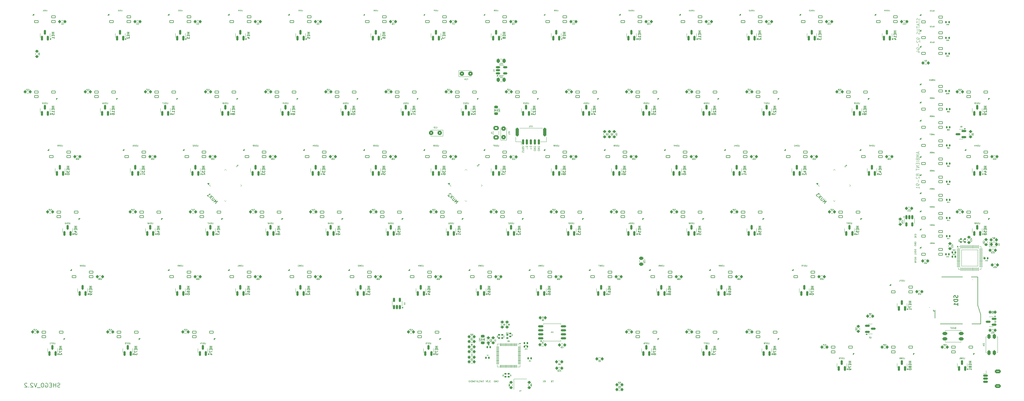
<source format=gbr>
%TF.GenerationSoftware,KiCad,Pcbnew,9.0.4*%
%TF.CreationDate,2025-10-15T10:28:25+01:00*%
%TF.ProjectId,SHEGO75-V2.2,53484547-4f37-4352-9d56-322e322e6b69,rev?*%
%TF.SameCoordinates,Original*%
%TF.FileFunction,Legend,Bot*%
%TF.FilePolarity,Positive*%
%FSLAX46Y46*%
G04 Gerber Fmt 4.6, Leading zero omitted, Abs format (unit mm)*
G04 Created by KiCad (PCBNEW 9.0.4) date 2025-10-15 10:28:25*
%MOMM*%
%LPD*%
G01*
G04 APERTURE LIST*
G04 Aperture macros list*
%AMRoundRect*
0 Rectangle with rounded corners*
0 $1 Rounding radius*
0 $2 $3 $4 $5 $6 $7 $8 $9 X,Y pos of 4 corners*
0 Add a 4 corners polygon primitive as box body*
4,1,4,$2,$3,$4,$5,$6,$7,$8,$9,$2,$3,0*
0 Add four circle primitives for the rounded corners*
1,1,$1+$1,$2,$3*
1,1,$1+$1,$4,$5*
1,1,$1+$1,$6,$7*
1,1,$1+$1,$8,$9*
0 Add four rect primitives between the rounded corners*
20,1,$1+$1,$2,$3,$4,$5,0*
20,1,$1+$1,$4,$5,$6,$7,0*
20,1,$1+$1,$6,$7,$8,$9,0*
20,1,$1+$1,$8,$9,$2,$3,0*%
%AMFreePoly0*
4,1,18,-0.410000,0.593000,-0.403758,0.624380,-0.385983,0.650983,-0.359380,0.668758,-0.328000,0.675000,0.328000,0.675000,0.359380,0.668758,0.385983,0.650983,0.403758,0.624380,0.410000,0.593000,0.410000,-0.593000,0.403758,-0.624380,0.385983,-0.650983,0.359380,-0.668758,0.328000,-0.675000,0.000000,-0.675000,-0.410000,-0.265000,-0.410000,0.593000,-0.410000,0.593000,$1*%
G04 Aperture macros list end*
%ADD10C,0.090000*%
%ADD11C,0.100000*%
%ADD12C,0.200000*%
%ADD13C,0.150000*%
%ADD14C,0.040000*%
%ADD15C,0.070000*%
%ADD16C,0.050000*%
%ADD17C,0.060000*%
%ADD18C,0.254000*%
%ADD19C,0.120000*%
%ADD20C,0.030000*%
%ADD21C,0.600000*%
%ADD22RoundRect,0.150000X0.150000X-0.587500X0.150000X0.587500X-0.150000X0.587500X-0.150000X-0.587500X0*%
%ADD23C,1.700000*%
%ADD24C,1.000000*%
%ADD25RoundRect,0.200000X0.200000X0.275000X-0.200000X0.275000X-0.200000X-0.275000X0.200000X-0.275000X0*%
%ADD26C,2.200000*%
%ADD27R,1.700000X1.700000*%
%ADD28C,4.000000*%
%ADD29C,3.987800*%
%ADD30C,1.500000*%
%ADD31C,2.000000*%
%ADD32C,3.200000*%
%ADD33C,1.200000*%
%ADD34RoundRect,0.200000X-0.275000X0.200000X-0.275000X-0.200000X0.275000X-0.200000X0.275000X0.200000X0*%
%ADD35RoundRect,0.250000X0.475000X0.250000X-0.475000X0.250000X-0.475000X-0.250000X0.475000X-0.250000X0*%
%ADD36RoundRect,0.082000X0.593000X-0.328000X0.593000X0.328000X-0.593000X0.328000X-0.593000X-0.328000X0*%
%ADD37FreePoly0,90.000000*%
%ADD38RoundRect,0.140000X-0.140000X-0.170000X0.140000X-0.170000X0.140000X0.170000X-0.140000X0.170000X0*%
%ADD39RoundRect,0.200000X-0.200000X-0.275000X0.200000X-0.275000X0.200000X0.275000X-0.200000X0.275000X0*%
%ADD40RoundRect,0.162500X-0.650000X-0.162500X0.650000X-0.162500X0.650000X0.162500X-0.650000X0.162500X0*%
%ADD41RoundRect,0.082000X-0.593000X0.328000X-0.593000X-0.328000X0.593000X-0.328000X0.593000X0.328000X0*%
%ADD42FreePoly0,270.000000*%
%ADD43RoundRect,0.150000X-0.150000X0.512500X-0.150000X-0.512500X0.150000X-0.512500X0.150000X0.512500X0*%
%ADD44RoundRect,0.140000X0.170000X-0.140000X0.170000X0.140000X-0.170000X0.140000X-0.170000X-0.140000X0*%
%ADD45RoundRect,0.218750X0.381250X-0.218750X0.381250X0.218750X-0.381250X0.218750X-0.381250X-0.218750X0*%
%ADD46RoundRect,0.218750X-0.381250X0.218750X-0.381250X-0.218750X0.381250X-0.218750X0.381250X0.218750X0*%
%ADD47RoundRect,0.200000X0.275000X-0.200000X0.275000X0.200000X-0.275000X0.200000X-0.275000X-0.200000X0*%
%ADD48RoundRect,0.250000X0.457500X0.445000X-0.457500X0.445000X-0.457500X-0.445000X0.457500X-0.445000X0*%
%ADD49R,1.600000X0.700000*%
%ADD50R,1.500000X1.600000*%
%ADD51R,1.800000X1.200000*%
%ADD52R,2.200000X1.200000*%
%ADD53RoundRect,0.050000X0.387500X0.050000X-0.387500X0.050000X-0.387500X-0.050000X0.387500X-0.050000X0*%
%ADD54RoundRect,0.050000X0.050000X0.387500X-0.050000X0.387500X-0.050000X-0.387500X0.050000X-0.387500X0*%
%ADD55R,3.200000X3.200000*%
%ADD56RoundRect,0.140000X0.140000X0.170000X-0.140000X0.170000X-0.140000X-0.170000X0.140000X-0.170000X0*%
%ADD57RoundRect,0.140000X0.021213X-0.219203X0.219203X-0.021213X-0.021213X0.219203X-0.219203X0.021213X0*%
%ADD58RoundRect,0.150000X-0.587500X-0.150000X0.587500X-0.150000X0.587500X0.150000X-0.587500X0.150000X0*%
%ADD59RoundRect,0.250000X-0.262500X-0.450000X0.262500X-0.450000X0.262500X0.450000X-0.262500X0.450000X0*%
%ADD60RoundRect,0.250000X0.250000X-0.475000X0.250000X0.475000X-0.250000X0.475000X-0.250000X-0.475000X0*%
%ADD61RoundRect,0.218750X-0.218750X-0.256250X0.218750X-0.256250X0.218750X0.256250X-0.218750X0.256250X0*%
%ADD62RoundRect,0.140000X-0.170000X0.140000X-0.170000X-0.140000X0.170000X-0.140000X0.170000X0.140000X0*%
%ADD63R,1.400000X1.200000*%
%ADD64RoundRect,0.150000X-0.512500X-0.150000X0.512500X-0.150000X0.512500X0.150000X-0.512500X0.150000X0*%
%ADD65RoundRect,0.075000X-0.521491X0.415425X0.415425X-0.521491X0.521491X-0.415425X-0.415425X0.521491X0*%
%ADD66RoundRect,0.075000X-0.521491X-0.415425X-0.415425X-0.521491X0.521491X0.415425X0.415425X0.521491X0*%
%ADD67RoundRect,0.150000X-0.150000X-0.700000X0.150000X-0.700000X0.150000X0.700000X-0.150000X0.700000X0*%
%ADD68RoundRect,0.250000X-0.250000X-1.100000X0.250000X-1.100000X0.250000X1.100000X-0.250000X1.100000X0*%
%ADD69RoundRect,0.250001X0.624999X-0.462499X0.624999X0.462499X-0.624999X0.462499X-0.624999X-0.462499X0*%
%ADD70RoundRect,0.250000X-0.457500X-0.445000X0.457500X-0.445000X0.457500X0.445000X-0.457500X0.445000X0*%
%ADD71RoundRect,0.250000X0.262500X0.450000X-0.262500X0.450000X-0.262500X-0.450000X0.262500X-0.450000X0*%
%ADD72RoundRect,0.150000X0.150000X-0.512500X0.150000X0.512500X-0.150000X0.512500X-0.150000X-0.512500X0*%
%ADD73RoundRect,0.150000X0.587500X0.150000X-0.587500X0.150000X-0.587500X-0.150000X0.587500X-0.150000X0*%
%ADD74RoundRect,0.250000X0.445000X-0.457500X0.445000X0.457500X-0.445000X0.457500X-0.445000X-0.457500X0*%
%ADD75RoundRect,0.250000X0.450000X-0.262500X0.450000X0.262500X-0.450000X0.262500X-0.450000X-0.262500X0*%
%ADD76RoundRect,0.037500X-0.087500X0.437500X-0.087500X-0.437500X0.087500X-0.437500X0.087500X0.437500X0*%
%ADD77RoundRect,0.037500X-0.437500X0.087500X-0.437500X-0.087500X0.437500X-0.087500X0.437500X0.087500X0*%
%ADD78RoundRect,0.053000X-2.597000X2.597000X-2.597000X-2.597000X2.597000X-2.597000X2.597000X2.597000X0*%
%ADD79RoundRect,0.150000X-0.625000X0.150000X-0.625000X-0.150000X0.625000X-0.150000X0.625000X0.150000X0*%
%ADD80RoundRect,0.250000X-0.650000X0.350000X-0.650000X-0.350000X0.650000X-0.350000X0.650000X0.350000X0*%
G04 APERTURE END LIST*
D10*
X313999560Y-104647954D02*
X314023370Y-104695573D01*
X314023370Y-104695573D02*
X314023370Y-104767002D01*
X314023370Y-104767002D02*
X313999560Y-104838430D01*
X313999560Y-104838430D02*
X313951941Y-104886049D01*
X313951941Y-104886049D02*
X313904322Y-104909859D01*
X313904322Y-104909859D02*
X313809084Y-104933668D01*
X313809084Y-104933668D02*
X313737656Y-104933668D01*
X313737656Y-104933668D02*
X313642418Y-104909859D01*
X313642418Y-104909859D02*
X313594799Y-104886049D01*
X313594799Y-104886049D02*
X313547180Y-104838430D01*
X313547180Y-104838430D02*
X313523370Y-104767002D01*
X313523370Y-104767002D02*
X313523370Y-104719383D01*
X313523370Y-104719383D02*
X313547180Y-104647954D01*
X313547180Y-104647954D02*
X313570989Y-104624145D01*
X313570989Y-104624145D02*
X313737656Y-104624145D01*
X313737656Y-104624145D02*
X313737656Y-104719383D01*
X313523370Y-104409859D02*
X314023370Y-104409859D01*
X314023370Y-104409859D02*
X313523370Y-104124145D01*
X313523370Y-104124145D02*
X314023370Y-104124145D01*
X313523370Y-103886049D02*
X314023370Y-103886049D01*
X314023370Y-103886049D02*
X314023370Y-103767001D01*
X314023370Y-103767001D02*
X313999560Y-103695573D01*
X313999560Y-103695573D02*
X313951941Y-103647954D01*
X313951941Y-103647954D02*
X313904322Y-103624144D01*
X313904322Y-103624144D02*
X313809084Y-103600335D01*
X313809084Y-103600335D02*
X313737656Y-103600335D01*
X313737656Y-103600335D02*
X313642418Y-103624144D01*
X313642418Y-103624144D02*
X313594799Y-103647954D01*
X313594799Y-103647954D02*
X313547180Y-103695573D01*
X313547180Y-103695573D02*
X313523370Y-103767001D01*
X313523370Y-103767001D02*
X313523370Y-103886049D01*
D11*
X326428571Y-130921704D02*
X326357143Y-130945514D01*
X326357143Y-130945514D02*
X326333333Y-130969323D01*
X326333333Y-130969323D02*
X326309524Y-131016942D01*
X326309524Y-131016942D02*
X326309524Y-131088371D01*
X326309524Y-131088371D02*
X326333333Y-131135990D01*
X326333333Y-131135990D02*
X326357143Y-131159800D01*
X326357143Y-131159800D02*
X326404762Y-131183609D01*
X326404762Y-131183609D02*
X326595238Y-131183609D01*
X326595238Y-131183609D02*
X326595238Y-130683609D01*
X326595238Y-130683609D02*
X326428571Y-130683609D01*
X326428571Y-130683609D02*
X326380952Y-130707419D01*
X326380952Y-130707419D02*
X326357143Y-130731228D01*
X326357143Y-130731228D02*
X326333333Y-130778847D01*
X326333333Y-130778847D02*
X326333333Y-130826466D01*
X326333333Y-130826466D02*
X326357143Y-130874085D01*
X326357143Y-130874085D02*
X326380952Y-130897895D01*
X326380952Y-130897895D02*
X326428571Y-130921704D01*
X326428571Y-130921704D02*
X326595238Y-130921704D01*
X326000000Y-130683609D02*
X325904762Y-130683609D01*
X325904762Y-130683609D02*
X325857143Y-130707419D01*
X325857143Y-130707419D02*
X325809524Y-130755038D01*
X325809524Y-130755038D02*
X325785714Y-130850276D01*
X325785714Y-130850276D02*
X325785714Y-131016942D01*
X325785714Y-131016942D02*
X325809524Y-131112180D01*
X325809524Y-131112180D02*
X325857143Y-131159800D01*
X325857143Y-131159800D02*
X325904762Y-131183609D01*
X325904762Y-131183609D02*
X326000000Y-131183609D01*
X326000000Y-131183609D02*
X326047619Y-131159800D01*
X326047619Y-131159800D02*
X326095238Y-131112180D01*
X326095238Y-131112180D02*
X326119047Y-131016942D01*
X326119047Y-131016942D02*
X326119047Y-130850276D01*
X326119047Y-130850276D02*
X326095238Y-130755038D01*
X326095238Y-130755038D02*
X326047619Y-130707419D01*
X326047619Y-130707419D02*
X326000000Y-130683609D01*
X325476190Y-130683609D02*
X325380952Y-130683609D01*
X325380952Y-130683609D02*
X325333333Y-130707419D01*
X325333333Y-130707419D02*
X325285714Y-130755038D01*
X325285714Y-130755038D02*
X325261904Y-130850276D01*
X325261904Y-130850276D02*
X325261904Y-131016942D01*
X325261904Y-131016942D02*
X325285714Y-131112180D01*
X325285714Y-131112180D02*
X325333333Y-131159800D01*
X325333333Y-131159800D02*
X325380952Y-131183609D01*
X325380952Y-131183609D02*
X325476190Y-131183609D01*
X325476190Y-131183609D02*
X325523809Y-131159800D01*
X325523809Y-131159800D02*
X325571428Y-131112180D01*
X325571428Y-131112180D02*
X325595237Y-131016942D01*
X325595237Y-131016942D02*
X325595237Y-130850276D01*
X325595237Y-130850276D02*
X325571428Y-130755038D01*
X325571428Y-130755038D02*
X325523809Y-130707419D01*
X325523809Y-130707419D02*
X325476190Y-130683609D01*
X325119046Y-130683609D02*
X324833332Y-130683609D01*
X324976189Y-131183609D02*
X324976189Y-130683609D01*
D10*
X174417403Y-148090196D02*
X174345975Y-148114005D01*
X174345975Y-148114005D02*
X174226927Y-148114005D01*
X174226927Y-148114005D02*
X174179308Y-148090196D01*
X174179308Y-148090196D02*
X174155499Y-148066386D01*
X174155499Y-148066386D02*
X174131689Y-148018767D01*
X174131689Y-148018767D02*
X174131689Y-147971148D01*
X174131689Y-147971148D02*
X174155499Y-147923529D01*
X174155499Y-147923529D02*
X174179308Y-147899719D01*
X174179308Y-147899719D02*
X174226927Y-147875910D01*
X174226927Y-147875910D02*
X174322165Y-147852100D01*
X174322165Y-147852100D02*
X174369784Y-147828291D01*
X174369784Y-147828291D02*
X174393594Y-147804481D01*
X174393594Y-147804481D02*
X174417403Y-147756862D01*
X174417403Y-147756862D02*
X174417403Y-147709243D01*
X174417403Y-147709243D02*
X174393594Y-147661624D01*
X174393594Y-147661624D02*
X174369784Y-147637815D01*
X174369784Y-147637815D02*
X174322165Y-147614005D01*
X174322165Y-147614005D02*
X174203118Y-147614005D01*
X174203118Y-147614005D02*
X174131689Y-147637815D01*
X173965023Y-147614005D02*
X173845975Y-148114005D01*
X173845975Y-148114005D02*
X173750737Y-147756862D01*
X173750737Y-147756862D02*
X173655499Y-148114005D01*
X173655499Y-148114005D02*
X173536452Y-147614005D01*
X173345975Y-148114005D02*
X173345975Y-147614005D01*
X173345975Y-147614005D02*
X173226927Y-147614005D01*
X173226927Y-147614005D02*
X173155499Y-147637815D01*
X173155499Y-147637815D02*
X173107880Y-147685434D01*
X173107880Y-147685434D02*
X173084070Y-147733053D01*
X173084070Y-147733053D02*
X173060261Y-147828291D01*
X173060261Y-147828291D02*
X173060261Y-147899719D01*
X173060261Y-147899719D02*
X173084070Y-147994957D01*
X173084070Y-147994957D02*
X173107880Y-148042576D01*
X173107880Y-148042576D02*
X173155499Y-148090196D01*
X173155499Y-148090196D02*
X173226927Y-148114005D01*
X173226927Y-148114005D02*
X173345975Y-148114005D01*
X172845975Y-148114005D02*
X172845975Y-147614005D01*
X172512642Y-147614005D02*
X172417404Y-147614005D01*
X172417404Y-147614005D02*
X172369785Y-147637815D01*
X172369785Y-147637815D02*
X172322166Y-147685434D01*
X172322166Y-147685434D02*
X172298356Y-147780672D01*
X172298356Y-147780672D02*
X172298356Y-147947338D01*
X172298356Y-147947338D02*
X172322166Y-148042576D01*
X172322166Y-148042576D02*
X172369785Y-148090196D01*
X172369785Y-148090196D02*
X172417404Y-148114005D01*
X172417404Y-148114005D02*
X172512642Y-148114005D01*
X172512642Y-148114005D02*
X172560261Y-148090196D01*
X172560261Y-148090196D02*
X172607880Y-148042576D01*
X172607880Y-148042576D02*
X172631689Y-147947338D01*
X172631689Y-147947338D02*
X172631689Y-147780672D01*
X172631689Y-147780672D02*
X172607880Y-147685434D01*
X172607880Y-147685434D02*
X172560261Y-147637815D01*
X172560261Y-147637815D02*
X172512642Y-147614005D01*
D11*
X315115800Y-32719047D02*
X315163419Y-32861904D01*
X315163419Y-32861904D02*
X315163419Y-33099999D01*
X315163419Y-33099999D02*
X315115800Y-33195237D01*
X315115800Y-33195237D02*
X315068180Y-33242856D01*
X315068180Y-33242856D02*
X314972942Y-33290475D01*
X314972942Y-33290475D02*
X314877704Y-33290475D01*
X314877704Y-33290475D02*
X314782466Y-33242856D01*
X314782466Y-33242856D02*
X314734847Y-33195237D01*
X314734847Y-33195237D02*
X314687228Y-33099999D01*
X314687228Y-33099999D02*
X314639609Y-32909523D01*
X314639609Y-32909523D02*
X314591990Y-32814285D01*
X314591990Y-32814285D02*
X314544371Y-32766666D01*
X314544371Y-32766666D02*
X314449133Y-32719047D01*
X314449133Y-32719047D02*
X314353895Y-32719047D01*
X314353895Y-32719047D02*
X314258657Y-32766666D01*
X314258657Y-32766666D02*
X314211038Y-32814285D01*
X314211038Y-32814285D02*
X314163419Y-32909523D01*
X314163419Y-32909523D02*
X314163419Y-33147618D01*
X314163419Y-33147618D02*
X314211038Y-33290475D01*
X314163419Y-33576190D02*
X314163419Y-34147618D01*
X315163419Y-33861904D02*
X314163419Y-33861904D01*
X314877704Y-34433333D02*
X314877704Y-34909523D01*
X315163419Y-34338095D02*
X314163419Y-34671428D01*
X314163419Y-34671428D02*
X315163419Y-35004761D01*
X314163419Y-35195238D02*
X314163419Y-35766666D01*
X315163419Y-35480952D02*
X314163419Y-35480952D01*
X314163419Y-36100000D02*
X314972942Y-36100000D01*
X314972942Y-36100000D02*
X315068180Y-36147619D01*
X315068180Y-36147619D02*
X315115800Y-36195238D01*
X315115800Y-36195238D02*
X315163419Y-36290476D01*
X315163419Y-36290476D02*
X315163419Y-36480952D01*
X315163419Y-36480952D02*
X315115800Y-36576190D01*
X315115800Y-36576190D02*
X315068180Y-36623809D01*
X315068180Y-36623809D02*
X314972942Y-36671428D01*
X314972942Y-36671428D02*
X314163419Y-36671428D01*
X315115800Y-37100000D02*
X315163419Y-37242857D01*
X315163419Y-37242857D02*
X315163419Y-37480952D01*
X315163419Y-37480952D02*
X315115800Y-37576190D01*
X315115800Y-37576190D02*
X315068180Y-37623809D01*
X315068180Y-37623809D02*
X314972942Y-37671428D01*
X314972942Y-37671428D02*
X314877704Y-37671428D01*
X314877704Y-37671428D02*
X314782466Y-37623809D01*
X314782466Y-37623809D02*
X314734847Y-37576190D01*
X314734847Y-37576190D02*
X314687228Y-37480952D01*
X314687228Y-37480952D02*
X314639609Y-37290476D01*
X314639609Y-37290476D02*
X314591990Y-37195238D01*
X314591990Y-37195238D02*
X314544371Y-37147619D01*
X314544371Y-37147619D02*
X314449133Y-37100000D01*
X314449133Y-37100000D02*
X314353895Y-37100000D01*
X314353895Y-37100000D02*
X314258657Y-37147619D01*
X314258657Y-37147619D02*
X314211038Y-37195238D01*
X314211038Y-37195238D02*
X314163419Y-37290476D01*
X314163419Y-37290476D02*
X314163419Y-37528571D01*
X314163419Y-37528571D02*
X314211038Y-37671428D01*
X315163419Y-38909524D02*
X315163419Y-39100000D01*
X315163419Y-39100000D02*
X315115800Y-39195238D01*
X315115800Y-39195238D02*
X315068180Y-39242857D01*
X315068180Y-39242857D02*
X314925323Y-39338095D01*
X314925323Y-39338095D02*
X314734847Y-39385714D01*
X314734847Y-39385714D02*
X314353895Y-39385714D01*
X314353895Y-39385714D02*
X314258657Y-39338095D01*
X314258657Y-39338095D02*
X314211038Y-39290476D01*
X314211038Y-39290476D02*
X314163419Y-39195238D01*
X314163419Y-39195238D02*
X314163419Y-39004762D01*
X314163419Y-39004762D02*
X314211038Y-38909524D01*
X314211038Y-38909524D02*
X314258657Y-38861905D01*
X314258657Y-38861905D02*
X314353895Y-38814286D01*
X314353895Y-38814286D02*
X314591990Y-38814286D01*
X314591990Y-38814286D02*
X314687228Y-38861905D01*
X314687228Y-38861905D02*
X314734847Y-38909524D01*
X314734847Y-38909524D02*
X314782466Y-39004762D01*
X314782466Y-39004762D02*
X314782466Y-39195238D01*
X314782466Y-39195238D02*
X314734847Y-39290476D01*
X314734847Y-39290476D02*
X314687228Y-39338095D01*
X314687228Y-39338095D02*
X314591990Y-39385714D01*
X314258657Y-39766667D02*
X314211038Y-39814286D01*
X314211038Y-39814286D02*
X314163419Y-39909524D01*
X314163419Y-39909524D02*
X314163419Y-40147619D01*
X314163419Y-40147619D02*
X314211038Y-40242857D01*
X314211038Y-40242857D02*
X314258657Y-40290476D01*
X314258657Y-40290476D02*
X314353895Y-40338095D01*
X314353895Y-40338095D02*
X314449133Y-40338095D01*
X314449133Y-40338095D02*
X314591990Y-40290476D01*
X314591990Y-40290476D02*
X315163419Y-39719048D01*
X315163419Y-39719048D02*
X315163419Y-40338095D01*
X314782466Y-40766667D02*
X314782466Y-41528572D01*
X315163419Y-42052381D02*
X315163419Y-42242857D01*
X315163419Y-42242857D02*
X315115800Y-42338095D01*
X315115800Y-42338095D02*
X315068180Y-42385714D01*
X315068180Y-42385714D02*
X314925323Y-42480952D01*
X314925323Y-42480952D02*
X314734847Y-42528571D01*
X314734847Y-42528571D02*
X314353895Y-42528571D01*
X314353895Y-42528571D02*
X314258657Y-42480952D01*
X314258657Y-42480952D02*
X314211038Y-42433333D01*
X314211038Y-42433333D02*
X314163419Y-42338095D01*
X314163419Y-42338095D02*
X314163419Y-42147619D01*
X314163419Y-42147619D02*
X314211038Y-42052381D01*
X314211038Y-42052381D02*
X314258657Y-42004762D01*
X314258657Y-42004762D02*
X314353895Y-41957143D01*
X314353895Y-41957143D02*
X314591990Y-41957143D01*
X314591990Y-41957143D02*
X314687228Y-42004762D01*
X314687228Y-42004762D02*
X314734847Y-42052381D01*
X314734847Y-42052381D02*
X314782466Y-42147619D01*
X314782466Y-42147619D02*
X314782466Y-42338095D01*
X314782466Y-42338095D02*
X314734847Y-42433333D01*
X314734847Y-42433333D02*
X314687228Y-42480952D01*
X314687228Y-42480952D02*
X314591990Y-42528571D01*
X314496752Y-43385714D02*
X315163419Y-43385714D01*
X314115800Y-43147619D02*
X314830085Y-42909524D01*
X314830085Y-42909524D02*
X314830085Y-43528571D01*
D10*
X313523369Y-109918429D02*
X313761464Y-110085095D01*
X313523369Y-110204143D02*
X314023369Y-110204143D01*
X314023369Y-110204143D02*
X314023369Y-110013667D01*
X314023369Y-110013667D02*
X313999559Y-109966048D01*
X313999559Y-109966048D02*
X313975750Y-109942238D01*
X313975750Y-109942238D02*
X313928131Y-109918429D01*
X313928131Y-109918429D02*
X313856702Y-109918429D01*
X313856702Y-109918429D02*
X313809083Y-109942238D01*
X313809083Y-109942238D02*
X313785274Y-109966048D01*
X313785274Y-109966048D02*
X313761464Y-110013667D01*
X313761464Y-110013667D02*
X313761464Y-110204143D01*
X314023369Y-109751762D02*
X313523369Y-109418429D01*
X314023369Y-109418429D02*
X313523369Y-109751762D01*
X313523369Y-109227953D02*
X314023369Y-109227953D01*
X314023369Y-109227953D02*
X314023369Y-109108905D01*
X314023369Y-109108905D02*
X313999559Y-109037477D01*
X313999559Y-109037477D02*
X313951940Y-108989858D01*
X313951940Y-108989858D02*
X313904321Y-108966048D01*
X313904321Y-108966048D02*
X313809083Y-108942239D01*
X313809083Y-108942239D02*
X313737655Y-108942239D01*
X313737655Y-108942239D02*
X313642417Y-108966048D01*
X313642417Y-108966048D02*
X313594798Y-108989858D01*
X313594798Y-108989858D02*
X313547179Y-109037477D01*
X313547179Y-109037477D02*
X313523369Y-109108905D01*
X313523369Y-109108905D02*
X313523369Y-109227953D01*
X314023369Y-108632715D02*
X314023369Y-108585096D01*
X314023369Y-108585096D02*
X313999559Y-108537477D01*
X313999559Y-108537477D02*
X313975750Y-108513667D01*
X313975750Y-108513667D02*
X313928131Y-108489858D01*
X313928131Y-108489858D02*
X313832893Y-108466048D01*
X313832893Y-108466048D02*
X313713845Y-108466048D01*
X313713845Y-108466048D02*
X313618607Y-108489858D01*
X313618607Y-108489858D02*
X313570988Y-108513667D01*
X313570988Y-108513667D02*
X313547179Y-108537477D01*
X313547179Y-108537477D02*
X313523369Y-108585096D01*
X313523369Y-108585096D02*
X313523369Y-108632715D01*
X313523369Y-108632715D02*
X313547179Y-108680334D01*
X313547179Y-108680334D02*
X313570988Y-108704143D01*
X313570988Y-108704143D02*
X313618607Y-108727953D01*
X313618607Y-108727953D02*
X313713845Y-108751762D01*
X313713845Y-108751762D02*
X313832893Y-108751762D01*
X313832893Y-108751762D02*
X313928131Y-108727953D01*
X313928131Y-108727953D02*
X313975750Y-108704143D01*
X313975750Y-108704143D02*
X313999559Y-108680334D01*
X313999559Y-108680334D02*
X314023369Y-108632715D01*
D11*
X195885213Y-127529847D02*
X195618546Y-127929847D01*
X195618546Y-127529847D02*
X195885213Y-127929847D01*
D10*
X199138831Y-147650005D02*
X198853117Y-147650005D01*
X198995974Y-148150005D02*
X198995974Y-147650005D01*
X198734070Y-147650005D02*
X198400737Y-148150005D01*
X198400737Y-147650005D02*
X198734070Y-148150005D01*
D11*
X191022371Y-73208646D02*
X190422371Y-73208646D01*
X190422371Y-73208646D02*
X190422371Y-73351503D01*
X190422371Y-73351503D02*
X190450942Y-73437217D01*
X190450942Y-73437217D02*
X190508085Y-73494360D01*
X190508085Y-73494360D02*
X190565228Y-73522931D01*
X190565228Y-73522931D02*
X190679514Y-73551503D01*
X190679514Y-73551503D02*
X190765228Y-73551503D01*
X190765228Y-73551503D02*
X190879514Y-73522931D01*
X190879514Y-73522931D02*
X190936657Y-73494360D01*
X190936657Y-73494360D02*
X190993800Y-73437217D01*
X190993800Y-73437217D02*
X191022371Y-73351503D01*
X191022371Y-73351503D02*
X191022371Y-73208646D01*
X190793800Y-73808646D02*
X190793800Y-74265789D01*
D10*
X179175974Y-147614005D02*
X178866450Y-147614005D01*
X178866450Y-147614005D02*
X179033117Y-147804481D01*
X179033117Y-147804481D02*
X178961688Y-147804481D01*
X178961688Y-147804481D02*
X178914069Y-147828291D01*
X178914069Y-147828291D02*
X178890260Y-147852100D01*
X178890260Y-147852100D02*
X178866450Y-147899719D01*
X178866450Y-147899719D02*
X178866450Y-148018767D01*
X178866450Y-148018767D02*
X178890260Y-148066386D01*
X178890260Y-148066386D02*
X178914069Y-148090196D01*
X178914069Y-148090196D02*
X178961688Y-148114005D01*
X178961688Y-148114005D02*
X179104545Y-148114005D01*
X179104545Y-148114005D02*
X179152164Y-148090196D01*
X179152164Y-148090196D02*
X179175974Y-148066386D01*
X178652165Y-148066386D02*
X178628355Y-148090196D01*
X178628355Y-148090196D02*
X178652165Y-148114005D01*
X178652165Y-148114005D02*
X178675974Y-148090196D01*
X178675974Y-148090196D02*
X178652165Y-148066386D01*
X178652165Y-148066386D02*
X178652165Y-148114005D01*
X178461689Y-147614005D02*
X178152165Y-147614005D01*
X178152165Y-147614005D02*
X178318832Y-147804481D01*
X178318832Y-147804481D02*
X178247403Y-147804481D01*
X178247403Y-147804481D02*
X178199784Y-147828291D01*
X178199784Y-147828291D02*
X178175975Y-147852100D01*
X178175975Y-147852100D02*
X178152165Y-147899719D01*
X178152165Y-147899719D02*
X178152165Y-148018767D01*
X178152165Y-148018767D02*
X178175975Y-148066386D01*
X178175975Y-148066386D02*
X178199784Y-148090196D01*
X178199784Y-148090196D02*
X178247403Y-148114005D01*
X178247403Y-148114005D02*
X178390260Y-148114005D01*
X178390260Y-148114005D02*
X178437879Y-148090196D01*
X178437879Y-148090196D02*
X178461689Y-148066386D01*
X178009308Y-147614005D02*
X177842642Y-148114005D01*
X177842642Y-148114005D02*
X177675975Y-147614005D01*
D11*
X314750704Y-75089476D02*
X314750704Y-75565666D01*
X315036419Y-74994238D02*
X314036419Y-75327571D01*
X314036419Y-75327571D02*
X315036419Y-75660904D01*
X315036419Y-75994238D02*
X314036419Y-75994238D01*
X314036419Y-75994238D02*
X314750704Y-76327571D01*
X314750704Y-76327571D02*
X314036419Y-76660904D01*
X314036419Y-76660904D02*
X315036419Y-76660904D01*
X314512609Y-77470428D02*
X314560228Y-77613285D01*
X314560228Y-77613285D02*
X314607847Y-77660904D01*
X314607847Y-77660904D02*
X314703085Y-77708523D01*
X314703085Y-77708523D02*
X314845942Y-77708523D01*
X314845942Y-77708523D02*
X314941180Y-77660904D01*
X314941180Y-77660904D02*
X314988800Y-77613285D01*
X314988800Y-77613285D02*
X315036419Y-77518047D01*
X315036419Y-77518047D02*
X315036419Y-77137095D01*
X315036419Y-77137095D02*
X314036419Y-77137095D01*
X314036419Y-77137095D02*
X314036419Y-77470428D01*
X314036419Y-77470428D02*
X314084038Y-77565666D01*
X314084038Y-77565666D02*
X314131657Y-77613285D01*
X314131657Y-77613285D02*
X314226895Y-77660904D01*
X314226895Y-77660904D02*
X314322133Y-77660904D01*
X314322133Y-77660904D02*
X314417371Y-77613285D01*
X314417371Y-77613285D02*
X314464990Y-77565666D01*
X314464990Y-77565666D02*
X314512609Y-77470428D01*
X314512609Y-77470428D02*
X314512609Y-77137095D01*
X315036419Y-78137095D02*
X314036419Y-78137095D01*
X314512609Y-78613285D02*
X314512609Y-78946618D01*
X315036419Y-79089475D02*
X315036419Y-78613285D01*
X315036419Y-78613285D02*
X314036419Y-78613285D01*
X314036419Y-78613285D02*
X314036419Y-79089475D01*
X315036419Y-79518047D02*
X314036419Y-79518047D01*
X314036419Y-79518047D02*
X315036419Y-80089475D01*
X315036419Y-80089475D02*
X314036419Y-80089475D01*
X314036419Y-80422809D02*
X314036419Y-80994237D01*
X315036419Y-80708523D02*
X314036419Y-80708523D01*
X314464990Y-82232333D02*
X314417371Y-82137095D01*
X314417371Y-82137095D02*
X314369752Y-82089476D01*
X314369752Y-82089476D02*
X314274514Y-82041857D01*
X314274514Y-82041857D02*
X314226895Y-82041857D01*
X314226895Y-82041857D02*
X314131657Y-82089476D01*
X314131657Y-82089476D02*
X314084038Y-82137095D01*
X314084038Y-82137095D02*
X314036419Y-82232333D01*
X314036419Y-82232333D02*
X314036419Y-82422809D01*
X314036419Y-82422809D02*
X314084038Y-82518047D01*
X314084038Y-82518047D02*
X314131657Y-82565666D01*
X314131657Y-82565666D02*
X314226895Y-82613285D01*
X314226895Y-82613285D02*
X314274514Y-82613285D01*
X314274514Y-82613285D02*
X314369752Y-82565666D01*
X314369752Y-82565666D02*
X314417371Y-82518047D01*
X314417371Y-82518047D02*
X314464990Y-82422809D01*
X314464990Y-82422809D02*
X314464990Y-82232333D01*
X314464990Y-82232333D02*
X314512609Y-82137095D01*
X314512609Y-82137095D02*
X314560228Y-82089476D01*
X314560228Y-82089476D02*
X314655466Y-82041857D01*
X314655466Y-82041857D02*
X314845942Y-82041857D01*
X314845942Y-82041857D02*
X314941180Y-82089476D01*
X314941180Y-82089476D02*
X314988800Y-82137095D01*
X314988800Y-82137095D02*
X315036419Y-82232333D01*
X315036419Y-82232333D02*
X315036419Y-82422809D01*
X315036419Y-82422809D02*
X314988800Y-82518047D01*
X314988800Y-82518047D02*
X314941180Y-82565666D01*
X314941180Y-82565666D02*
X314845942Y-82613285D01*
X314845942Y-82613285D02*
X314655466Y-82613285D01*
X314655466Y-82613285D02*
X314560228Y-82565666D01*
X314560228Y-82565666D02*
X314512609Y-82518047D01*
X314512609Y-82518047D02*
X314464990Y-82422809D01*
X314131657Y-82994238D02*
X314084038Y-83041857D01*
X314084038Y-83041857D02*
X314036419Y-83137095D01*
X314036419Y-83137095D02*
X314036419Y-83375190D01*
X314036419Y-83375190D02*
X314084038Y-83470428D01*
X314084038Y-83470428D02*
X314131657Y-83518047D01*
X314131657Y-83518047D02*
X314226895Y-83565666D01*
X314226895Y-83565666D02*
X314322133Y-83565666D01*
X314322133Y-83565666D02*
X314464990Y-83518047D01*
X314464990Y-83518047D02*
X315036419Y-82946619D01*
X315036419Y-82946619D02*
X315036419Y-83565666D01*
X314655466Y-83994238D02*
X314655466Y-84756143D01*
X315036419Y-85279952D02*
X315036419Y-85470428D01*
X315036419Y-85470428D02*
X314988800Y-85565666D01*
X314988800Y-85565666D02*
X314941180Y-85613285D01*
X314941180Y-85613285D02*
X314798323Y-85708523D01*
X314798323Y-85708523D02*
X314607847Y-85756142D01*
X314607847Y-85756142D02*
X314226895Y-85756142D01*
X314226895Y-85756142D02*
X314131657Y-85708523D01*
X314131657Y-85708523D02*
X314084038Y-85660904D01*
X314084038Y-85660904D02*
X314036419Y-85565666D01*
X314036419Y-85565666D02*
X314036419Y-85375190D01*
X314036419Y-85375190D02*
X314084038Y-85279952D01*
X314084038Y-85279952D02*
X314131657Y-85232333D01*
X314131657Y-85232333D02*
X314226895Y-85184714D01*
X314226895Y-85184714D02*
X314464990Y-85184714D01*
X314464990Y-85184714D02*
X314560228Y-85232333D01*
X314560228Y-85232333D02*
X314607847Y-85279952D01*
X314607847Y-85279952D02*
X314655466Y-85375190D01*
X314655466Y-85375190D02*
X314655466Y-85565666D01*
X314655466Y-85565666D02*
X314607847Y-85660904D01*
X314607847Y-85660904D02*
X314560228Y-85708523D01*
X314560228Y-85708523D02*
X314464990Y-85756142D01*
X315036419Y-86708523D02*
X315036419Y-86137095D01*
X315036419Y-86422809D02*
X314036419Y-86422809D01*
X314036419Y-86422809D02*
X314179276Y-86327571D01*
X314179276Y-86327571D02*
X314274514Y-86232333D01*
X314274514Y-86232333D02*
X314322133Y-86137095D01*
X189172371Y-73122931D02*
X189772371Y-73322931D01*
X189772371Y-73322931D02*
X189172371Y-73522931D01*
X189458085Y-73922932D02*
X189486657Y-74008646D01*
X189486657Y-74008646D02*
X189515228Y-74037217D01*
X189515228Y-74037217D02*
X189572371Y-74065789D01*
X189572371Y-74065789D02*
X189658085Y-74065789D01*
X189658085Y-74065789D02*
X189715228Y-74037217D01*
X189715228Y-74037217D02*
X189743800Y-74008646D01*
X189743800Y-74008646D02*
X189772371Y-73951503D01*
X189772371Y-73951503D02*
X189772371Y-73722932D01*
X189772371Y-73722932D02*
X189172371Y-73722932D01*
X189172371Y-73722932D02*
X189172371Y-73922932D01*
X189172371Y-73922932D02*
X189200942Y-73980075D01*
X189200942Y-73980075D02*
X189229514Y-74008646D01*
X189229514Y-74008646D02*
X189286657Y-74037217D01*
X189286657Y-74037217D02*
X189343800Y-74037217D01*
X189343800Y-74037217D02*
X189400942Y-74008646D01*
X189400942Y-74008646D02*
X189429514Y-73980075D01*
X189429514Y-73980075D02*
X189458085Y-73922932D01*
X189458085Y-73922932D02*
X189458085Y-73722932D01*
X189172371Y-74322932D02*
X189658085Y-74322932D01*
X189658085Y-74322932D02*
X189715228Y-74351503D01*
X189715228Y-74351503D02*
X189743800Y-74380075D01*
X189743800Y-74380075D02*
X189772371Y-74437217D01*
X189772371Y-74437217D02*
X189772371Y-74551503D01*
X189772371Y-74551503D02*
X189743800Y-74608646D01*
X189743800Y-74608646D02*
X189715228Y-74637217D01*
X189715228Y-74637217D02*
X189658085Y-74665789D01*
X189658085Y-74665789D02*
X189172371Y-74665789D01*
X189743800Y-74922931D02*
X189772371Y-75008646D01*
X189772371Y-75008646D02*
X189772371Y-75151503D01*
X189772371Y-75151503D02*
X189743800Y-75208646D01*
X189743800Y-75208646D02*
X189715228Y-75237217D01*
X189715228Y-75237217D02*
X189658085Y-75265788D01*
X189658085Y-75265788D02*
X189600942Y-75265788D01*
X189600942Y-75265788D02*
X189543800Y-75237217D01*
X189543800Y-75237217D02*
X189515228Y-75208646D01*
X189515228Y-75208646D02*
X189486657Y-75151503D01*
X189486657Y-75151503D02*
X189458085Y-75037217D01*
X189458085Y-75037217D02*
X189429514Y-74980074D01*
X189429514Y-74980074D02*
X189400942Y-74951503D01*
X189400942Y-74951503D02*
X189343800Y-74922931D01*
X189343800Y-74922931D02*
X189286657Y-74922931D01*
X189286657Y-74922931D02*
X189229514Y-74951503D01*
X189229514Y-74951503D02*
X189200942Y-74980074D01*
X189200942Y-74980074D02*
X189172371Y-75037217D01*
X189172371Y-75037217D02*
X189172371Y-75180074D01*
X189172371Y-75180074D02*
X189200942Y-75265788D01*
D10*
X314023370Y-102346047D02*
X314023370Y-102036523D01*
X314023370Y-102036523D02*
X313832894Y-102203190D01*
X313832894Y-102203190D02*
X313832894Y-102131761D01*
X313832894Y-102131761D02*
X313809084Y-102084142D01*
X313809084Y-102084142D02*
X313785275Y-102060333D01*
X313785275Y-102060333D02*
X313737656Y-102036523D01*
X313737656Y-102036523D02*
X313618608Y-102036523D01*
X313618608Y-102036523D02*
X313570989Y-102060333D01*
X313570989Y-102060333D02*
X313547180Y-102084142D01*
X313547180Y-102084142D02*
X313523370Y-102131761D01*
X313523370Y-102131761D02*
X313523370Y-102274618D01*
X313523370Y-102274618D02*
X313547180Y-102322237D01*
X313547180Y-102322237D02*
X313570989Y-102346047D01*
X314023370Y-101893666D02*
X313523370Y-101727000D01*
X313523370Y-101727000D02*
X314023370Y-101560333D01*
X314023370Y-101441286D02*
X314023370Y-101131762D01*
X314023370Y-101131762D02*
X313832894Y-101298429D01*
X313832894Y-101298429D02*
X313832894Y-101227000D01*
X313832894Y-101227000D02*
X313809084Y-101179381D01*
X313809084Y-101179381D02*
X313785275Y-101155572D01*
X313785275Y-101155572D02*
X313737656Y-101131762D01*
X313737656Y-101131762D02*
X313618608Y-101131762D01*
X313618608Y-101131762D02*
X313570989Y-101155572D01*
X313570989Y-101155572D02*
X313547180Y-101179381D01*
X313547180Y-101179381D02*
X313523370Y-101227000D01*
X313523370Y-101227000D02*
X313523370Y-101369857D01*
X313523370Y-101369857D02*
X313547180Y-101417476D01*
X313547180Y-101417476D02*
X313570989Y-101441286D01*
D11*
X194200942Y-73522931D02*
X194172371Y-73465789D01*
X194172371Y-73465789D02*
X194172371Y-73380074D01*
X194172371Y-73380074D02*
X194200942Y-73294360D01*
X194200942Y-73294360D02*
X194258085Y-73237217D01*
X194258085Y-73237217D02*
X194315228Y-73208646D01*
X194315228Y-73208646D02*
X194429514Y-73180074D01*
X194429514Y-73180074D02*
X194515228Y-73180074D01*
X194515228Y-73180074D02*
X194629514Y-73208646D01*
X194629514Y-73208646D02*
X194686657Y-73237217D01*
X194686657Y-73237217D02*
X194743800Y-73294360D01*
X194743800Y-73294360D02*
X194772371Y-73380074D01*
X194772371Y-73380074D02*
X194772371Y-73437217D01*
X194772371Y-73437217D02*
X194743800Y-73522931D01*
X194743800Y-73522931D02*
X194715228Y-73551503D01*
X194715228Y-73551503D02*
X194515228Y-73551503D01*
X194515228Y-73551503D02*
X194515228Y-73437217D01*
X194772371Y-73808646D02*
X194172371Y-73808646D01*
X194172371Y-73808646D02*
X194772371Y-74151503D01*
X194772371Y-74151503D02*
X194172371Y-74151503D01*
X194772371Y-74437217D02*
X194172371Y-74437217D01*
X194172371Y-74437217D02*
X194172371Y-74580074D01*
X194172371Y-74580074D02*
X194200942Y-74665788D01*
X194200942Y-74665788D02*
X194258085Y-74722931D01*
X194258085Y-74722931D02*
X194315228Y-74751502D01*
X194315228Y-74751502D02*
X194429514Y-74780074D01*
X194429514Y-74780074D02*
X194515228Y-74780074D01*
X194515228Y-74780074D02*
X194629514Y-74751502D01*
X194629514Y-74751502D02*
X194686657Y-74722931D01*
X194686657Y-74722931D02*
X194743800Y-74665788D01*
X194743800Y-74665788D02*
X194772371Y-74580074D01*
X194772371Y-74580074D02*
X194772371Y-74437217D01*
X192272371Y-73208646D02*
X191672371Y-73208646D01*
X191672371Y-73208646D02*
X191672371Y-73351503D01*
X191672371Y-73351503D02*
X191700942Y-73437217D01*
X191700942Y-73437217D02*
X191758085Y-73494360D01*
X191758085Y-73494360D02*
X191815228Y-73522931D01*
X191815228Y-73522931D02*
X191929514Y-73551503D01*
X191929514Y-73551503D02*
X192015228Y-73551503D01*
X192015228Y-73551503D02*
X192129514Y-73522931D01*
X192129514Y-73522931D02*
X192186657Y-73494360D01*
X192186657Y-73494360D02*
X192243800Y-73437217D01*
X192243800Y-73437217D02*
X192272371Y-73351503D01*
X192272371Y-73351503D02*
X192272371Y-73208646D01*
X192043800Y-73808646D02*
X192043800Y-74265789D01*
X192272371Y-74037217D02*
X191815228Y-74037217D01*
D10*
X196301213Y-148150005D02*
X196467879Y-147911910D01*
X196586927Y-148150005D02*
X196586927Y-147650005D01*
X196586927Y-147650005D02*
X196396451Y-147650005D01*
X196396451Y-147650005D02*
X196348832Y-147673815D01*
X196348832Y-147673815D02*
X196325022Y-147697624D01*
X196325022Y-147697624D02*
X196301213Y-147745243D01*
X196301213Y-147745243D02*
X196301213Y-147816672D01*
X196301213Y-147816672D02*
X196325022Y-147864291D01*
X196325022Y-147864291D02*
X196348832Y-147888100D01*
X196348832Y-147888100D02*
X196396451Y-147911910D01*
X196396451Y-147911910D02*
X196586927Y-147911910D01*
X196134546Y-147650005D02*
X195801213Y-148150005D01*
X195801213Y-147650005D02*
X196134546Y-148150005D01*
D11*
X335421704Y-135880952D02*
X335421704Y-136047619D01*
X335683609Y-136119047D02*
X335683609Y-135880952D01*
X335683609Y-135880952D02*
X335183609Y-135880952D01*
X335183609Y-135880952D02*
X335183609Y-136119047D01*
X335683609Y-136333333D02*
X335183609Y-136333333D01*
X335183609Y-136333333D02*
X335683609Y-136619047D01*
X335683609Y-136619047D02*
X335183609Y-136619047D01*
D10*
X177028831Y-148090196D02*
X176957403Y-148114005D01*
X176957403Y-148114005D02*
X176838355Y-148114005D01*
X176838355Y-148114005D02*
X176790736Y-148090196D01*
X176790736Y-148090196D02*
X176766927Y-148066386D01*
X176766927Y-148066386D02*
X176743117Y-148018767D01*
X176743117Y-148018767D02*
X176743117Y-147971148D01*
X176743117Y-147971148D02*
X176766927Y-147923529D01*
X176766927Y-147923529D02*
X176790736Y-147899719D01*
X176790736Y-147899719D02*
X176838355Y-147875910D01*
X176838355Y-147875910D02*
X176933593Y-147852100D01*
X176933593Y-147852100D02*
X176981212Y-147828291D01*
X176981212Y-147828291D02*
X177005022Y-147804481D01*
X177005022Y-147804481D02*
X177028831Y-147756862D01*
X177028831Y-147756862D02*
X177028831Y-147709243D01*
X177028831Y-147709243D02*
X177005022Y-147661624D01*
X177005022Y-147661624D02*
X176981212Y-147637815D01*
X176981212Y-147637815D02*
X176933593Y-147614005D01*
X176933593Y-147614005D02*
X176814546Y-147614005D01*
X176814546Y-147614005D02*
X176743117Y-147637815D01*
X176576451Y-147614005D02*
X176457403Y-148114005D01*
X176457403Y-148114005D02*
X176362165Y-147756862D01*
X176362165Y-147756862D02*
X176266927Y-148114005D01*
X176266927Y-148114005D02*
X176147880Y-147614005D01*
X175671689Y-148066386D02*
X175695498Y-148090196D01*
X175695498Y-148090196D02*
X175766927Y-148114005D01*
X175766927Y-148114005D02*
X175814546Y-148114005D01*
X175814546Y-148114005D02*
X175885974Y-148090196D01*
X175885974Y-148090196D02*
X175933593Y-148042576D01*
X175933593Y-148042576D02*
X175957403Y-147994957D01*
X175957403Y-147994957D02*
X175981212Y-147899719D01*
X175981212Y-147899719D02*
X175981212Y-147828291D01*
X175981212Y-147828291D02*
X175957403Y-147733053D01*
X175957403Y-147733053D02*
X175933593Y-147685434D01*
X175933593Y-147685434D02*
X175885974Y-147637815D01*
X175885974Y-147637815D02*
X175814546Y-147614005D01*
X175814546Y-147614005D02*
X175766927Y-147614005D01*
X175766927Y-147614005D02*
X175695498Y-147637815D01*
X175695498Y-147637815D02*
X175671689Y-147661624D01*
X175219308Y-148114005D02*
X175457403Y-148114005D01*
X175457403Y-148114005D02*
X175457403Y-147614005D01*
X175052641Y-148114005D02*
X175052641Y-147614005D01*
X174766927Y-148114005D02*
X174981212Y-147828291D01*
X174766927Y-147614005D02*
X175052641Y-147899719D01*
X314023370Y-107676046D02*
X314023370Y-107390332D01*
X313523370Y-107533189D02*
X314023370Y-107533189D01*
X314023370Y-107271285D02*
X313523370Y-106937952D01*
X314023370Y-106937952D02*
X313523370Y-107271285D01*
X313523370Y-106747476D02*
X314023370Y-106747476D01*
X314023370Y-106747476D02*
X314023370Y-106628428D01*
X314023370Y-106628428D02*
X313999560Y-106557000D01*
X313999560Y-106557000D02*
X313951941Y-106509381D01*
X313951941Y-106509381D02*
X313904322Y-106485571D01*
X313904322Y-106485571D02*
X313809084Y-106461762D01*
X313809084Y-106461762D02*
X313737656Y-106461762D01*
X313737656Y-106461762D02*
X313642418Y-106485571D01*
X313642418Y-106485571D02*
X313594799Y-106509381D01*
X313594799Y-106509381D02*
X313547180Y-106557000D01*
X313547180Y-106557000D02*
X313523370Y-106628428D01*
X313523370Y-106628428D02*
X313523370Y-106747476D01*
X314023370Y-106152238D02*
X314023370Y-106104619D01*
X314023370Y-106104619D02*
X313999560Y-106057000D01*
X313999560Y-106057000D02*
X313975751Y-106033190D01*
X313975751Y-106033190D02*
X313928132Y-106009381D01*
X313928132Y-106009381D02*
X313832894Y-105985571D01*
X313832894Y-105985571D02*
X313713846Y-105985571D01*
X313713846Y-105985571D02*
X313618608Y-106009381D01*
X313618608Y-106009381D02*
X313570989Y-106033190D01*
X313570989Y-106033190D02*
X313547180Y-106057000D01*
X313547180Y-106057000D02*
X313523370Y-106104619D01*
X313523370Y-106104619D02*
X313523370Y-106152238D01*
X313523370Y-106152238D02*
X313547180Y-106199857D01*
X313547180Y-106199857D02*
X313570989Y-106223666D01*
X313570989Y-106223666D02*
X313618608Y-106247476D01*
X313618608Y-106247476D02*
X313713846Y-106271285D01*
X313713846Y-106271285D02*
X313832894Y-106271285D01*
X313832894Y-106271285D02*
X313928132Y-106247476D01*
X313928132Y-106247476D02*
X313975751Y-106223666D01*
X313975751Y-106223666D02*
X313999560Y-106199857D01*
X313999560Y-106199857D02*
X314023370Y-106152238D01*
D11*
X192950942Y-73522931D02*
X192922371Y-73465789D01*
X192922371Y-73465789D02*
X192922371Y-73380074D01*
X192922371Y-73380074D02*
X192950942Y-73294360D01*
X192950942Y-73294360D02*
X193008085Y-73237217D01*
X193008085Y-73237217D02*
X193065228Y-73208646D01*
X193065228Y-73208646D02*
X193179514Y-73180074D01*
X193179514Y-73180074D02*
X193265228Y-73180074D01*
X193265228Y-73180074D02*
X193379514Y-73208646D01*
X193379514Y-73208646D02*
X193436657Y-73237217D01*
X193436657Y-73237217D02*
X193493800Y-73294360D01*
X193493800Y-73294360D02*
X193522371Y-73380074D01*
X193522371Y-73380074D02*
X193522371Y-73437217D01*
X193522371Y-73437217D02*
X193493800Y-73522931D01*
X193493800Y-73522931D02*
X193465228Y-73551503D01*
X193465228Y-73551503D02*
X193265228Y-73551503D01*
X193265228Y-73551503D02*
X193265228Y-73437217D01*
X193522371Y-73808646D02*
X192922371Y-73808646D01*
X192922371Y-73808646D02*
X193522371Y-74151503D01*
X193522371Y-74151503D02*
X192922371Y-74151503D01*
X193522371Y-74437217D02*
X192922371Y-74437217D01*
X192922371Y-74437217D02*
X192922371Y-74580074D01*
X192922371Y-74580074D02*
X192950942Y-74665788D01*
X192950942Y-74665788D02*
X193008085Y-74722931D01*
X193008085Y-74722931D02*
X193065228Y-74751502D01*
X193065228Y-74751502D02*
X193179514Y-74780074D01*
X193179514Y-74780074D02*
X193265228Y-74780074D01*
X193265228Y-74780074D02*
X193379514Y-74751502D01*
X193379514Y-74751502D02*
X193436657Y-74722931D01*
X193436657Y-74722931D02*
X193493800Y-74665788D01*
X193493800Y-74665788D02*
X193522371Y-74580074D01*
X193522371Y-74580074D02*
X193522371Y-74437217D01*
D10*
X181358832Y-147637815D02*
X181406451Y-147614005D01*
X181406451Y-147614005D02*
X181477880Y-147614005D01*
X181477880Y-147614005D02*
X181549308Y-147637815D01*
X181549308Y-147637815D02*
X181596927Y-147685434D01*
X181596927Y-147685434D02*
X181620737Y-147733053D01*
X181620737Y-147733053D02*
X181644546Y-147828291D01*
X181644546Y-147828291D02*
X181644546Y-147899719D01*
X181644546Y-147899719D02*
X181620737Y-147994957D01*
X181620737Y-147994957D02*
X181596927Y-148042576D01*
X181596927Y-148042576D02*
X181549308Y-148090196D01*
X181549308Y-148090196D02*
X181477880Y-148114005D01*
X181477880Y-148114005D02*
X181430261Y-148114005D01*
X181430261Y-148114005D02*
X181358832Y-148090196D01*
X181358832Y-148090196D02*
X181335023Y-148066386D01*
X181335023Y-148066386D02*
X181335023Y-147899719D01*
X181335023Y-147899719D02*
X181430261Y-147899719D01*
X181120737Y-148114005D02*
X181120737Y-147614005D01*
X181120737Y-147614005D02*
X180835023Y-148114005D01*
X180835023Y-148114005D02*
X180835023Y-147614005D01*
X180596927Y-148114005D02*
X180596927Y-147614005D01*
X180596927Y-147614005D02*
X180477879Y-147614005D01*
X180477879Y-147614005D02*
X180406451Y-147637815D01*
X180406451Y-147637815D02*
X180358832Y-147685434D01*
X180358832Y-147685434D02*
X180335022Y-147733053D01*
X180335022Y-147733053D02*
X180311213Y-147828291D01*
X180311213Y-147828291D02*
X180311213Y-147899719D01*
X180311213Y-147899719D02*
X180335022Y-147994957D01*
X180335022Y-147994957D02*
X180358832Y-148042576D01*
X180358832Y-148042576D02*
X180406451Y-148090196D01*
X180406451Y-148090196D02*
X180477879Y-148114005D01*
X180477879Y-148114005D02*
X180596927Y-148114005D01*
D12*
X42822053Y-149718600D02*
X42636339Y-149780504D01*
X42636339Y-149780504D02*
X42326815Y-149780504D01*
X42326815Y-149780504D02*
X42203006Y-149718600D01*
X42203006Y-149718600D02*
X42141101Y-149656695D01*
X42141101Y-149656695D02*
X42079196Y-149532885D01*
X42079196Y-149532885D02*
X42079196Y-149409076D01*
X42079196Y-149409076D02*
X42141101Y-149285266D01*
X42141101Y-149285266D02*
X42203006Y-149223361D01*
X42203006Y-149223361D02*
X42326815Y-149161457D01*
X42326815Y-149161457D02*
X42574434Y-149099552D01*
X42574434Y-149099552D02*
X42698244Y-149037647D01*
X42698244Y-149037647D02*
X42760149Y-148975742D01*
X42760149Y-148975742D02*
X42822053Y-148851933D01*
X42822053Y-148851933D02*
X42822053Y-148728123D01*
X42822053Y-148728123D02*
X42760149Y-148604314D01*
X42760149Y-148604314D02*
X42698244Y-148542409D01*
X42698244Y-148542409D02*
X42574434Y-148480504D01*
X42574434Y-148480504D02*
X42264911Y-148480504D01*
X42264911Y-148480504D02*
X42079196Y-148542409D01*
X41522054Y-149780504D02*
X41522054Y-148480504D01*
X41522054Y-149099552D02*
X40779197Y-149099552D01*
X40779197Y-149780504D02*
X40779197Y-148480504D01*
X40160149Y-149099552D02*
X39726815Y-149099552D01*
X39541101Y-149780504D02*
X40160149Y-149780504D01*
X40160149Y-149780504D02*
X40160149Y-148480504D01*
X40160149Y-148480504D02*
X39541101Y-148480504D01*
X38303006Y-148542409D02*
X38426816Y-148480504D01*
X38426816Y-148480504D02*
X38612530Y-148480504D01*
X38612530Y-148480504D02*
X38798244Y-148542409D01*
X38798244Y-148542409D02*
X38922054Y-148666219D01*
X38922054Y-148666219D02*
X38983959Y-148790028D01*
X38983959Y-148790028D02*
X39045863Y-149037647D01*
X39045863Y-149037647D02*
X39045863Y-149223361D01*
X39045863Y-149223361D02*
X38983959Y-149470980D01*
X38983959Y-149470980D02*
X38922054Y-149594790D01*
X38922054Y-149594790D02*
X38798244Y-149718600D01*
X38798244Y-149718600D02*
X38612530Y-149780504D01*
X38612530Y-149780504D02*
X38488721Y-149780504D01*
X38488721Y-149780504D02*
X38303006Y-149718600D01*
X38303006Y-149718600D02*
X38241102Y-149656695D01*
X38241102Y-149656695D02*
X38241102Y-149223361D01*
X38241102Y-149223361D02*
X38488721Y-149223361D01*
X37436340Y-148480504D02*
X37188721Y-148480504D01*
X37188721Y-148480504D02*
X37064911Y-148542409D01*
X37064911Y-148542409D02*
X36941102Y-148666219D01*
X36941102Y-148666219D02*
X36879197Y-148913838D01*
X36879197Y-148913838D02*
X36879197Y-149347171D01*
X36879197Y-149347171D02*
X36941102Y-149594790D01*
X36941102Y-149594790D02*
X37064911Y-149718600D01*
X37064911Y-149718600D02*
X37188721Y-149780504D01*
X37188721Y-149780504D02*
X37436340Y-149780504D01*
X37436340Y-149780504D02*
X37560149Y-149718600D01*
X37560149Y-149718600D02*
X37683959Y-149594790D01*
X37683959Y-149594790D02*
X37745863Y-149347171D01*
X37745863Y-149347171D02*
X37745863Y-148913838D01*
X37745863Y-148913838D02*
X37683959Y-148666219D01*
X37683959Y-148666219D02*
X37560149Y-148542409D01*
X37560149Y-148542409D02*
X37436340Y-148480504D01*
X36631578Y-149904314D02*
X35641101Y-149904314D01*
X35517292Y-148480504D02*
X35083959Y-149780504D01*
X35083959Y-149780504D02*
X34650625Y-148480504D01*
X34279196Y-148604314D02*
X34217292Y-148542409D01*
X34217292Y-148542409D02*
X34093482Y-148480504D01*
X34093482Y-148480504D02*
X33783958Y-148480504D01*
X33783958Y-148480504D02*
X33660149Y-148542409D01*
X33660149Y-148542409D02*
X33598244Y-148604314D01*
X33598244Y-148604314D02*
X33536339Y-148728123D01*
X33536339Y-148728123D02*
X33536339Y-148851933D01*
X33536339Y-148851933D02*
X33598244Y-149037647D01*
X33598244Y-149037647D02*
X34341101Y-149780504D01*
X34341101Y-149780504D02*
X33536339Y-149780504D01*
X32979197Y-149656695D02*
X32917292Y-149718600D01*
X32917292Y-149718600D02*
X32979197Y-149780504D01*
X32979197Y-149780504D02*
X33041101Y-149718600D01*
X33041101Y-149718600D02*
X32979197Y-149656695D01*
X32979197Y-149656695D02*
X32979197Y-149780504D01*
X32422053Y-148604314D02*
X32360149Y-148542409D01*
X32360149Y-148542409D02*
X32236339Y-148480504D01*
X32236339Y-148480504D02*
X31926815Y-148480504D01*
X31926815Y-148480504D02*
X31803006Y-148542409D01*
X31803006Y-148542409D02*
X31741101Y-148604314D01*
X31741101Y-148604314D02*
X31679196Y-148728123D01*
X31679196Y-148728123D02*
X31679196Y-148851933D01*
X31679196Y-148851933D02*
X31741101Y-149037647D01*
X31741101Y-149037647D02*
X32483958Y-149780504D01*
X32483958Y-149780504D02*
X31679196Y-149780504D01*
D13*
X331574795Y-141522619D02*
X330774795Y-141522619D01*
X331155747Y-141522619D02*
X331155747Y-141979762D01*
X331574795Y-141979762D02*
X330774795Y-141979762D01*
X331155747Y-142360714D02*
X331155747Y-142627380D01*
X331574795Y-142741666D02*
X331574795Y-142360714D01*
X331574795Y-142360714D02*
X330774795Y-142360714D01*
X330774795Y-142360714D02*
X330774795Y-142741666D01*
X331117652Y-143198809D02*
X331079557Y-143122619D01*
X331079557Y-143122619D02*
X331041461Y-143084524D01*
X331041461Y-143084524D02*
X330965271Y-143046428D01*
X330965271Y-143046428D02*
X330927176Y-143046428D01*
X330927176Y-143046428D02*
X330850985Y-143084524D01*
X330850985Y-143084524D02*
X330812890Y-143122619D01*
X330812890Y-143122619D02*
X330774795Y-143198809D01*
X330774795Y-143198809D02*
X330774795Y-143351190D01*
X330774795Y-143351190D02*
X330812890Y-143427381D01*
X330812890Y-143427381D02*
X330850985Y-143465476D01*
X330850985Y-143465476D02*
X330927176Y-143503571D01*
X330927176Y-143503571D02*
X330965271Y-143503571D01*
X330965271Y-143503571D02*
X331041461Y-143465476D01*
X331041461Y-143465476D02*
X331079557Y-143427381D01*
X331079557Y-143427381D02*
X331117652Y-143351190D01*
X331117652Y-143351190D02*
X331117652Y-143198809D01*
X331117652Y-143198809D02*
X331155747Y-143122619D01*
X331155747Y-143122619D02*
X331193842Y-143084524D01*
X331193842Y-143084524D02*
X331270033Y-143046428D01*
X331270033Y-143046428D02*
X331422414Y-143046428D01*
X331422414Y-143046428D02*
X331498604Y-143084524D01*
X331498604Y-143084524D02*
X331536700Y-143122619D01*
X331536700Y-143122619D02*
X331574795Y-143198809D01*
X331574795Y-143198809D02*
X331574795Y-143351190D01*
X331574795Y-143351190D02*
X331536700Y-143427381D01*
X331536700Y-143427381D02*
X331498604Y-143465476D01*
X331498604Y-143465476D02*
X331422414Y-143503571D01*
X331422414Y-143503571D02*
X331270033Y-143503571D01*
X331270033Y-143503571D02*
X331193842Y-143465476D01*
X331193842Y-143465476D02*
X331155747Y-143427381D01*
X331155747Y-143427381D02*
X331117652Y-143351190D01*
X331574795Y-144265476D02*
X331574795Y-143808333D01*
X331574795Y-144036905D02*
X330774795Y-144036905D01*
X330774795Y-144036905D02*
X330889080Y-143960714D01*
X330889080Y-143960714D02*
X330965271Y-143884524D01*
X330965271Y-143884524D02*
X331003366Y-143808333D01*
D14*
X220242856Y-149874705D02*
X220342856Y-149731848D01*
X220414285Y-149874705D02*
X220414285Y-149574705D01*
X220414285Y-149574705D02*
X220299999Y-149574705D01*
X220299999Y-149574705D02*
X220271428Y-149588991D01*
X220271428Y-149588991D02*
X220257142Y-149603277D01*
X220257142Y-149603277D02*
X220242856Y-149631848D01*
X220242856Y-149631848D02*
X220242856Y-149674705D01*
X220242856Y-149674705D02*
X220257142Y-149703277D01*
X220257142Y-149703277D02*
X220271428Y-149717562D01*
X220271428Y-149717562D02*
X220299999Y-149731848D01*
X220299999Y-149731848D02*
X220414285Y-149731848D01*
X220128571Y-149603277D02*
X220114285Y-149588991D01*
X220114285Y-149588991D02*
X220085714Y-149574705D01*
X220085714Y-149574705D02*
X220014285Y-149574705D01*
X220014285Y-149574705D02*
X219985714Y-149588991D01*
X219985714Y-149588991D02*
X219971428Y-149603277D01*
X219971428Y-149603277D02*
X219957142Y-149631848D01*
X219957142Y-149631848D02*
X219957142Y-149660420D01*
X219957142Y-149660420D02*
X219971428Y-149703277D01*
X219971428Y-149703277D02*
X220142856Y-149874705D01*
X220142856Y-149874705D02*
X219957142Y-149874705D01*
X219671428Y-149874705D02*
X219842857Y-149874705D01*
X219757142Y-149874705D02*
X219757142Y-149574705D01*
X219757142Y-149574705D02*
X219785714Y-149617562D01*
X219785714Y-149617562D02*
X219814285Y-149646134D01*
X219814285Y-149646134D02*
X219842857Y-149660420D01*
X220242856Y-148374705D02*
X220342856Y-148231848D01*
X220414285Y-148374705D02*
X220414285Y-148074705D01*
X220414285Y-148074705D02*
X220299999Y-148074705D01*
X220299999Y-148074705D02*
X220271428Y-148088991D01*
X220271428Y-148088991D02*
X220257142Y-148103277D01*
X220257142Y-148103277D02*
X220242856Y-148131848D01*
X220242856Y-148131848D02*
X220242856Y-148174705D01*
X220242856Y-148174705D02*
X220257142Y-148203277D01*
X220257142Y-148203277D02*
X220271428Y-148217562D01*
X220271428Y-148217562D02*
X220299999Y-148231848D01*
X220299999Y-148231848D02*
X220414285Y-148231848D01*
X220128571Y-148103277D02*
X220114285Y-148088991D01*
X220114285Y-148088991D02*
X220085714Y-148074705D01*
X220085714Y-148074705D02*
X220014285Y-148074705D01*
X220014285Y-148074705D02*
X219985714Y-148088991D01*
X219985714Y-148088991D02*
X219971428Y-148103277D01*
X219971428Y-148103277D02*
X219957142Y-148131848D01*
X219957142Y-148131848D02*
X219957142Y-148160420D01*
X219957142Y-148160420D02*
X219971428Y-148203277D01*
X219971428Y-148203277D02*
X220142856Y-148374705D01*
X220142856Y-148374705D02*
X219957142Y-148374705D01*
X219771428Y-148074705D02*
X219742857Y-148074705D01*
X219742857Y-148074705D02*
X219714285Y-148088991D01*
X219714285Y-148088991D02*
X219700000Y-148103277D01*
X219700000Y-148103277D02*
X219685714Y-148131848D01*
X219685714Y-148131848D02*
X219671428Y-148188991D01*
X219671428Y-148188991D02*
X219671428Y-148260420D01*
X219671428Y-148260420D02*
X219685714Y-148317562D01*
X219685714Y-148317562D02*
X219700000Y-148346134D01*
X219700000Y-148346134D02*
X219714285Y-148360420D01*
X219714285Y-148360420D02*
X219742857Y-148374705D01*
X219742857Y-148374705D02*
X219771428Y-148374705D01*
X219771428Y-148374705D02*
X219800000Y-148360420D01*
X219800000Y-148360420D02*
X219814285Y-148346134D01*
X219814285Y-148346134D02*
X219828571Y-148317562D01*
X219828571Y-148317562D02*
X219842857Y-148260420D01*
X219842857Y-148260420D02*
X219842857Y-148188991D01*
X219842857Y-148188991D02*
X219828571Y-148131848D01*
X219828571Y-148131848D02*
X219814285Y-148103277D01*
X219814285Y-148103277D02*
X219800000Y-148088991D01*
X219800000Y-148088991D02*
X219771428Y-148074705D01*
D15*
X335543312Y-103492857D02*
X335562360Y-103473809D01*
X335562360Y-103473809D02*
X335581407Y-103416667D01*
X335581407Y-103416667D02*
X335581407Y-103378571D01*
X335581407Y-103378571D02*
X335562360Y-103321428D01*
X335562360Y-103321428D02*
X335524264Y-103283333D01*
X335524264Y-103283333D02*
X335486169Y-103264286D01*
X335486169Y-103264286D02*
X335409979Y-103245238D01*
X335409979Y-103245238D02*
X335352836Y-103245238D01*
X335352836Y-103245238D02*
X335276645Y-103264286D01*
X335276645Y-103264286D02*
X335238550Y-103283333D01*
X335238550Y-103283333D02*
X335200455Y-103321428D01*
X335200455Y-103321428D02*
X335181407Y-103378571D01*
X335181407Y-103378571D02*
X335181407Y-103416667D01*
X335181407Y-103416667D02*
X335200455Y-103473809D01*
X335200455Y-103473809D02*
X335219502Y-103492857D01*
X335181407Y-103626190D02*
X335181407Y-103873809D01*
X335181407Y-103873809D02*
X335333788Y-103740476D01*
X335333788Y-103740476D02*
X335333788Y-103797619D01*
X335333788Y-103797619D02*
X335352836Y-103835714D01*
X335352836Y-103835714D02*
X335371883Y-103854762D01*
X335371883Y-103854762D02*
X335409979Y-103873809D01*
X335409979Y-103873809D02*
X335505217Y-103873809D01*
X335505217Y-103873809D02*
X335543312Y-103854762D01*
X335543312Y-103854762D02*
X335562360Y-103835714D01*
X335562360Y-103835714D02*
X335581407Y-103797619D01*
X335581407Y-103797619D02*
X335581407Y-103683333D01*
X335581407Y-103683333D02*
X335562360Y-103645238D01*
X335562360Y-103645238D02*
X335543312Y-103626190D01*
X335581407Y-104254761D02*
X335581407Y-104026190D01*
X335581407Y-104140476D02*
X335181407Y-104140476D01*
X335181407Y-104140476D02*
X335238550Y-104102380D01*
X335238550Y-104102380D02*
X335276645Y-104064285D01*
X335276645Y-104064285D02*
X335295693Y-104026190D01*
X291150594Y-140776407D02*
X291341070Y-140776407D01*
X291341070Y-140776407D02*
X291341070Y-140376407D01*
X291017260Y-140566883D02*
X290883927Y-140566883D01*
X290826784Y-140776407D02*
X291017260Y-140776407D01*
X291017260Y-140776407D02*
X291017260Y-140376407D01*
X291017260Y-140376407D02*
X290826784Y-140376407D01*
X290655355Y-140776407D02*
X290655355Y-140376407D01*
X290655355Y-140376407D02*
X290560117Y-140376407D01*
X290560117Y-140376407D02*
X290502974Y-140395455D01*
X290502974Y-140395455D02*
X290464879Y-140433550D01*
X290464879Y-140433550D02*
X290445832Y-140471645D01*
X290445832Y-140471645D02*
X290426784Y-140547836D01*
X290426784Y-140547836D02*
X290426784Y-140604979D01*
X290426784Y-140604979D02*
X290445832Y-140681169D01*
X290445832Y-140681169D02*
X290464879Y-140719264D01*
X290464879Y-140719264D02*
X290502974Y-140757360D01*
X290502974Y-140757360D02*
X290560117Y-140776407D01*
X290560117Y-140776407D02*
X290655355Y-140776407D01*
X290293451Y-140376407D02*
X290026784Y-140376407D01*
X290026784Y-140376407D02*
X290198213Y-140776407D01*
X289855356Y-140776407D02*
X289779165Y-140776407D01*
X289779165Y-140776407D02*
X289741070Y-140757360D01*
X289741070Y-140757360D02*
X289722022Y-140738312D01*
X289722022Y-140738312D02*
X289683927Y-140681169D01*
X289683927Y-140681169D02*
X289664880Y-140604979D01*
X289664880Y-140604979D02*
X289664880Y-140452598D01*
X289664880Y-140452598D02*
X289683927Y-140414502D01*
X289683927Y-140414502D02*
X289702975Y-140395455D01*
X289702975Y-140395455D02*
X289741070Y-140376407D01*
X289741070Y-140376407D02*
X289817261Y-140376407D01*
X289817261Y-140376407D02*
X289855356Y-140395455D01*
X289855356Y-140395455D02*
X289874403Y-140414502D01*
X289874403Y-140414502D02*
X289893451Y-140452598D01*
X289893451Y-140452598D02*
X289893451Y-140547836D01*
X289893451Y-140547836D02*
X289874403Y-140585931D01*
X289874403Y-140585931D02*
X289855356Y-140604979D01*
X289855356Y-140604979D02*
X289817261Y-140624026D01*
X289817261Y-140624026D02*
X289741070Y-140624026D01*
X289741070Y-140624026D02*
X289702975Y-140604979D01*
X289702975Y-140604979D02*
X289683927Y-140585931D01*
X289683927Y-140585931D02*
X289664880Y-140547836D01*
D16*
X324321427Y-56669614D02*
X324335713Y-56683900D01*
X324335713Y-56683900D02*
X324378570Y-56698185D01*
X324378570Y-56698185D02*
X324407142Y-56698185D01*
X324407142Y-56698185D02*
X324449999Y-56683900D01*
X324449999Y-56683900D02*
X324478570Y-56655328D01*
X324478570Y-56655328D02*
X324492856Y-56626757D01*
X324492856Y-56626757D02*
X324507142Y-56569614D01*
X324507142Y-56569614D02*
X324507142Y-56526757D01*
X324507142Y-56526757D02*
X324492856Y-56469614D01*
X324492856Y-56469614D02*
X324478570Y-56441042D01*
X324478570Y-56441042D02*
X324449999Y-56412471D01*
X324449999Y-56412471D02*
X324407142Y-56398185D01*
X324407142Y-56398185D02*
X324378570Y-56398185D01*
X324378570Y-56398185D02*
X324335713Y-56412471D01*
X324335713Y-56412471D02*
X324321427Y-56426757D01*
X324207142Y-56612471D02*
X324064285Y-56612471D01*
X324235713Y-56698185D02*
X324135713Y-56398185D01*
X324135713Y-56398185D02*
X324035713Y-56698185D01*
X323778570Y-56698185D02*
X323949999Y-56698185D01*
X323864284Y-56698185D02*
X323864284Y-56398185D01*
X323864284Y-56398185D02*
X323892856Y-56441042D01*
X323892856Y-56441042D02*
X323921427Y-56469614D01*
X323921427Y-56469614D02*
X323949999Y-56483900D01*
X323592856Y-56398185D02*
X323564285Y-56398185D01*
X323564285Y-56398185D02*
X323535713Y-56412471D01*
X323535713Y-56412471D02*
X323521428Y-56426757D01*
X323521428Y-56426757D02*
X323507142Y-56455328D01*
X323507142Y-56455328D02*
X323492856Y-56512471D01*
X323492856Y-56512471D02*
X323492856Y-56583900D01*
X323492856Y-56583900D02*
X323507142Y-56641042D01*
X323507142Y-56641042D02*
X323521428Y-56669614D01*
X323521428Y-56669614D02*
X323535713Y-56683900D01*
X323535713Y-56683900D02*
X323564285Y-56698185D01*
X323564285Y-56698185D02*
X323592856Y-56698185D01*
X323592856Y-56698185D02*
X323621428Y-56683900D01*
X323621428Y-56683900D02*
X323635713Y-56669614D01*
X323635713Y-56669614D02*
X323649999Y-56641042D01*
X323649999Y-56641042D02*
X323664285Y-56583900D01*
X323664285Y-56583900D02*
X323664285Y-56512471D01*
X323664285Y-56512471D02*
X323649999Y-56455328D01*
X323649999Y-56455328D02*
X323635713Y-56426757D01*
X323635713Y-56426757D02*
X323621428Y-56412471D01*
X323621428Y-56412471D02*
X323592856Y-56398185D01*
D14*
X220126784Y-115582634D02*
X220141070Y-115596920D01*
X220141070Y-115596920D02*
X220183927Y-115611205D01*
X220183927Y-115611205D02*
X220212499Y-115611205D01*
X220212499Y-115611205D02*
X220255356Y-115596920D01*
X220255356Y-115596920D02*
X220283927Y-115568348D01*
X220283927Y-115568348D02*
X220298213Y-115539777D01*
X220298213Y-115539777D02*
X220312499Y-115482634D01*
X220312499Y-115482634D02*
X220312499Y-115439777D01*
X220312499Y-115439777D02*
X220298213Y-115382634D01*
X220298213Y-115382634D02*
X220283927Y-115354062D01*
X220283927Y-115354062D02*
X220255356Y-115325491D01*
X220255356Y-115325491D02*
X220212499Y-115311205D01*
X220212499Y-115311205D02*
X220183927Y-115311205D01*
X220183927Y-115311205D02*
X220141070Y-115325491D01*
X220141070Y-115325491D02*
X220126784Y-115339777D01*
X219855356Y-115611205D02*
X219998213Y-115611205D01*
X219998213Y-115611205D02*
X219998213Y-115311205D01*
X219626785Y-115311205D02*
X219683927Y-115311205D01*
X219683927Y-115311205D02*
X219712499Y-115325491D01*
X219712499Y-115325491D02*
X219726785Y-115339777D01*
X219726785Y-115339777D02*
X219755356Y-115382634D01*
X219755356Y-115382634D02*
X219769642Y-115439777D01*
X219769642Y-115439777D02*
X219769642Y-115554062D01*
X219769642Y-115554062D02*
X219755356Y-115582634D01*
X219755356Y-115582634D02*
X219741070Y-115596920D01*
X219741070Y-115596920D02*
X219712499Y-115611205D01*
X219712499Y-115611205D02*
X219655356Y-115611205D01*
X219655356Y-115611205D02*
X219626785Y-115596920D01*
X219626785Y-115596920D02*
X219612499Y-115582634D01*
X219612499Y-115582634D02*
X219598213Y-115554062D01*
X219598213Y-115554062D02*
X219598213Y-115482634D01*
X219598213Y-115482634D02*
X219612499Y-115454062D01*
X219612499Y-115454062D02*
X219626785Y-115439777D01*
X219626785Y-115439777D02*
X219655356Y-115425491D01*
X219655356Y-115425491D02*
X219712499Y-115425491D01*
X219712499Y-115425491D02*
X219741070Y-115439777D01*
X219741070Y-115439777D02*
X219755356Y-115454062D01*
X219755356Y-115454062D02*
X219769642Y-115482634D01*
X219498213Y-115311205D02*
X219298213Y-115311205D01*
X219298213Y-115311205D02*
X219426785Y-115611205D01*
D13*
X231562295Y-60560119D02*
X230762295Y-60560119D01*
X231143247Y-60560119D02*
X231143247Y-61017262D01*
X231562295Y-61017262D02*
X230762295Y-61017262D01*
X231143247Y-61398214D02*
X231143247Y-61664880D01*
X231562295Y-61779166D02*
X231562295Y-61398214D01*
X231562295Y-61398214D02*
X230762295Y-61398214D01*
X230762295Y-61398214D02*
X230762295Y-61779166D01*
X230838485Y-62083928D02*
X230800390Y-62122024D01*
X230800390Y-62122024D02*
X230762295Y-62198214D01*
X230762295Y-62198214D02*
X230762295Y-62388690D01*
X230762295Y-62388690D02*
X230800390Y-62464881D01*
X230800390Y-62464881D02*
X230838485Y-62502976D01*
X230838485Y-62502976D02*
X230914676Y-62541071D01*
X230914676Y-62541071D02*
X230990866Y-62541071D01*
X230990866Y-62541071D02*
X231105152Y-62502976D01*
X231105152Y-62502976D02*
X231562295Y-62045833D01*
X231562295Y-62045833D02*
X231562295Y-62541071D01*
X230762295Y-63264881D02*
X230762295Y-62883929D01*
X230762295Y-62883929D02*
X231143247Y-62845833D01*
X231143247Y-62845833D02*
X231105152Y-62883929D01*
X231105152Y-62883929D02*
X231067057Y-62960119D01*
X231067057Y-62960119D02*
X231067057Y-63150595D01*
X231067057Y-63150595D02*
X231105152Y-63226786D01*
X231105152Y-63226786D02*
X231143247Y-63264881D01*
X231143247Y-63264881D02*
X231219438Y-63302976D01*
X231219438Y-63302976D02*
X231409914Y-63302976D01*
X231409914Y-63302976D02*
X231486104Y-63264881D01*
X231486104Y-63264881D02*
X231524200Y-63226786D01*
X231524200Y-63226786D02*
X231562295Y-63150595D01*
X231562295Y-63150595D02*
X231562295Y-62960119D01*
X231562295Y-62960119D02*
X231524200Y-62883929D01*
X231524200Y-62883929D02*
X231486104Y-62845833D01*
D14*
X243939284Y-77482634D02*
X243953570Y-77496920D01*
X243953570Y-77496920D02*
X243996427Y-77511205D01*
X243996427Y-77511205D02*
X244024999Y-77511205D01*
X244024999Y-77511205D02*
X244067856Y-77496920D01*
X244067856Y-77496920D02*
X244096427Y-77468348D01*
X244096427Y-77468348D02*
X244110713Y-77439777D01*
X244110713Y-77439777D02*
X244124999Y-77382634D01*
X244124999Y-77382634D02*
X244124999Y-77339777D01*
X244124999Y-77339777D02*
X244110713Y-77282634D01*
X244110713Y-77282634D02*
X244096427Y-77254062D01*
X244096427Y-77254062D02*
X244067856Y-77225491D01*
X244067856Y-77225491D02*
X244024999Y-77211205D01*
X244024999Y-77211205D02*
X243996427Y-77211205D01*
X243996427Y-77211205D02*
X243953570Y-77225491D01*
X243953570Y-77225491D02*
X243939284Y-77239777D01*
X243667856Y-77511205D02*
X243810713Y-77511205D01*
X243810713Y-77511205D02*
X243810713Y-77211205D01*
X243439285Y-77311205D02*
X243439285Y-77511205D01*
X243510713Y-77196920D02*
X243582142Y-77411205D01*
X243582142Y-77411205D02*
X243396427Y-77411205D01*
X243224999Y-77211205D02*
X243196428Y-77211205D01*
X243196428Y-77211205D02*
X243167856Y-77225491D01*
X243167856Y-77225491D02*
X243153571Y-77239777D01*
X243153571Y-77239777D02*
X243139285Y-77268348D01*
X243139285Y-77268348D02*
X243124999Y-77325491D01*
X243124999Y-77325491D02*
X243124999Y-77396920D01*
X243124999Y-77396920D02*
X243139285Y-77454062D01*
X243139285Y-77454062D02*
X243153571Y-77482634D01*
X243153571Y-77482634D02*
X243167856Y-77496920D01*
X243167856Y-77496920D02*
X243196428Y-77511205D01*
X243196428Y-77511205D02*
X243224999Y-77511205D01*
X243224999Y-77511205D02*
X243253571Y-77496920D01*
X243253571Y-77496920D02*
X243267856Y-77482634D01*
X243267856Y-77482634D02*
X243282142Y-77454062D01*
X243282142Y-77454062D02*
X243296428Y-77396920D01*
X243296428Y-77396920D02*
X243296428Y-77325491D01*
X243296428Y-77325491D02*
X243282142Y-77268348D01*
X243282142Y-77268348D02*
X243267856Y-77239777D01*
X243267856Y-77239777D02*
X243253571Y-77225491D01*
X243253571Y-77225491D02*
X243224999Y-77211205D01*
D13*
X179174795Y-117710119D02*
X178374795Y-117710119D01*
X178755747Y-117710119D02*
X178755747Y-118167262D01*
X179174795Y-118167262D02*
X178374795Y-118167262D01*
X178755747Y-118548214D02*
X178755747Y-118814880D01*
X179174795Y-118929166D02*
X179174795Y-118548214D01*
X179174795Y-118548214D02*
X178374795Y-118548214D01*
X178374795Y-118548214D02*
X178374795Y-118929166D01*
X178374795Y-119614881D02*
X178374795Y-119462500D01*
X178374795Y-119462500D02*
X178412890Y-119386309D01*
X178412890Y-119386309D02*
X178450985Y-119348214D01*
X178450985Y-119348214D02*
X178565271Y-119272024D01*
X178565271Y-119272024D02*
X178717652Y-119233928D01*
X178717652Y-119233928D02*
X179022414Y-119233928D01*
X179022414Y-119233928D02*
X179098604Y-119272024D01*
X179098604Y-119272024D02*
X179136700Y-119310119D01*
X179136700Y-119310119D02*
X179174795Y-119386309D01*
X179174795Y-119386309D02*
X179174795Y-119538690D01*
X179174795Y-119538690D02*
X179136700Y-119614881D01*
X179136700Y-119614881D02*
X179098604Y-119652976D01*
X179098604Y-119652976D02*
X179022414Y-119691071D01*
X179022414Y-119691071D02*
X178831938Y-119691071D01*
X178831938Y-119691071D02*
X178755747Y-119652976D01*
X178755747Y-119652976D02*
X178717652Y-119614881D01*
X178717652Y-119614881D02*
X178679557Y-119538690D01*
X178679557Y-119538690D02*
X178679557Y-119386309D01*
X178679557Y-119386309D02*
X178717652Y-119310119D01*
X178717652Y-119310119D02*
X178755747Y-119272024D01*
X178755747Y-119272024D02*
X178831938Y-119233928D01*
X178374795Y-120414881D02*
X178374795Y-120033929D01*
X178374795Y-120033929D02*
X178755747Y-119995833D01*
X178755747Y-119995833D02*
X178717652Y-120033929D01*
X178717652Y-120033929D02*
X178679557Y-120110119D01*
X178679557Y-120110119D02*
X178679557Y-120300595D01*
X178679557Y-120300595D02*
X178717652Y-120376786D01*
X178717652Y-120376786D02*
X178755747Y-120414881D01*
X178755747Y-120414881D02*
X178831938Y-120452976D01*
X178831938Y-120452976D02*
X179022414Y-120452976D01*
X179022414Y-120452976D02*
X179098604Y-120414881D01*
X179098604Y-120414881D02*
X179136700Y-120376786D01*
X179136700Y-120376786D02*
X179174795Y-120300595D01*
X179174795Y-120300595D02*
X179174795Y-120110119D01*
X179174795Y-120110119D02*
X179136700Y-120033929D01*
X179136700Y-120033929D02*
X179098604Y-119995833D01*
D15*
X199037241Y-132081407D02*
X199037241Y-132405217D01*
X199037241Y-132405217D02*
X199018194Y-132443312D01*
X199018194Y-132443312D02*
X198999146Y-132462360D01*
X198999146Y-132462360D02*
X198961051Y-132481407D01*
X198961051Y-132481407D02*
X198884860Y-132481407D01*
X198884860Y-132481407D02*
X198846765Y-132462360D01*
X198846765Y-132462360D02*
X198827718Y-132443312D01*
X198827718Y-132443312D02*
X198808670Y-132405217D01*
X198808670Y-132405217D02*
X198808670Y-132081407D01*
X198446765Y-132214740D02*
X198446765Y-132481407D01*
X198542003Y-132062360D02*
X198637241Y-132348074D01*
X198637241Y-132348074D02*
X198389622Y-132348074D01*
X50644344Y-111363907D02*
X50834820Y-111363907D01*
X50834820Y-111363907D02*
X50834820Y-110963907D01*
X50511010Y-111154383D02*
X50377677Y-111154383D01*
X50320534Y-111363907D02*
X50511010Y-111363907D01*
X50511010Y-111363907D02*
X50511010Y-110963907D01*
X50511010Y-110963907D02*
X50320534Y-110963907D01*
X50149105Y-111363907D02*
X50149105Y-110963907D01*
X50149105Y-110963907D02*
X50053867Y-110963907D01*
X50053867Y-110963907D02*
X49996724Y-110982955D01*
X49996724Y-110982955D02*
X49958629Y-111021050D01*
X49958629Y-111021050D02*
X49939582Y-111059145D01*
X49939582Y-111059145D02*
X49920534Y-111135336D01*
X49920534Y-111135336D02*
X49920534Y-111192479D01*
X49920534Y-111192479D02*
X49939582Y-111268669D01*
X49939582Y-111268669D02*
X49958629Y-111306764D01*
X49958629Y-111306764D02*
X49996724Y-111344860D01*
X49996724Y-111344860D02*
X50053867Y-111363907D01*
X50053867Y-111363907D02*
X50149105Y-111363907D01*
X49558629Y-110963907D02*
X49749105Y-110963907D01*
X49749105Y-110963907D02*
X49768153Y-111154383D01*
X49768153Y-111154383D02*
X49749105Y-111135336D01*
X49749105Y-111135336D02*
X49711010Y-111116288D01*
X49711010Y-111116288D02*
X49615772Y-111116288D01*
X49615772Y-111116288D02*
X49577677Y-111135336D01*
X49577677Y-111135336D02*
X49558629Y-111154383D01*
X49558629Y-111154383D02*
X49539582Y-111192479D01*
X49539582Y-111192479D02*
X49539582Y-111287717D01*
X49539582Y-111287717D02*
X49558629Y-111325812D01*
X49558629Y-111325812D02*
X49577677Y-111344860D01*
X49577677Y-111344860D02*
X49615772Y-111363907D01*
X49615772Y-111363907D02*
X49711010Y-111363907D01*
X49711010Y-111363907D02*
X49749105Y-111344860D01*
X49749105Y-111344860D02*
X49768153Y-111325812D01*
X49349106Y-111363907D02*
X49272915Y-111363907D01*
X49272915Y-111363907D02*
X49234820Y-111344860D01*
X49234820Y-111344860D02*
X49215772Y-111325812D01*
X49215772Y-111325812D02*
X49177677Y-111268669D01*
X49177677Y-111268669D02*
X49158630Y-111192479D01*
X49158630Y-111192479D02*
X49158630Y-111040098D01*
X49158630Y-111040098D02*
X49177677Y-111002002D01*
X49177677Y-111002002D02*
X49196725Y-110982955D01*
X49196725Y-110982955D02*
X49234820Y-110963907D01*
X49234820Y-110963907D02*
X49311011Y-110963907D01*
X49311011Y-110963907D02*
X49349106Y-110982955D01*
X49349106Y-110982955D02*
X49368153Y-111002002D01*
X49368153Y-111002002D02*
X49387201Y-111040098D01*
X49387201Y-111040098D02*
X49387201Y-111135336D01*
X49387201Y-111135336D02*
X49368153Y-111173431D01*
X49368153Y-111173431D02*
X49349106Y-111192479D01*
X49349106Y-111192479D02*
X49311011Y-111211526D01*
X49311011Y-111211526D02*
X49234820Y-111211526D01*
X49234820Y-111211526D02*
X49196725Y-111192479D01*
X49196725Y-111192479D02*
X49177677Y-111173431D01*
X49177677Y-111173431D02*
X49158630Y-111135336D01*
D14*
X109114284Y-55408634D02*
X109128570Y-55422920D01*
X109128570Y-55422920D02*
X109171427Y-55437205D01*
X109171427Y-55437205D02*
X109199999Y-55437205D01*
X109199999Y-55437205D02*
X109242856Y-55422920D01*
X109242856Y-55422920D02*
X109271427Y-55394348D01*
X109271427Y-55394348D02*
X109285713Y-55365777D01*
X109285713Y-55365777D02*
X109299999Y-55308634D01*
X109299999Y-55308634D02*
X109299999Y-55265777D01*
X109299999Y-55265777D02*
X109285713Y-55208634D01*
X109285713Y-55208634D02*
X109271427Y-55180062D01*
X109271427Y-55180062D02*
X109242856Y-55151491D01*
X109242856Y-55151491D02*
X109199999Y-55137205D01*
X109199999Y-55137205D02*
X109171427Y-55137205D01*
X109171427Y-55137205D02*
X109128570Y-55151491D01*
X109128570Y-55151491D02*
X109114284Y-55165777D01*
X108842856Y-55437205D02*
X108985713Y-55437205D01*
X108985713Y-55437205D02*
X108985713Y-55137205D01*
X108585713Y-55437205D02*
X108757142Y-55437205D01*
X108671427Y-55437205D02*
X108671427Y-55137205D01*
X108671427Y-55137205D02*
X108699999Y-55180062D01*
X108699999Y-55180062D02*
X108728570Y-55208634D01*
X108728570Y-55208634D02*
X108757142Y-55222920D01*
X108442856Y-55437205D02*
X108385713Y-55437205D01*
X108385713Y-55437205D02*
X108357142Y-55422920D01*
X108357142Y-55422920D02*
X108342856Y-55408634D01*
X108342856Y-55408634D02*
X108314285Y-55365777D01*
X108314285Y-55365777D02*
X108299999Y-55308634D01*
X108299999Y-55308634D02*
X108299999Y-55194348D01*
X108299999Y-55194348D02*
X108314285Y-55165777D01*
X108314285Y-55165777D02*
X108328571Y-55151491D01*
X108328571Y-55151491D02*
X108357142Y-55137205D01*
X108357142Y-55137205D02*
X108414285Y-55137205D01*
X108414285Y-55137205D02*
X108442856Y-55151491D01*
X108442856Y-55151491D02*
X108457142Y-55165777D01*
X108457142Y-55165777D02*
X108471428Y-55194348D01*
X108471428Y-55194348D02*
X108471428Y-55265777D01*
X108471428Y-55265777D02*
X108457142Y-55294348D01*
X108457142Y-55294348D02*
X108442856Y-55308634D01*
X108442856Y-55308634D02*
X108414285Y-55322920D01*
X108414285Y-55322920D02*
X108357142Y-55322920D01*
X108357142Y-55322920D02*
X108328571Y-55308634D01*
X108328571Y-55308634D02*
X108314285Y-55294348D01*
X108314285Y-55294348D02*
X108299999Y-55265777D01*
D15*
X319801517Y-86861577D02*
X319611041Y-86861577D01*
X319839612Y-86975863D02*
X319706279Y-86575863D01*
X319706279Y-86575863D02*
X319572946Y-86975863D01*
X319439612Y-86975863D02*
X319439612Y-86575863D01*
X319439612Y-86575863D02*
X319306279Y-86861577D01*
X319306279Y-86861577D02*
X319172946Y-86575863D01*
X319172946Y-86575863D02*
X319172946Y-86975863D01*
X318849136Y-86766339D02*
X318791993Y-86785387D01*
X318791993Y-86785387D02*
X318772946Y-86804435D01*
X318772946Y-86804435D02*
X318753898Y-86842530D01*
X318753898Y-86842530D02*
X318753898Y-86899673D01*
X318753898Y-86899673D02*
X318772946Y-86937768D01*
X318772946Y-86937768D02*
X318791993Y-86956816D01*
X318791993Y-86956816D02*
X318830088Y-86975863D01*
X318830088Y-86975863D02*
X318982469Y-86975863D01*
X318982469Y-86975863D02*
X318982469Y-86575863D01*
X318982469Y-86575863D02*
X318849136Y-86575863D01*
X318849136Y-86575863D02*
X318811041Y-86594911D01*
X318811041Y-86594911D02*
X318791993Y-86613958D01*
X318791993Y-86613958D02*
X318772946Y-86652054D01*
X318772946Y-86652054D02*
X318772946Y-86690149D01*
X318772946Y-86690149D02*
X318791993Y-86728244D01*
X318791993Y-86728244D02*
X318811041Y-86747292D01*
X318811041Y-86747292D02*
X318849136Y-86766339D01*
X318849136Y-86766339D02*
X318982469Y-86766339D01*
X318411041Y-86709196D02*
X318411041Y-86975863D01*
X318506279Y-86556816D02*
X318601517Y-86842530D01*
X318601517Y-86842530D02*
X318353898Y-86842530D01*
D14*
X90064284Y-55408634D02*
X90078570Y-55422920D01*
X90078570Y-55422920D02*
X90121427Y-55437205D01*
X90121427Y-55437205D02*
X90149999Y-55437205D01*
X90149999Y-55437205D02*
X90192856Y-55422920D01*
X90192856Y-55422920D02*
X90221427Y-55394348D01*
X90221427Y-55394348D02*
X90235713Y-55365777D01*
X90235713Y-55365777D02*
X90249999Y-55308634D01*
X90249999Y-55308634D02*
X90249999Y-55265777D01*
X90249999Y-55265777D02*
X90235713Y-55208634D01*
X90235713Y-55208634D02*
X90221427Y-55180062D01*
X90221427Y-55180062D02*
X90192856Y-55151491D01*
X90192856Y-55151491D02*
X90149999Y-55137205D01*
X90149999Y-55137205D02*
X90121427Y-55137205D01*
X90121427Y-55137205D02*
X90078570Y-55151491D01*
X90078570Y-55151491D02*
X90064284Y-55165777D01*
X89792856Y-55437205D02*
X89935713Y-55437205D01*
X89935713Y-55437205D02*
X89935713Y-55137205D01*
X89535713Y-55437205D02*
X89707142Y-55437205D01*
X89621427Y-55437205D02*
X89621427Y-55137205D01*
X89621427Y-55137205D02*
X89649999Y-55180062D01*
X89649999Y-55180062D02*
X89678570Y-55208634D01*
X89678570Y-55208634D02*
X89707142Y-55222920D01*
X89364285Y-55265777D02*
X89392856Y-55251491D01*
X89392856Y-55251491D02*
X89407142Y-55237205D01*
X89407142Y-55237205D02*
X89421428Y-55208634D01*
X89421428Y-55208634D02*
X89421428Y-55194348D01*
X89421428Y-55194348D02*
X89407142Y-55165777D01*
X89407142Y-55165777D02*
X89392856Y-55151491D01*
X89392856Y-55151491D02*
X89364285Y-55137205D01*
X89364285Y-55137205D02*
X89307142Y-55137205D01*
X89307142Y-55137205D02*
X89278571Y-55151491D01*
X89278571Y-55151491D02*
X89264285Y-55165777D01*
X89264285Y-55165777D02*
X89249999Y-55194348D01*
X89249999Y-55194348D02*
X89249999Y-55208634D01*
X89249999Y-55208634D02*
X89264285Y-55237205D01*
X89264285Y-55237205D02*
X89278571Y-55251491D01*
X89278571Y-55251491D02*
X89307142Y-55265777D01*
X89307142Y-55265777D02*
X89364285Y-55265777D01*
X89364285Y-55265777D02*
X89392856Y-55280062D01*
X89392856Y-55280062D02*
X89407142Y-55294348D01*
X89407142Y-55294348D02*
X89421428Y-55322920D01*
X89421428Y-55322920D02*
X89421428Y-55380062D01*
X89421428Y-55380062D02*
X89407142Y-55408634D01*
X89407142Y-55408634D02*
X89392856Y-55422920D01*
X89392856Y-55422920D02*
X89364285Y-55437205D01*
X89364285Y-55437205D02*
X89307142Y-55437205D01*
X89307142Y-55437205D02*
X89278571Y-55422920D01*
X89278571Y-55422920D02*
X89264285Y-55408634D01*
X89264285Y-55408634D02*
X89249999Y-55380062D01*
X89249999Y-55380062D02*
X89249999Y-55322920D01*
X89249999Y-55322920D02*
X89264285Y-55294348D01*
X89264285Y-55294348D02*
X89278571Y-55280062D01*
X89278571Y-55280062D02*
X89307142Y-55265777D01*
X223414284Y-131608634D02*
X223428570Y-131622920D01*
X223428570Y-131622920D02*
X223471427Y-131637205D01*
X223471427Y-131637205D02*
X223499999Y-131637205D01*
X223499999Y-131637205D02*
X223542856Y-131622920D01*
X223542856Y-131622920D02*
X223571427Y-131594348D01*
X223571427Y-131594348D02*
X223585713Y-131565777D01*
X223585713Y-131565777D02*
X223599999Y-131508634D01*
X223599999Y-131508634D02*
X223599999Y-131465777D01*
X223599999Y-131465777D02*
X223585713Y-131408634D01*
X223585713Y-131408634D02*
X223571427Y-131380062D01*
X223571427Y-131380062D02*
X223542856Y-131351491D01*
X223542856Y-131351491D02*
X223499999Y-131337205D01*
X223499999Y-131337205D02*
X223471427Y-131337205D01*
X223471427Y-131337205D02*
X223428570Y-131351491D01*
X223428570Y-131351491D02*
X223414284Y-131365777D01*
X223142856Y-131637205D02*
X223285713Y-131637205D01*
X223285713Y-131637205D02*
X223285713Y-131337205D01*
X223071427Y-131337205D02*
X222871427Y-131337205D01*
X222871427Y-131337205D02*
X222999999Y-131637205D01*
X222628571Y-131337205D02*
X222685713Y-131337205D01*
X222685713Y-131337205D02*
X222714285Y-131351491D01*
X222714285Y-131351491D02*
X222728571Y-131365777D01*
X222728571Y-131365777D02*
X222757142Y-131408634D01*
X222757142Y-131408634D02*
X222771428Y-131465777D01*
X222771428Y-131465777D02*
X222771428Y-131580062D01*
X222771428Y-131580062D02*
X222757142Y-131608634D01*
X222757142Y-131608634D02*
X222742856Y-131622920D01*
X222742856Y-131622920D02*
X222714285Y-131637205D01*
X222714285Y-131637205D02*
X222657142Y-131637205D01*
X222657142Y-131637205D02*
X222628571Y-131622920D01*
X222628571Y-131622920D02*
X222614285Y-131608634D01*
X222614285Y-131608634D02*
X222599999Y-131580062D01*
X222599999Y-131580062D02*
X222599999Y-131508634D01*
X222599999Y-131508634D02*
X222614285Y-131480062D01*
X222614285Y-131480062D02*
X222628571Y-131465777D01*
X222628571Y-131465777D02*
X222657142Y-131451491D01*
X222657142Y-131451491D02*
X222714285Y-131451491D01*
X222714285Y-131451491D02*
X222742856Y-131465777D01*
X222742856Y-131465777D02*
X222757142Y-131480062D01*
X222757142Y-131480062D02*
X222771428Y-131508634D01*
X290089284Y-55408634D02*
X290103570Y-55422920D01*
X290103570Y-55422920D02*
X290146427Y-55437205D01*
X290146427Y-55437205D02*
X290174999Y-55437205D01*
X290174999Y-55437205D02*
X290217856Y-55422920D01*
X290217856Y-55422920D02*
X290246427Y-55394348D01*
X290246427Y-55394348D02*
X290260713Y-55365777D01*
X290260713Y-55365777D02*
X290274999Y-55308634D01*
X290274999Y-55308634D02*
X290274999Y-55265777D01*
X290274999Y-55265777D02*
X290260713Y-55208634D01*
X290260713Y-55208634D02*
X290246427Y-55180062D01*
X290246427Y-55180062D02*
X290217856Y-55151491D01*
X290217856Y-55151491D02*
X290174999Y-55137205D01*
X290174999Y-55137205D02*
X290146427Y-55137205D01*
X290146427Y-55137205D02*
X290103570Y-55151491D01*
X290103570Y-55151491D02*
X290089284Y-55165777D01*
X289817856Y-55437205D02*
X289960713Y-55437205D01*
X289960713Y-55437205D02*
X289960713Y-55137205D01*
X289732142Y-55165777D02*
X289717856Y-55151491D01*
X289717856Y-55151491D02*
X289689285Y-55137205D01*
X289689285Y-55137205D02*
X289617856Y-55137205D01*
X289617856Y-55137205D02*
X289589285Y-55151491D01*
X289589285Y-55151491D02*
X289574999Y-55165777D01*
X289574999Y-55165777D02*
X289560713Y-55194348D01*
X289560713Y-55194348D02*
X289560713Y-55222920D01*
X289560713Y-55222920D02*
X289574999Y-55265777D01*
X289574999Y-55265777D02*
X289746427Y-55437205D01*
X289746427Y-55437205D02*
X289560713Y-55437205D01*
X289389285Y-55265777D02*
X289417856Y-55251491D01*
X289417856Y-55251491D02*
X289432142Y-55237205D01*
X289432142Y-55237205D02*
X289446428Y-55208634D01*
X289446428Y-55208634D02*
X289446428Y-55194348D01*
X289446428Y-55194348D02*
X289432142Y-55165777D01*
X289432142Y-55165777D02*
X289417856Y-55151491D01*
X289417856Y-55151491D02*
X289389285Y-55137205D01*
X289389285Y-55137205D02*
X289332142Y-55137205D01*
X289332142Y-55137205D02*
X289303571Y-55151491D01*
X289303571Y-55151491D02*
X289289285Y-55165777D01*
X289289285Y-55165777D02*
X289274999Y-55194348D01*
X289274999Y-55194348D02*
X289274999Y-55208634D01*
X289274999Y-55208634D02*
X289289285Y-55237205D01*
X289289285Y-55237205D02*
X289303571Y-55251491D01*
X289303571Y-55251491D02*
X289332142Y-55265777D01*
X289332142Y-55265777D02*
X289389285Y-55265777D01*
X289389285Y-55265777D02*
X289417856Y-55280062D01*
X289417856Y-55280062D02*
X289432142Y-55294348D01*
X289432142Y-55294348D02*
X289446428Y-55322920D01*
X289446428Y-55322920D02*
X289446428Y-55380062D01*
X289446428Y-55380062D02*
X289432142Y-55408634D01*
X289432142Y-55408634D02*
X289417856Y-55422920D01*
X289417856Y-55422920D02*
X289389285Y-55437205D01*
X289389285Y-55437205D02*
X289332142Y-55437205D01*
X289332142Y-55437205D02*
X289303571Y-55422920D01*
X289303571Y-55422920D02*
X289289285Y-55408634D01*
X289289285Y-55408634D02*
X289274999Y-55380062D01*
X289274999Y-55380062D02*
X289274999Y-55322920D01*
X289274999Y-55322920D02*
X289289285Y-55294348D01*
X289289285Y-55294348D02*
X289303571Y-55280062D01*
X289303571Y-55280062D02*
X289332142Y-55265777D01*
D15*
X67313094Y-73263907D02*
X67503570Y-73263907D01*
X67503570Y-73263907D02*
X67503570Y-72863907D01*
X67179760Y-73054383D02*
X67046427Y-73054383D01*
X66989284Y-73263907D02*
X67179760Y-73263907D01*
X67179760Y-73263907D02*
X67179760Y-72863907D01*
X67179760Y-72863907D02*
X66989284Y-72863907D01*
X66817855Y-73263907D02*
X66817855Y-72863907D01*
X66817855Y-72863907D02*
X66722617Y-72863907D01*
X66722617Y-72863907D02*
X66665474Y-72882955D01*
X66665474Y-72882955D02*
X66627379Y-72921050D01*
X66627379Y-72921050D02*
X66608332Y-72959145D01*
X66608332Y-72959145D02*
X66589284Y-73035336D01*
X66589284Y-73035336D02*
X66589284Y-73092479D01*
X66589284Y-73092479D02*
X66608332Y-73168669D01*
X66608332Y-73168669D02*
X66627379Y-73206764D01*
X66627379Y-73206764D02*
X66665474Y-73244860D01*
X66665474Y-73244860D02*
X66722617Y-73263907D01*
X66722617Y-73263907D02*
X66817855Y-73263907D01*
X66455951Y-72863907D02*
X66208332Y-72863907D01*
X66208332Y-72863907D02*
X66341665Y-73016288D01*
X66341665Y-73016288D02*
X66284522Y-73016288D01*
X66284522Y-73016288D02*
X66246427Y-73035336D01*
X66246427Y-73035336D02*
X66227379Y-73054383D01*
X66227379Y-73054383D02*
X66208332Y-73092479D01*
X66208332Y-73092479D02*
X66208332Y-73187717D01*
X66208332Y-73187717D02*
X66227379Y-73225812D01*
X66227379Y-73225812D02*
X66246427Y-73244860D01*
X66246427Y-73244860D02*
X66284522Y-73263907D01*
X66284522Y-73263907D02*
X66398808Y-73263907D01*
X66398808Y-73263907D02*
X66436903Y-73244860D01*
X66436903Y-73244860D02*
X66455951Y-73225812D01*
X65827380Y-73263907D02*
X66055951Y-73263907D01*
X65941665Y-73263907D02*
X65941665Y-72863907D01*
X65941665Y-72863907D02*
X65979761Y-72921050D01*
X65979761Y-72921050D02*
X66017856Y-72959145D01*
X66017856Y-72959145D02*
X66055951Y-72978193D01*
X214950594Y-111363907D02*
X215141070Y-111363907D01*
X215141070Y-111363907D02*
X215141070Y-110963907D01*
X214817260Y-111154383D02*
X214683927Y-111154383D01*
X214626784Y-111363907D02*
X214817260Y-111363907D01*
X214817260Y-111363907D02*
X214817260Y-110963907D01*
X214817260Y-110963907D02*
X214626784Y-110963907D01*
X214455355Y-111363907D02*
X214455355Y-110963907D01*
X214455355Y-110963907D02*
X214360117Y-110963907D01*
X214360117Y-110963907D02*
X214302974Y-110982955D01*
X214302974Y-110982955D02*
X214264879Y-111021050D01*
X214264879Y-111021050D02*
X214245832Y-111059145D01*
X214245832Y-111059145D02*
X214226784Y-111135336D01*
X214226784Y-111135336D02*
X214226784Y-111192479D01*
X214226784Y-111192479D02*
X214245832Y-111268669D01*
X214245832Y-111268669D02*
X214264879Y-111306764D01*
X214264879Y-111306764D02*
X214302974Y-111344860D01*
X214302974Y-111344860D02*
X214360117Y-111363907D01*
X214360117Y-111363907D02*
X214455355Y-111363907D01*
X213883927Y-110963907D02*
X213960117Y-110963907D01*
X213960117Y-110963907D02*
X213998213Y-110982955D01*
X213998213Y-110982955D02*
X214017260Y-111002002D01*
X214017260Y-111002002D02*
X214055355Y-111059145D01*
X214055355Y-111059145D02*
X214074403Y-111135336D01*
X214074403Y-111135336D02*
X214074403Y-111287717D01*
X214074403Y-111287717D02*
X214055355Y-111325812D01*
X214055355Y-111325812D02*
X214036308Y-111344860D01*
X214036308Y-111344860D02*
X213998213Y-111363907D01*
X213998213Y-111363907D02*
X213922022Y-111363907D01*
X213922022Y-111363907D02*
X213883927Y-111344860D01*
X213883927Y-111344860D02*
X213864879Y-111325812D01*
X213864879Y-111325812D02*
X213845832Y-111287717D01*
X213845832Y-111287717D02*
X213845832Y-111192479D01*
X213845832Y-111192479D02*
X213864879Y-111154383D01*
X213864879Y-111154383D02*
X213883927Y-111135336D01*
X213883927Y-111135336D02*
X213922022Y-111116288D01*
X213922022Y-111116288D02*
X213998213Y-111116288D01*
X213998213Y-111116288D02*
X214036308Y-111135336D01*
X214036308Y-111135336D02*
X214055355Y-111154383D01*
X214055355Y-111154383D02*
X214074403Y-111192479D01*
X213712499Y-110963907D02*
X213445832Y-110963907D01*
X213445832Y-110963907D02*
X213617261Y-111363907D01*
D14*
X317134056Y-110566904D02*
X317234056Y-110424047D01*
X317305485Y-110566904D02*
X317305485Y-110266904D01*
X317305485Y-110266904D02*
X317191199Y-110266904D01*
X317191199Y-110266904D02*
X317162628Y-110281190D01*
X317162628Y-110281190D02*
X317148342Y-110295476D01*
X317148342Y-110295476D02*
X317134056Y-110324047D01*
X317134056Y-110324047D02*
X317134056Y-110366904D01*
X317134056Y-110366904D02*
X317148342Y-110395476D01*
X317148342Y-110395476D02*
X317162628Y-110409761D01*
X317162628Y-110409761D02*
X317191199Y-110424047D01*
X317191199Y-110424047D02*
X317305485Y-110424047D01*
X317019771Y-110295476D02*
X317005485Y-110281190D01*
X317005485Y-110281190D02*
X316976914Y-110266904D01*
X316976914Y-110266904D02*
X316905485Y-110266904D01*
X316905485Y-110266904D02*
X316876914Y-110281190D01*
X316876914Y-110281190D02*
X316862628Y-110295476D01*
X316862628Y-110295476D02*
X316848342Y-110324047D01*
X316848342Y-110324047D02*
X316848342Y-110352619D01*
X316848342Y-110352619D02*
X316862628Y-110395476D01*
X316862628Y-110395476D02*
X317034056Y-110566904D01*
X317034056Y-110566904D02*
X316848342Y-110566904D01*
X316748342Y-110266904D02*
X316562628Y-110266904D01*
X316562628Y-110266904D02*
X316662628Y-110381190D01*
X316662628Y-110381190D02*
X316619771Y-110381190D01*
X316619771Y-110381190D02*
X316591200Y-110395476D01*
X316591200Y-110395476D02*
X316576914Y-110409761D01*
X316576914Y-110409761D02*
X316562628Y-110438333D01*
X316562628Y-110438333D02*
X316562628Y-110509761D01*
X316562628Y-110509761D02*
X316576914Y-110538333D01*
X316576914Y-110538333D02*
X316591200Y-110552619D01*
X316591200Y-110552619D02*
X316619771Y-110566904D01*
X316619771Y-110566904D02*
X316705485Y-110566904D01*
X316705485Y-110566904D02*
X316734057Y-110552619D01*
X316734057Y-110552619D02*
X316748342Y-110538333D01*
X167739284Y-77482634D02*
X167753570Y-77496920D01*
X167753570Y-77496920D02*
X167796427Y-77511205D01*
X167796427Y-77511205D02*
X167824999Y-77511205D01*
X167824999Y-77511205D02*
X167867856Y-77496920D01*
X167867856Y-77496920D02*
X167896427Y-77468348D01*
X167896427Y-77468348D02*
X167910713Y-77439777D01*
X167910713Y-77439777D02*
X167924999Y-77382634D01*
X167924999Y-77382634D02*
X167924999Y-77339777D01*
X167924999Y-77339777D02*
X167910713Y-77282634D01*
X167910713Y-77282634D02*
X167896427Y-77254062D01*
X167896427Y-77254062D02*
X167867856Y-77225491D01*
X167867856Y-77225491D02*
X167824999Y-77211205D01*
X167824999Y-77211205D02*
X167796427Y-77211205D01*
X167796427Y-77211205D02*
X167753570Y-77225491D01*
X167753570Y-77225491D02*
X167739284Y-77239777D01*
X167467856Y-77511205D02*
X167610713Y-77511205D01*
X167610713Y-77511205D02*
X167610713Y-77211205D01*
X167396427Y-77211205D02*
X167210713Y-77211205D01*
X167210713Y-77211205D02*
X167310713Y-77325491D01*
X167310713Y-77325491D02*
X167267856Y-77325491D01*
X167267856Y-77325491D02*
X167239285Y-77339777D01*
X167239285Y-77339777D02*
X167224999Y-77354062D01*
X167224999Y-77354062D02*
X167210713Y-77382634D01*
X167210713Y-77382634D02*
X167210713Y-77454062D01*
X167210713Y-77454062D02*
X167224999Y-77482634D01*
X167224999Y-77482634D02*
X167239285Y-77496920D01*
X167239285Y-77496920D02*
X167267856Y-77511205D01*
X167267856Y-77511205D02*
X167353570Y-77511205D01*
X167353570Y-77511205D02*
X167382142Y-77496920D01*
X167382142Y-77496920D02*
X167396427Y-77482634D01*
X166953571Y-77211205D02*
X167010713Y-77211205D01*
X167010713Y-77211205D02*
X167039285Y-77225491D01*
X167039285Y-77225491D02*
X167053571Y-77239777D01*
X167053571Y-77239777D02*
X167082142Y-77282634D01*
X167082142Y-77282634D02*
X167096428Y-77339777D01*
X167096428Y-77339777D02*
X167096428Y-77454062D01*
X167096428Y-77454062D02*
X167082142Y-77482634D01*
X167082142Y-77482634D02*
X167067856Y-77496920D01*
X167067856Y-77496920D02*
X167039285Y-77511205D01*
X167039285Y-77511205D02*
X166982142Y-77511205D01*
X166982142Y-77511205D02*
X166953571Y-77496920D01*
X166953571Y-77496920D02*
X166939285Y-77482634D01*
X166939285Y-77482634D02*
X166924999Y-77454062D01*
X166924999Y-77454062D02*
X166924999Y-77382634D01*
X166924999Y-77382634D02*
X166939285Y-77354062D01*
X166939285Y-77354062D02*
X166953571Y-77339777D01*
X166953571Y-77339777D02*
X166982142Y-77325491D01*
X166982142Y-77325491D02*
X167039285Y-77325491D01*
X167039285Y-77325491D02*
X167067856Y-77339777D01*
X167067856Y-77339777D02*
X167082142Y-77354062D01*
X167082142Y-77354062D02*
X167096428Y-77382634D01*
X129639284Y-77482634D02*
X129653570Y-77496920D01*
X129653570Y-77496920D02*
X129696427Y-77511205D01*
X129696427Y-77511205D02*
X129724999Y-77511205D01*
X129724999Y-77511205D02*
X129767856Y-77496920D01*
X129767856Y-77496920D02*
X129796427Y-77468348D01*
X129796427Y-77468348D02*
X129810713Y-77439777D01*
X129810713Y-77439777D02*
X129824999Y-77382634D01*
X129824999Y-77382634D02*
X129824999Y-77339777D01*
X129824999Y-77339777D02*
X129810713Y-77282634D01*
X129810713Y-77282634D02*
X129796427Y-77254062D01*
X129796427Y-77254062D02*
X129767856Y-77225491D01*
X129767856Y-77225491D02*
X129724999Y-77211205D01*
X129724999Y-77211205D02*
X129696427Y-77211205D01*
X129696427Y-77211205D02*
X129653570Y-77225491D01*
X129653570Y-77225491D02*
X129639284Y-77239777D01*
X129367856Y-77511205D02*
X129510713Y-77511205D01*
X129510713Y-77511205D02*
X129510713Y-77211205D01*
X129296427Y-77211205D02*
X129110713Y-77211205D01*
X129110713Y-77211205D02*
X129210713Y-77325491D01*
X129210713Y-77325491D02*
X129167856Y-77325491D01*
X129167856Y-77325491D02*
X129139285Y-77339777D01*
X129139285Y-77339777D02*
X129124999Y-77354062D01*
X129124999Y-77354062D02*
X129110713Y-77382634D01*
X129110713Y-77382634D02*
X129110713Y-77454062D01*
X129110713Y-77454062D02*
X129124999Y-77482634D01*
X129124999Y-77482634D02*
X129139285Y-77496920D01*
X129139285Y-77496920D02*
X129167856Y-77511205D01*
X129167856Y-77511205D02*
X129253570Y-77511205D01*
X129253570Y-77511205D02*
X129282142Y-77496920D01*
X129282142Y-77496920D02*
X129296427Y-77482634D01*
X128853571Y-77311205D02*
X128853571Y-77511205D01*
X128924999Y-77196920D02*
X128996428Y-77411205D01*
X128996428Y-77411205D02*
X128810713Y-77411205D01*
D16*
X328979042Y-102892857D02*
X328979042Y-102992857D01*
X329136185Y-103035714D02*
X329136185Y-102892857D01*
X329136185Y-102892857D02*
X328836185Y-102892857D01*
X328836185Y-102892857D02*
X328836185Y-103035714D01*
X329107614Y-103335715D02*
X329121900Y-103321429D01*
X329121900Y-103321429D02*
X329136185Y-103278572D01*
X329136185Y-103278572D02*
X329136185Y-103250000D01*
X329136185Y-103250000D02*
X329121900Y-103207143D01*
X329121900Y-103207143D02*
X329093328Y-103178572D01*
X329093328Y-103178572D02*
X329064757Y-103164286D01*
X329064757Y-103164286D02*
X329007614Y-103150000D01*
X329007614Y-103150000D02*
X328964757Y-103150000D01*
X328964757Y-103150000D02*
X328907614Y-103164286D01*
X328907614Y-103164286D02*
X328879042Y-103178572D01*
X328879042Y-103178572D02*
X328850471Y-103207143D01*
X328850471Y-103207143D02*
X328836185Y-103250000D01*
X328836185Y-103250000D02*
X328836185Y-103278572D01*
X328836185Y-103278572D02*
X328850471Y-103321429D01*
X328850471Y-103321429D02*
X328864757Y-103335715D01*
X328864757Y-103450000D02*
X328850471Y-103464286D01*
X328850471Y-103464286D02*
X328836185Y-103492858D01*
X328836185Y-103492858D02*
X328836185Y-103564286D01*
X328836185Y-103564286D02*
X328850471Y-103592858D01*
X328850471Y-103592858D02*
X328864757Y-103607143D01*
X328864757Y-103607143D02*
X328893328Y-103621429D01*
X328893328Y-103621429D02*
X328921900Y-103621429D01*
X328921900Y-103621429D02*
X328964757Y-103607143D01*
X328964757Y-103607143D02*
X329136185Y-103435715D01*
X329136185Y-103435715D02*
X329136185Y-103621429D01*
D15*
X312057142Y-93905312D02*
X312076190Y-93924360D01*
X312076190Y-93924360D02*
X312133332Y-93943407D01*
X312133332Y-93943407D02*
X312171428Y-93943407D01*
X312171428Y-93943407D02*
X312228571Y-93924360D01*
X312228571Y-93924360D02*
X312266666Y-93886264D01*
X312266666Y-93886264D02*
X312285713Y-93848169D01*
X312285713Y-93848169D02*
X312304761Y-93771979D01*
X312304761Y-93771979D02*
X312304761Y-93714836D01*
X312304761Y-93714836D02*
X312285713Y-93638645D01*
X312285713Y-93638645D02*
X312266666Y-93600550D01*
X312266666Y-93600550D02*
X312228571Y-93562455D01*
X312228571Y-93562455D02*
X312171428Y-93543407D01*
X312171428Y-93543407D02*
X312133332Y-93543407D01*
X312133332Y-93543407D02*
X312076190Y-93562455D01*
X312076190Y-93562455D02*
X312057142Y-93581502D01*
X311676190Y-93943407D02*
X311904761Y-93943407D01*
X311790475Y-93943407D02*
X311790475Y-93543407D01*
X311790475Y-93543407D02*
X311828571Y-93600550D01*
X311828571Y-93600550D02*
X311866666Y-93638645D01*
X311866666Y-93638645D02*
X311904761Y-93657693D01*
X311333333Y-93676740D02*
X311333333Y-93943407D01*
X311428571Y-93524360D02*
X311523809Y-93810074D01*
X311523809Y-93810074D02*
X311276190Y-93810074D01*
D13*
X41062295Y-37128571D02*
X40262295Y-37128571D01*
X40643247Y-37128571D02*
X40643247Y-37585714D01*
X41062295Y-37585714D02*
X40262295Y-37585714D01*
X40643247Y-37966666D02*
X40643247Y-38233332D01*
X41062295Y-38347618D02*
X41062295Y-37966666D01*
X41062295Y-37966666D02*
X40262295Y-37966666D01*
X40262295Y-37966666D02*
X40262295Y-38347618D01*
X41062295Y-39109523D02*
X41062295Y-38652380D01*
X41062295Y-38880952D02*
X40262295Y-38880952D01*
X40262295Y-38880952D02*
X40376580Y-38804761D01*
X40376580Y-38804761D02*
X40452771Y-38728571D01*
X40452771Y-38728571D02*
X40490866Y-38652380D01*
X52968545Y-117710119D02*
X52168545Y-117710119D01*
X52549497Y-117710119D02*
X52549497Y-118167262D01*
X52968545Y-118167262D02*
X52168545Y-118167262D01*
X52549497Y-118548214D02*
X52549497Y-118814880D01*
X52968545Y-118929166D02*
X52968545Y-118548214D01*
X52968545Y-118548214D02*
X52168545Y-118548214D01*
X52168545Y-118548214D02*
X52168545Y-118929166D01*
X52168545Y-119652976D02*
X52168545Y-119272024D01*
X52168545Y-119272024D02*
X52549497Y-119233928D01*
X52549497Y-119233928D02*
X52511402Y-119272024D01*
X52511402Y-119272024D02*
X52473307Y-119348214D01*
X52473307Y-119348214D02*
X52473307Y-119538690D01*
X52473307Y-119538690D02*
X52511402Y-119614881D01*
X52511402Y-119614881D02*
X52549497Y-119652976D01*
X52549497Y-119652976D02*
X52625688Y-119691071D01*
X52625688Y-119691071D02*
X52816164Y-119691071D01*
X52816164Y-119691071D02*
X52892354Y-119652976D01*
X52892354Y-119652976D02*
X52930450Y-119614881D01*
X52930450Y-119614881D02*
X52968545Y-119538690D01*
X52968545Y-119538690D02*
X52968545Y-119348214D01*
X52968545Y-119348214D02*
X52930450Y-119272024D01*
X52930450Y-119272024D02*
X52892354Y-119233928D01*
X52968545Y-120072024D02*
X52968545Y-120224405D01*
X52968545Y-120224405D02*
X52930450Y-120300595D01*
X52930450Y-120300595D02*
X52892354Y-120338691D01*
X52892354Y-120338691D02*
X52778069Y-120414881D01*
X52778069Y-120414881D02*
X52625688Y-120452976D01*
X52625688Y-120452976D02*
X52320926Y-120452976D01*
X52320926Y-120452976D02*
X52244735Y-120414881D01*
X52244735Y-120414881D02*
X52206640Y-120376786D01*
X52206640Y-120376786D02*
X52168545Y-120300595D01*
X52168545Y-120300595D02*
X52168545Y-120148214D01*
X52168545Y-120148214D02*
X52206640Y-120072024D01*
X52206640Y-120072024D02*
X52244735Y-120033929D01*
X52244735Y-120033929D02*
X52320926Y-119995833D01*
X52320926Y-119995833D02*
X52511402Y-119995833D01*
X52511402Y-119995833D02*
X52587592Y-120033929D01*
X52587592Y-120033929D02*
X52625688Y-120072024D01*
X52625688Y-120072024D02*
X52663783Y-120148214D01*
X52663783Y-120148214D02*
X52663783Y-120300595D01*
X52663783Y-120300595D02*
X52625688Y-120376786D01*
X52625688Y-120376786D02*
X52587592Y-120414881D01*
X52587592Y-120414881D02*
X52511402Y-120452976D01*
D14*
X305851784Y-77482634D02*
X305866070Y-77496920D01*
X305866070Y-77496920D02*
X305908927Y-77511205D01*
X305908927Y-77511205D02*
X305937499Y-77511205D01*
X305937499Y-77511205D02*
X305980356Y-77496920D01*
X305980356Y-77496920D02*
X306008927Y-77468348D01*
X306008927Y-77468348D02*
X306023213Y-77439777D01*
X306023213Y-77439777D02*
X306037499Y-77382634D01*
X306037499Y-77382634D02*
X306037499Y-77339777D01*
X306037499Y-77339777D02*
X306023213Y-77282634D01*
X306023213Y-77282634D02*
X306008927Y-77254062D01*
X306008927Y-77254062D02*
X305980356Y-77225491D01*
X305980356Y-77225491D02*
X305937499Y-77211205D01*
X305937499Y-77211205D02*
X305908927Y-77211205D01*
X305908927Y-77211205D02*
X305866070Y-77225491D01*
X305866070Y-77225491D02*
X305851784Y-77239777D01*
X305580356Y-77511205D02*
X305723213Y-77511205D01*
X305723213Y-77511205D02*
X305723213Y-77211205D01*
X305351785Y-77311205D02*
X305351785Y-77511205D01*
X305423213Y-77196920D02*
X305494642Y-77411205D01*
X305494642Y-77411205D02*
X305308927Y-77411205D01*
X305223213Y-77211205D02*
X305037499Y-77211205D01*
X305037499Y-77211205D02*
X305137499Y-77325491D01*
X305137499Y-77325491D02*
X305094642Y-77325491D01*
X305094642Y-77325491D02*
X305066071Y-77339777D01*
X305066071Y-77339777D02*
X305051785Y-77354062D01*
X305051785Y-77354062D02*
X305037499Y-77382634D01*
X305037499Y-77382634D02*
X305037499Y-77454062D01*
X305037499Y-77454062D02*
X305051785Y-77482634D01*
X305051785Y-77482634D02*
X305066071Y-77496920D01*
X305066071Y-77496920D02*
X305094642Y-77511205D01*
X305094642Y-77511205D02*
X305180356Y-77511205D01*
X305180356Y-77511205D02*
X305208928Y-77496920D01*
X305208928Y-77496920D02*
X305223213Y-77482634D01*
X71014284Y-55408634D02*
X71028570Y-55422920D01*
X71028570Y-55422920D02*
X71071427Y-55437205D01*
X71071427Y-55437205D02*
X71099999Y-55437205D01*
X71099999Y-55437205D02*
X71142856Y-55422920D01*
X71142856Y-55422920D02*
X71171427Y-55394348D01*
X71171427Y-55394348D02*
X71185713Y-55365777D01*
X71185713Y-55365777D02*
X71199999Y-55308634D01*
X71199999Y-55308634D02*
X71199999Y-55265777D01*
X71199999Y-55265777D02*
X71185713Y-55208634D01*
X71185713Y-55208634D02*
X71171427Y-55180062D01*
X71171427Y-55180062D02*
X71142856Y-55151491D01*
X71142856Y-55151491D02*
X71099999Y-55137205D01*
X71099999Y-55137205D02*
X71071427Y-55137205D01*
X71071427Y-55137205D02*
X71028570Y-55151491D01*
X71028570Y-55151491D02*
X71014284Y-55165777D01*
X70742856Y-55437205D02*
X70885713Y-55437205D01*
X70885713Y-55437205D02*
X70885713Y-55137205D01*
X70485713Y-55437205D02*
X70657142Y-55437205D01*
X70571427Y-55437205D02*
X70571427Y-55137205D01*
X70571427Y-55137205D02*
X70599999Y-55180062D01*
X70599999Y-55180062D02*
X70628570Y-55208634D01*
X70628570Y-55208634D02*
X70657142Y-55222920D01*
X70385713Y-55137205D02*
X70185713Y-55137205D01*
X70185713Y-55137205D02*
X70314285Y-55437205D01*
D16*
X324385677Y-91175283D02*
X324399963Y-91189569D01*
X324399963Y-91189569D02*
X324442820Y-91203854D01*
X324442820Y-91203854D02*
X324471392Y-91203854D01*
X324471392Y-91203854D02*
X324514249Y-91189569D01*
X324514249Y-91189569D02*
X324542820Y-91160997D01*
X324542820Y-91160997D02*
X324557106Y-91132426D01*
X324557106Y-91132426D02*
X324571392Y-91075283D01*
X324571392Y-91075283D02*
X324571392Y-91032426D01*
X324571392Y-91032426D02*
X324557106Y-90975283D01*
X324557106Y-90975283D02*
X324542820Y-90946711D01*
X324542820Y-90946711D02*
X324514249Y-90918140D01*
X324514249Y-90918140D02*
X324471392Y-90903854D01*
X324471392Y-90903854D02*
X324442820Y-90903854D01*
X324442820Y-90903854D02*
X324399963Y-90918140D01*
X324399963Y-90918140D02*
X324385677Y-90932426D01*
X324271392Y-91118140D02*
X324128535Y-91118140D01*
X324299963Y-91203854D02*
X324199963Y-90903854D01*
X324199963Y-90903854D02*
X324099963Y-91203854D01*
X323871392Y-91003854D02*
X323871392Y-91203854D01*
X323942820Y-90889569D02*
X324014249Y-91103854D01*
X324014249Y-91103854D02*
X323828534Y-91103854D01*
X324385677Y-79673394D02*
X324399963Y-79687680D01*
X324399963Y-79687680D02*
X324442820Y-79701965D01*
X324442820Y-79701965D02*
X324471392Y-79701965D01*
X324471392Y-79701965D02*
X324514249Y-79687680D01*
X324514249Y-79687680D02*
X324542820Y-79659108D01*
X324542820Y-79659108D02*
X324557106Y-79630537D01*
X324557106Y-79630537D02*
X324571392Y-79573394D01*
X324571392Y-79573394D02*
X324571392Y-79530537D01*
X324571392Y-79530537D02*
X324557106Y-79473394D01*
X324557106Y-79473394D02*
X324542820Y-79444822D01*
X324542820Y-79444822D02*
X324514249Y-79416251D01*
X324514249Y-79416251D02*
X324471392Y-79401965D01*
X324471392Y-79401965D02*
X324442820Y-79401965D01*
X324442820Y-79401965D02*
X324399963Y-79416251D01*
X324399963Y-79416251D02*
X324385677Y-79430537D01*
X324271392Y-79616251D02*
X324128535Y-79616251D01*
X324299963Y-79701965D02*
X324199963Y-79401965D01*
X324199963Y-79401965D02*
X324099963Y-79701965D01*
X323871392Y-79401965D02*
X323928534Y-79401965D01*
X323928534Y-79401965D02*
X323957106Y-79416251D01*
X323957106Y-79416251D02*
X323971392Y-79430537D01*
X323971392Y-79430537D02*
X323999963Y-79473394D01*
X323999963Y-79473394D02*
X324014249Y-79530537D01*
X324014249Y-79530537D02*
X324014249Y-79644822D01*
X324014249Y-79644822D02*
X323999963Y-79673394D01*
X323999963Y-79673394D02*
X323985677Y-79687680D01*
X323985677Y-79687680D02*
X323957106Y-79701965D01*
X323957106Y-79701965D02*
X323899963Y-79701965D01*
X323899963Y-79701965D02*
X323871392Y-79687680D01*
X323871392Y-79687680D02*
X323857106Y-79673394D01*
X323857106Y-79673394D02*
X323842820Y-79644822D01*
X323842820Y-79644822D02*
X323842820Y-79573394D01*
X323842820Y-79573394D02*
X323857106Y-79544822D01*
X323857106Y-79544822D02*
X323871392Y-79530537D01*
X323871392Y-79530537D02*
X323899963Y-79516251D01*
X323899963Y-79516251D02*
X323957106Y-79516251D01*
X323957106Y-79516251D02*
X323985677Y-79530537D01*
X323985677Y-79530537D02*
X323999963Y-79544822D01*
X323999963Y-79544822D02*
X324014249Y-79573394D01*
D17*
X181963251Y-61579115D02*
X181963251Y-61445782D01*
X182172775Y-61445782D02*
X181772775Y-61445782D01*
X181772775Y-61445782D02*
X181772775Y-61636258D01*
X181963251Y-61921972D02*
X181982299Y-61979115D01*
X181982299Y-61979115D02*
X182001347Y-61998162D01*
X182001347Y-61998162D02*
X182039442Y-62017210D01*
X182039442Y-62017210D02*
X182096585Y-62017210D01*
X182096585Y-62017210D02*
X182134680Y-61998162D01*
X182134680Y-61998162D02*
X182153728Y-61979115D01*
X182153728Y-61979115D02*
X182172775Y-61941020D01*
X182172775Y-61941020D02*
X182172775Y-61788639D01*
X182172775Y-61788639D02*
X181772775Y-61788639D01*
X181772775Y-61788639D02*
X181772775Y-61921972D01*
X181772775Y-61921972D02*
X181791823Y-61960067D01*
X181791823Y-61960067D02*
X181810870Y-61979115D01*
X181810870Y-61979115D02*
X181848966Y-61998162D01*
X181848966Y-61998162D02*
X181887061Y-61998162D01*
X181887061Y-61998162D02*
X181925156Y-61979115D01*
X181925156Y-61979115D02*
X181944204Y-61960067D01*
X181944204Y-61960067D02*
X181963251Y-61921972D01*
X181963251Y-61921972D02*
X181963251Y-61788639D01*
X182172775Y-62398162D02*
X182172775Y-62169591D01*
X182172775Y-62283877D02*
X181772775Y-62283877D01*
X181772775Y-62283877D02*
X181829918Y-62245781D01*
X181829918Y-62245781D02*
X181868013Y-62207686D01*
X181868013Y-62207686D02*
X181887061Y-62169591D01*
D15*
X319992529Y-52333481D02*
X319802053Y-52333481D01*
X320030624Y-52447767D02*
X319897291Y-52047767D01*
X319897291Y-52047767D02*
X319763958Y-52447767D01*
X319630624Y-52447767D02*
X319630624Y-52047767D01*
X319630624Y-52047767D02*
X319497291Y-52333481D01*
X319497291Y-52333481D02*
X319363958Y-52047767D01*
X319363958Y-52047767D02*
X319363958Y-52447767D01*
X319040148Y-52238243D02*
X318983005Y-52257291D01*
X318983005Y-52257291D02*
X318963958Y-52276339D01*
X318963958Y-52276339D02*
X318944910Y-52314434D01*
X318944910Y-52314434D02*
X318944910Y-52371577D01*
X318944910Y-52371577D02*
X318963958Y-52409672D01*
X318963958Y-52409672D02*
X318983005Y-52428720D01*
X318983005Y-52428720D02*
X319021100Y-52447767D01*
X319021100Y-52447767D02*
X319173481Y-52447767D01*
X319173481Y-52447767D02*
X319173481Y-52047767D01*
X319173481Y-52047767D02*
X319040148Y-52047767D01*
X319040148Y-52047767D02*
X319002053Y-52066815D01*
X319002053Y-52066815D02*
X318983005Y-52085862D01*
X318983005Y-52085862D02*
X318963958Y-52123958D01*
X318963958Y-52123958D02*
X318963958Y-52162053D01*
X318963958Y-52162053D02*
X318983005Y-52200148D01*
X318983005Y-52200148D02*
X319002053Y-52219196D01*
X319002053Y-52219196D02*
X319040148Y-52238243D01*
X319040148Y-52238243D02*
X319173481Y-52238243D01*
X318563958Y-52447767D02*
X318792529Y-52447767D01*
X318678243Y-52447767D02*
X318678243Y-52047767D01*
X318678243Y-52047767D02*
X318716339Y-52104910D01*
X318716339Y-52104910D02*
X318754434Y-52143005D01*
X318754434Y-52143005D02*
X318792529Y-52162053D01*
X318316339Y-52047767D02*
X318278244Y-52047767D01*
X318278244Y-52047767D02*
X318240148Y-52066815D01*
X318240148Y-52066815D02*
X318221101Y-52085862D01*
X318221101Y-52085862D02*
X318202053Y-52123958D01*
X318202053Y-52123958D02*
X318183006Y-52200148D01*
X318183006Y-52200148D02*
X318183006Y-52295386D01*
X318183006Y-52295386D02*
X318202053Y-52371577D01*
X318202053Y-52371577D02*
X318221101Y-52409672D01*
X318221101Y-52409672D02*
X318240148Y-52428720D01*
X318240148Y-52428720D02*
X318278244Y-52447767D01*
X318278244Y-52447767D02*
X318316339Y-52447767D01*
X318316339Y-52447767D02*
X318354434Y-52428720D01*
X318354434Y-52428720D02*
X318373482Y-52409672D01*
X318373482Y-52409672D02*
X318392529Y-52371577D01*
X318392529Y-52371577D02*
X318411577Y-52295386D01*
X318411577Y-52295386D02*
X318411577Y-52200148D01*
X318411577Y-52200148D02*
X318392529Y-52123958D01*
X318392529Y-52123958D02*
X318373482Y-52085862D01*
X318373482Y-52085862D02*
X318354434Y-52066815D01*
X318354434Y-52066815D02*
X318316339Y-52047767D01*
X293531844Y-97913907D02*
X293722320Y-97913907D01*
X293722320Y-97913907D02*
X293722320Y-97513907D01*
X293398510Y-97704383D02*
X293265177Y-97704383D01*
X293208034Y-97913907D02*
X293398510Y-97913907D01*
X293398510Y-97913907D02*
X293398510Y-97513907D01*
X293398510Y-97513907D02*
X293208034Y-97513907D01*
X293036605Y-97913907D02*
X293036605Y-97513907D01*
X293036605Y-97513907D02*
X292941367Y-97513907D01*
X292941367Y-97513907D02*
X292884224Y-97532955D01*
X292884224Y-97532955D02*
X292846129Y-97571050D01*
X292846129Y-97571050D02*
X292827082Y-97609145D01*
X292827082Y-97609145D02*
X292808034Y-97685336D01*
X292808034Y-97685336D02*
X292808034Y-97742479D01*
X292808034Y-97742479D02*
X292827082Y-97818669D01*
X292827082Y-97818669D02*
X292846129Y-97856764D01*
X292846129Y-97856764D02*
X292884224Y-97894860D01*
X292884224Y-97894860D02*
X292941367Y-97913907D01*
X292941367Y-97913907D02*
X293036605Y-97913907D01*
X292446129Y-97513907D02*
X292636605Y-97513907D01*
X292636605Y-97513907D02*
X292655653Y-97704383D01*
X292655653Y-97704383D02*
X292636605Y-97685336D01*
X292636605Y-97685336D02*
X292598510Y-97666288D01*
X292598510Y-97666288D02*
X292503272Y-97666288D01*
X292503272Y-97666288D02*
X292465177Y-97685336D01*
X292465177Y-97685336D02*
X292446129Y-97704383D01*
X292446129Y-97704383D02*
X292427082Y-97742479D01*
X292427082Y-97742479D02*
X292427082Y-97837717D01*
X292427082Y-97837717D02*
X292446129Y-97875812D01*
X292446129Y-97875812D02*
X292465177Y-97894860D01*
X292465177Y-97894860D02*
X292503272Y-97913907D01*
X292503272Y-97913907D02*
X292598510Y-97913907D01*
X292598510Y-97913907D02*
X292636605Y-97894860D01*
X292636605Y-97894860D02*
X292655653Y-97875812D01*
X292293749Y-97513907D02*
X292027082Y-97513907D01*
X292027082Y-97513907D02*
X292198511Y-97913907D01*
D17*
X175758283Y-134284499D02*
X175758283Y-134151166D01*
X175967807Y-134151166D02*
X175567807Y-134151166D01*
X175567807Y-134151166D02*
X175567807Y-134341642D01*
X175758283Y-134627356D02*
X175777331Y-134684499D01*
X175777331Y-134684499D02*
X175796379Y-134703546D01*
X175796379Y-134703546D02*
X175834474Y-134722594D01*
X175834474Y-134722594D02*
X175891617Y-134722594D01*
X175891617Y-134722594D02*
X175929712Y-134703546D01*
X175929712Y-134703546D02*
X175948760Y-134684499D01*
X175948760Y-134684499D02*
X175967807Y-134646404D01*
X175967807Y-134646404D02*
X175967807Y-134494023D01*
X175967807Y-134494023D02*
X175567807Y-134494023D01*
X175567807Y-134494023D02*
X175567807Y-134627356D01*
X175567807Y-134627356D02*
X175586855Y-134665451D01*
X175586855Y-134665451D02*
X175605902Y-134684499D01*
X175605902Y-134684499D02*
X175643998Y-134703546D01*
X175643998Y-134703546D02*
X175682093Y-134703546D01*
X175682093Y-134703546D02*
X175720188Y-134684499D01*
X175720188Y-134684499D02*
X175739236Y-134665451D01*
X175739236Y-134665451D02*
X175758283Y-134627356D01*
X175758283Y-134627356D02*
X175758283Y-134494023D01*
X175605902Y-134874975D02*
X175586855Y-134894023D01*
X175586855Y-134894023D02*
X175567807Y-134932118D01*
X175567807Y-134932118D02*
X175567807Y-135027356D01*
X175567807Y-135027356D02*
X175586855Y-135065451D01*
X175586855Y-135065451D02*
X175605902Y-135084499D01*
X175605902Y-135084499D02*
X175643998Y-135103546D01*
X175643998Y-135103546D02*
X175682093Y-135103546D01*
X175682093Y-135103546D02*
X175739236Y-135084499D01*
X175739236Y-135084499D02*
X175967807Y-134855927D01*
X175967807Y-134855927D02*
X175967807Y-135103546D01*
D13*
X117262295Y-60560119D02*
X116462295Y-60560119D01*
X116843247Y-60560119D02*
X116843247Y-61017262D01*
X117262295Y-61017262D02*
X116462295Y-61017262D01*
X116843247Y-61398214D02*
X116843247Y-61664880D01*
X117262295Y-61779166D02*
X117262295Y-61398214D01*
X117262295Y-61398214D02*
X116462295Y-61398214D01*
X116462295Y-61398214D02*
X116462295Y-61779166D01*
X117262295Y-62541071D02*
X117262295Y-62083928D01*
X117262295Y-62312500D02*
X116462295Y-62312500D01*
X116462295Y-62312500D02*
X116576580Y-62236309D01*
X116576580Y-62236309D02*
X116652771Y-62160119D01*
X116652771Y-62160119D02*
X116690866Y-62083928D01*
X117262295Y-62922024D02*
X117262295Y-63074405D01*
X117262295Y-63074405D02*
X117224200Y-63150595D01*
X117224200Y-63150595D02*
X117186104Y-63188691D01*
X117186104Y-63188691D02*
X117071819Y-63264881D01*
X117071819Y-63264881D02*
X116919438Y-63302976D01*
X116919438Y-63302976D02*
X116614676Y-63302976D01*
X116614676Y-63302976D02*
X116538485Y-63264881D01*
X116538485Y-63264881D02*
X116500390Y-63226786D01*
X116500390Y-63226786D02*
X116462295Y-63150595D01*
X116462295Y-63150595D02*
X116462295Y-62998214D01*
X116462295Y-62998214D02*
X116500390Y-62922024D01*
X116500390Y-62922024D02*
X116538485Y-62883929D01*
X116538485Y-62883929D02*
X116614676Y-62845833D01*
X116614676Y-62845833D02*
X116805152Y-62845833D01*
X116805152Y-62845833D02*
X116881342Y-62883929D01*
X116881342Y-62883929D02*
X116919438Y-62922024D01*
X116919438Y-62922024D02*
X116957533Y-62998214D01*
X116957533Y-62998214D02*
X116957533Y-63150595D01*
X116957533Y-63150595D02*
X116919438Y-63226786D01*
X116919438Y-63226786D02*
X116881342Y-63264881D01*
X116881342Y-63264881D02*
X116805152Y-63302976D01*
D14*
X173442856Y-134596134D02*
X173457142Y-134610420D01*
X173457142Y-134610420D02*
X173499999Y-134624705D01*
X173499999Y-134624705D02*
X173528571Y-134624705D01*
X173528571Y-134624705D02*
X173571428Y-134610420D01*
X173571428Y-134610420D02*
X173599999Y-134581848D01*
X173599999Y-134581848D02*
X173614285Y-134553277D01*
X173614285Y-134553277D02*
X173628571Y-134496134D01*
X173628571Y-134496134D02*
X173628571Y-134453277D01*
X173628571Y-134453277D02*
X173614285Y-134396134D01*
X173614285Y-134396134D02*
X173599999Y-134367562D01*
X173599999Y-134367562D02*
X173571428Y-134338991D01*
X173571428Y-134338991D02*
X173528571Y-134324705D01*
X173528571Y-134324705D02*
X173499999Y-134324705D01*
X173499999Y-134324705D02*
X173457142Y-134338991D01*
X173457142Y-134338991D02*
X173442856Y-134353277D01*
X173328571Y-134353277D02*
X173314285Y-134338991D01*
X173314285Y-134338991D02*
X173285714Y-134324705D01*
X173285714Y-134324705D02*
X173214285Y-134324705D01*
X173214285Y-134324705D02*
X173185714Y-134338991D01*
X173185714Y-134338991D02*
X173171428Y-134353277D01*
X173171428Y-134353277D02*
X173157142Y-134381848D01*
X173157142Y-134381848D02*
X173157142Y-134410420D01*
X173157142Y-134410420D02*
X173171428Y-134453277D01*
X173171428Y-134453277D02*
X173342856Y-134624705D01*
X173342856Y-134624705D02*
X173157142Y-134624705D01*
X173014285Y-134624705D02*
X172957142Y-134624705D01*
X172957142Y-134624705D02*
X172928571Y-134610420D01*
X172928571Y-134610420D02*
X172914285Y-134596134D01*
X172914285Y-134596134D02*
X172885714Y-134553277D01*
X172885714Y-134553277D02*
X172871428Y-134496134D01*
X172871428Y-134496134D02*
X172871428Y-134381848D01*
X172871428Y-134381848D02*
X172885714Y-134353277D01*
X172885714Y-134353277D02*
X172900000Y-134338991D01*
X172900000Y-134338991D02*
X172928571Y-134324705D01*
X172928571Y-134324705D02*
X172985714Y-134324705D01*
X172985714Y-134324705D02*
X173014285Y-134338991D01*
X173014285Y-134338991D02*
X173028571Y-134353277D01*
X173028571Y-134353277D02*
X173042857Y-134381848D01*
X173042857Y-134381848D02*
X173042857Y-134453277D01*
X173042857Y-134453277D02*
X173028571Y-134481848D01*
X173028571Y-134481848D02*
X173014285Y-134496134D01*
X173014285Y-134496134D02*
X172985714Y-134510420D01*
X172985714Y-134510420D02*
X172928571Y-134510420D01*
X172928571Y-134510420D02*
X172900000Y-134496134D01*
X172900000Y-134496134D02*
X172885714Y-134481848D01*
X172885714Y-134481848D02*
X172871428Y-134453277D01*
X205696427Y-34620134D02*
X205710713Y-34634420D01*
X205710713Y-34634420D02*
X205753570Y-34648705D01*
X205753570Y-34648705D02*
X205782142Y-34648705D01*
X205782142Y-34648705D02*
X205824999Y-34634420D01*
X205824999Y-34634420D02*
X205853570Y-34605848D01*
X205853570Y-34605848D02*
X205867856Y-34577277D01*
X205867856Y-34577277D02*
X205882142Y-34520134D01*
X205882142Y-34520134D02*
X205882142Y-34477277D01*
X205882142Y-34477277D02*
X205867856Y-34420134D01*
X205867856Y-34420134D02*
X205853570Y-34391562D01*
X205853570Y-34391562D02*
X205824999Y-34362991D01*
X205824999Y-34362991D02*
X205782142Y-34348705D01*
X205782142Y-34348705D02*
X205753570Y-34348705D01*
X205753570Y-34348705D02*
X205710713Y-34362991D01*
X205710713Y-34362991D02*
X205696427Y-34377277D01*
X205424999Y-34648705D02*
X205567856Y-34648705D01*
X205567856Y-34648705D02*
X205567856Y-34348705D01*
X205310713Y-34648705D02*
X205253570Y-34648705D01*
X205253570Y-34648705D02*
X205224999Y-34634420D01*
X205224999Y-34634420D02*
X205210713Y-34620134D01*
X205210713Y-34620134D02*
X205182142Y-34577277D01*
X205182142Y-34577277D02*
X205167856Y-34520134D01*
X205167856Y-34520134D02*
X205167856Y-34405848D01*
X205167856Y-34405848D02*
X205182142Y-34377277D01*
X205182142Y-34377277D02*
X205196428Y-34362991D01*
X205196428Y-34362991D02*
X205224999Y-34348705D01*
X205224999Y-34348705D02*
X205282142Y-34348705D01*
X205282142Y-34348705D02*
X205310713Y-34362991D01*
X205310713Y-34362991D02*
X205324999Y-34377277D01*
X205324999Y-34377277D02*
X205339285Y-34405848D01*
X205339285Y-34405848D02*
X205339285Y-34477277D01*
X205339285Y-34477277D02*
X205324999Y-34505848D01*
X205324999Y-34505848D02*
X205310713Y-34520134D01*
X205310713Y-34520134D02*
X205282142Y-34534420D01*
X205282142Y-34534420D02*
X205224999Y-34534420D01*
X205224999Y-34534420D02*
X205196428Y-34520134D01*
X205196428Y-34520134D02*
X205182142Y-34505848D01*
X205182142Y-34505848D02*
X205167856Y-34477277D01*
D15*
X157800594Y-111363907D02*
X157991070Y-111363907D01*
X157991070Y-111363907D02*
X157991070Y-110963907D01*
X157667260Y-111154383D02*
X157533927Y-111154383D01*
X157476784Y-111363907D02*
X157667260Y-111363907D01*
X157667260Y-111363907D02*
X157667260Y-110963907D01*
X157667260Y-110963907D02*
X157476784Y-110963907D01*
X157305355Y-111363907D02*
X157305355Y-110963907D01*
X157305355Y-110963907D02*
X157210117Y-110963907D01*
X157210117Y-110963907D02*
X157152974Y-110982955D01*
X157152974Y-110982955D02*
X157114879Y-111021050D01*
X157114879Y-111021050D02*
X157095832Y-111059145D01*
X157095832Y-111059145D02*
X157076784Y-111135336D01*
X157076784Y-111135336D02*
X157076784Y-111192479D01*
X157076784Y-111192479D02*
X157095832Y-111268669D01*
X157095832Y-111268669D02*
X157114879Y-111306764D01*
X157114879Y-111306764D02*
X157152974Y-111344860D01*
X157152974Y-111344860D02*
X157210117Y-111363907D01*
X157210117Y-111363907D02*
X157305355Y-111363907D01*
X156733927Y-110963907D02*
X156810117Y-110963907D01*
X156810117Y-110963907D02*
X156848213Y-110982955D01*
X156848213Y-110982955D02*
X156867260Y-111002002D01*
X156867260Y-111002002D02*
X156905355Y-111059145D01*
X156905355Y-111059145D02*
X156924403Y-111135336D01*
X156924403Y-111135336D02*
X156924403Y-111287717D01*
X156924403Y-111287717D02*
X156905355Y-111325812D01*
X156905355Y-111325812D02*
X156886308Y-111344860D01*
X156886308Y-111344860D02*
X156848213Y-111363907D01*
X156848213Y-111363907D02*
X156772022Y-111363907D01*
X156772022Y-111363907D02*
X156733927Y-111344860D01*
X156733927Y-111344860D02*
X156714879Y-111325812D01*
X156714879Y-111325812D02*
X156695832Y-111287717D01*
X156695832Y-111287717D02*
X156695832Y-111192479D01*
X156695832Y-111192479D02*
X156714879Y-111154383D01*
X156714879Y-111154383D02*
X156733927Y-111135336D01*
X156733927Y-111135336D02*
X156772022Y-111116288D01*
X156772022Y-111116288D02*
X156848213Y-111116288D01*
X156848213Y-111116288D02*
X156886308Y-111135336D01*
X156886308Y-111135336D02*
X156905355Y-111154383D01*
X156905355Y-111154383D02*
X156924403Y-111192479D01*
X156352975Y-111097240D02*
X156352975Y-111363907D01*
X156448213Y-110944860D02*
X156543451Y-111230574D01*
X156543451Y-111230574D02*
X156295832Y-111230574D01*
X224475594Y-30401407D02*
X224666070Y-30401407D01*
X224666070Y-30401407D02*
X224666070Y-30001407D01*
X224342260Y-30191883D02*
X224208927Y-30191883D01*
X224151784Y-30401407D02*
X224342260Y-30401407D01*
X224342260Y-30401407D02*
X224342260Y-30001407D01*
X224342260Y-30001407D02*
X224151784Y-30001407D01*
X223980355Y-30401407D02*
X223980355Y-30001407D01*
X223980355Y-30001407D02*
X223885117Y-30001407D01*
X223885117Y-30001407D02*
X223827974Y-30020455D01*
X223827974Y-30020455D02*
X223789879Y-30058550D01*
X223789879Y-30058550D02*
X223770832Y-30096645D01*
X223770832Y-30096645D02*
X223751784Y-30172836D01*
X223751784Y-30172836D02*
X223751784Y-30229979D01*
X223751784Y-30229979D02*
X223770832Y-30306169D01*
X223770832Y-30306169D02*
X223789879Y-30344264D01*
X223789879Y-30344264D02*
X223827974Y-30382360D01*
X223827974Y-30382360D02*
X223885117Y-30401407D01*
X223885117Y-30401407D02*
X223980355Y-30401407D01*
X223370832Y-30401407D02*
X223599403Y-30401407D01*
X223485117Y-30401407D02*
X223485117Y-30001407D01*
X223485117Y-30001407D02*
X223523213Y-30058550D01*
X223523213Y-30058550D02*
X223561308Y-30096645D01*
X223561308Y-30096645D02*
X223599403Y-30115693D01*
X223123213Y-30001407D02*
X223085118Y-30001407D01*
X223085118Y-30001407D02*
X223047022Y-30020455D01*
X223047022Y-30020455D02*
X223027975Y-30039502D01*
X223027975Y-30039502D02*
X223008927Y-30077598D01*
X223008927Y-30077598D02*
X222989880Y-30153788D01*
X222989880Y-30153788D02*
X222989880Y-30249026D01*
X222989880Y-30249026D02*
X223008927Y-30325217D01*
X223008927Y-30325217D02*
X223027975Y-30363312D01*
X223027975Y-30363312D02*
X223047022Y-30382360D01*
X223047022Y-30382360D02*
X223085118Y-30401407D01*
X223085118Y-30401407D02*
X223123213Y-30401407D01*
X223123213Y-30401407D02*
X223161308Y-30382360D01*
X223161308Y-30382360D02*
X223180356Y-30363312D01*
X223180356Y-30363312D02*
X223199403Y-30325217D01*
X223199403Y-30325217D02*
X223218451Y-30249026D01*
X223218451Y-30249026D02*
X223218451Y-30153788D01*
X223218451Y-30153788D02*
X223199403Y-30077598D01*
X223199403Y-30077598D02*
X223180356Y-30039502D01*
X223180356Y-30039502D02*
X223161308Y-30020455D01*
X223161308Y-30020455D02*
X223123213Y-30001407D01*
X176850594Y-111363907D02*
X177041070Y-111363907D01*
X177041070Y-111363907D02*
X177041070Y-110963907D01*
X176717260Y-111154383D02*
X176583927Y-111154383D01*
X176526784Y-111363907D02*
X176717260Y-111363907D01*
X176717260Y-111363907D02*
X176717260Y-110963907D01*
X176717260Y-110963907D02*
X176526784Y-110963907D01*
X176355355Y-111363907D02*
X176355355Y-110963907D01*
X176355355Y-110963907D02*
X176260117Y-110963907D01*
X176260117Y-110963907D02*
X176202974Y-110982955D01*
X176202974Y-110982955D02*
X176164879Y-111021050D01*
X176164879Y-111021050D02*
X176145832Y-111059145D01*
X176145832Y-111059145D02*
X176126784Y-111135336D01*
X176126784Y-111135336D02*
X176126784Y-111192479D01*
X176126784Y-111192479D02*
X176145832Y-111268669D01*
X176145832Y-111268669D02*
X176164879Y-111306764D01*
X176164879Y-111306764D02*
X176202974Y-111344860D01*
X176202974Y-111344860D02*
X176260117Y-111363907D01*
X176260117Y-111363907D02*
X176355355Y-111363907D01*
X175783927Y-110963907D02*
X175860117Y-110963907D01*
X175860117Y-110963907D02*
X175898213Y-110982955D01*
X175898213Y-110982955D02*
X175917260Y-111002002D01*
X175917260Y-111002002D02*
X175955355Y-111059145D01*
X175955355Y-111059145D02*
X175974403Y-111135336D01*
X175974403Y-111135336D02*
X175974403Y-111287717D01*
X175974403Y-111287717D02*
X175955355Y-111325812D01*
X175955355Y-111325812D02*
X175936308Y-111344860D01*
X175936308Y-111344860D02*
X175898213Y-111363907D01*
X175898213Y-111363907D02*
X175822022Y-111363907D01*
X175822022Y-111363907D02*
X175783927Y-111344860D01*
X175783927Y-111344860D02*
X175764879Y-111325812D01*
X175764879Y-111325812D02*
X175745832Y-111287717D01*
X175745832Y-111287717D02*
X175745832Y-111192479D01*
X175745832Y-111192479D02*
X175764879Y-111154383D01*
X175764879Y-111154383D02*
X175783927Y-111135336D01*
X175783927Y-111135336D02*
X175822022Y-111116288D01*
X175822022Y-111116288D02*
X175898213Y-111116288D01*
X175898213Y-111116288D02*
X175936308Y-111135336D01*
X175936308Y-111135336D02*
X175955355Y-111154383D01*
X175955355Y-111154383D02*
X175974403Y-111192479D01*
X175383927Y-110963907D02*
X175574403Y-110963907D01*
X175574403Y-110963907D02*
X175593451Y-111154383D01*
X175593451Y-111154383D02*
X175574403Y-111135336D01*
X175574403Y-111135336D02*
X175536308Y-111116288D01*
X175536308Y-111116288D02*
X175441070Y-111116288D01*
X175441070Y-111116288D02*
X175402975Y-111135336D01*
X175402975Y-111135336D02*
X175383927Y-111154383D01*
X175383927Y-111154383D02*
X175364880Y-111192479D01*
X175364880Y-111192479D02*
X175364880Y-111287717D01*
X175364880Y-111287717D02*
X175383927Y-111325812D01*
X175383927Y-111325812D02*
X175402975Y-111344860D01*
X175402975Y-111344860D02*
X175441070Y-111363907D01*
X175441070Y-111363907D02*
X175536308Y-111363907D01*
X175536308Y-111363907D02*
X175574403Y-111344860D01*
X175574403Y-111344860D02*
X175593451Y-111325812D01*
D14*
X185208134Y-148874975D02*
X185222420Y-148860689D01*
X185222420Y-148860689D02*
X185236705Y-148817832D01*
X185236705Y-148817832D02*
X185236705Y-148789260D01*
X185236705Y-148789260D02*
X185222420Y-148746403D01*
X185222420Y-148746403D02*
X185193848Y-148717832D01*
X185193848Y-148717832D02*
X185165277Y-148703546D01*
X185165277Y-148703546D02*
X185108134Y-148689260D01*
X185108134Y-148689260D02*
X185065277Y-148689260D01*
X185065277Y-148689260D02*
X185008134Y-148703546D01*
X185008134Y-148703546D02*
X184979562Y-148717832D01*
X184979562Y-148717832D02*
X184950991Y-148746403D01*
X184950991Y-148746403D02*
X184936705Y-148789260D01*
X184936705Y-148789260D02*
X184936705Y-148817832D01*
X184936705Y-148817832D02*
X184950991Y-148860689D01*
X184950991Y-148860689D02*
X184965277Y-148874975D01*
X184965277Y-148989260D02*
X184950991Y-149003546D01*
X184950991Y-149003546D02*
X184936705Y-149032118D01*
X184936705Y-149032118D02*
X184936705Y-149103546D01*
X184936705Y-149103546D02*
X184950991Y-149132118D01*
X184950991Y-149132118D02*
X184965277Y-149146403D01*
X184965277Y-149146403D02*
X184993848Y-149160689D01*
X184993848Y-149160689D02*
X185022420Y-149160689D01*
X185022420Y-149160689D02*
X185065277Y-149146403D01*
X185065277Y-149146403D02*
X185236705Y-148974975D01*
X185236705Y-148974975D02*
X185236705Y-149160689D01*
X184936705Y-149417832D02*
X184936705Y-149360689D01*
X184936705Y-149360689D02*
X184950991Y-149332117D01*
X184950991Y-149332117D02*
X184965277Y-149317832D01*
X184965277Y-149317832D02*
X185008134Y-149289260D01*
X185008134Y-149289260D02*
X185065277Y-149274974D01*
X185065277Y-149274974D02*
X185179562Y-149274974D01*
X185179562Y-149274974D02*
X185208134Y-149289260D01*
X185208134Y-149289260D02*
X185222420Y-149303546D01*
X185222420Y-149303546D02*
X185236705Y-149332117D01*
X185236705Y-149332117D02*
X185236705Y-149389260D01*
X185236705Y-149389260D02*
X185222420Y-149417832D01*
X185222420Y-149417832D02*
X185208134Y-149432117D01*
X185208134Y-149432117D02*
X185179562Y-149446403D01*
X185179562Y-149446403D02*
X185108134Y-149446403D01*
X185108134Y-149446403D02*
X185079562Y-149432117D01*
X185079562Y-149432117D02*
X185065277Y-149417832D01*
X185065277Y-149417832D02*
X185050991Y-149389260D01*
X185050991Y-149389260D02*
X185050991Y-149332117D01*
X185050991Y-149332117D02*
X185065277Y-149303546D01*
X185065277Y-149303546D02*
X185079562Y-149289260D01*
X185079562Y-149289260D02*
X185108134Y-149274974D01*
D15*
X162055142Y-67481312D02*
X162074190Y-67500360D01*
X162074190Y-67500360D02*
X162131332Y-67519407D01*
X162131332Y-67519407D02*
X162169428Y-67519407D01*
X162169428Y-67519407D02*
X162226571Y-67500360D01*
X162226571Y-67500360D02*
X162264666Y-67462264D01*
X162264666Y-67462264D02*
X162283713Y-67424169D01*
X162283713Y-67424169D02*
X162302761Y-67347979D01*
X162302761Y-67347979D02*
X162302761Y-67290836D01*
X162302761Y-67290836D02*
X162283713Y-67214645D01*
X162283713Y-67214645D02*
X162264666Y-67176550D01*
X162264666Y-67176550D02*
X162226571Y-67138455D01*
X162226571Y-67138455D02*
X162169428Y-67119407D01*
X162169428Y-67119407D02*
X162131332Y-67119407D01*
X162131332Y-67119407D02*
X162074190Y-67138455D01*
X162074190Y-67138455D02*
X162055142Y-67157502D01*
X161902761Y-67157502D02*
X161883713Y-67138455D01*
X161883713Y-67138455D02*
X161845618Y-67119407D01*
X161845618Y-67119407D02*
X161750380Y-67119407D01*
X161750380Y-67119407D02*
X161712285Y-67138455D01*
X161712285Y-67138455D02*
X161693237Y-67157502D01*
X161693237Y-67157502D02*
X161674190Y-67195598D01*
X161674190Y-67195598D02*
X161674190Y-67233693D01*
X161674190Y-67233693D02*
X161693237Y-67290836D01*
X161693237Y-67290836D02*
X161921809Y-67519407D01*
X161921809Y-67519407D02*
X161674190Y-67519407D01*
X161540857Y-67119407D02*
X161293238Y-67119407D01*
X161293238Y-67119407D02*
X161426571Y-67271788D01*
X161426571Y-67271788D02*
X161369428Y-67271788D01*
X161369428Y-67271788D02*
X161331333Y-67290836D01*
X161331333Y-67290836D02*
X161312285Y-67309883D01*
X161312285Y-67309883D02*
X161293238Y-67347979D01*
X161293238Y-67347979D02*
X161293238Y-67443217D01*
X161293238Y-67443217D02*
X161312285Y-67481312D01*
X161312285Y-67481312D02*
X161331333Y-67500360D01*
X161331333Y-67500360D02*
X161369428Y-67519407D01*
X161369428Y-67519407D02*
X161483714Y-67519407D01*
X161483714Y-67519407D02*
X161521809Y-67500360D01*
X161521809Y-67500360D02*
X161540857Y-67481312D01*
D14*
X180551784Y-93508634D02*
X180566070Y-93522920D01*
X180566070Y-93522920D02*
X180608927Y-93537205D01*
X180608927Y-93537205D02*
X180637499Y-93537205D01*
X180637499Y-93537205D02*
X180680356Y-93522920D01*
X180680356Y-93522920D02*
X180708927Y-93494348D01*
X180708927Y-93494348D02*
X180723213Y-93465777D01*
X180723213Y-93465777D02*
X180737499Y-93408634D01*
X180737499Y-93408634D02*
X180737499Y-93365777D01*
X180737499Y-93365777D02*
X180723213Y-93308634D01*
X180723213Y-93308634D02*
X180708927Y-93280062D01*
X180708927Y-93280062D02*
X180680356Y-93251491D01*
X180680356Y-93251491D02*
X180637499Y-93237205D01*
X180637499Y-93237205D02*
X180608927Y-93237205D01*
X180608927Y-93237205D02*
X180566070Y-93251491D01*
X180566070Y-93251491D02*
X180551784Y-93265777D01*
X180280356Y-93537205D02*
X180423213Y-93537205D01*
X180423213Y-93537205D02*
X180423213Y-93237205D01*
X180037499Y-93237205D02*
X180180356Y-93237205D01*
X180180356Y-93237205D02*
X180194642Y-93380062D01*
X180194642Y-93380062D02*
X180180356Y-93365777D01*
X180180356Y-93365777D02*
X180151785Y-93351491D01*
X180151785Y-93351491D02*
X180080356Y-93351491D01*
X180080356Y-93351491D02*
X180051785Y-93365777D01*
X180051785Y-93365777D02*
X180037499Y-93380062D01*
X180037499Y-93380062D02*
X180023213Y-93408634D01*
X180023213Y-93408634D02*
X180023213Y-93480062D01*
X180023213Y-93480062D02*
X180037499Y-93508634D01*
X180037499Y-93508634D02*
X180051785Y-93522920D01*
X180051785Y-93522920D02*
X180080356Y-93537205D01*
X180080356Y-93537205D02*
X180151785Y-93537205D01*
X180151785Y-93537205D02*
X180180356Y-93522920D01*
X180180356Y-93522920D02*
X180194642Y-93508634D01*
X179908928Y-93265777D02*
X179894642Y-93251491D01*
X179894642Y-93251491D02*
X179866071Y-93237205D01*
X179866071Y-93237205D02*
X179794642Y-93237205D01*
X179794642Y-93237205D02*
X179766071Y-93251491D01*
X179766071Y-93251491D02*
X179751785Y-93265777D01*
X179751785Y-93265777D02*
X179737499Y-93294348D01*
X179737499Y-93294348D02*
X179737499Y-93322920D01*
X179737499Y-93322920D02*
X179751785Y-93365777D01*
X179751785Y-93365777D02*
X179923213Y-93537205D01*
X179923213Y-93537205D02*
X179737499Y-93537205D01*
D13*
X217274795Y-117710119D02*
X216474795Y-117710119D01*
X216855747Y-117710119D02*
X216855747Y-118167262D01*
X217274795Y-118167262D02*
X216474795Y-118167262D01*
X216855747Y-118548214D02*
X216855747Y-118814880D01*
X217274795Y-118929166D02*
X217274795Y-118548214D01*
X217274795Y-118548214D02*
X216474795Y-118548214D01*
X216474795Y-118548214D02*
X216474795Y-118929166D01*
X216474795Y-119614881D02*
X216474795Y-119462500D01*
X216474795Y-119462500D02*
X216512890Y-119386309D01*
X216512890Y-119386309D02*
X216550985Y-119348214D01*
X216550985Y-119348214D02*
X216665271Y-119272024D01*
X216665271Y-119272024D02*
X216817652Y-119233928D01*
X216817652Y-119233928D02*
X217122414Y-119233928D01*
X217122414Y-119233928D02*
X217198604Y-119272024D01*
X217198604Y-119272024D02*
X217236700Y-119310119D01*
X217236700Y-119310119D02*
X217274795Y-119386309D01*
X217274795Y-119386309D02*
X217274795Y-119538690D01*
X217274795Y-119538690D02*
X217236700Y-119614881D01*
X217236700Y-119614881D02*
X217198604Y-119652976D01*
X217198604Y-119652976D02*
X217122414Y-119691071D01*
X217122414Y-119691071D02*
X216931938Y-119691071D01*
X216931938Y-119691071D02*
X216855747Y-119652976D01*
X216855747Y-119652976D02*
X216817652Y-119614881D01*
X216817652Y-119614881D02*
X216779557Y-119538690D01*
X216779557Y-119538690D02*
X216779557Y-119386309D01*
X216779557Y-119386309D02*
X216817652Y-119310119D01*
X216817652Y-119310119D02*
X216855747Y-119272024D01*
X216855747Y-119272024D02*
X216931938Y-119233928D01*
X216474795Y-119957738D02*
X216474795Y-120491072D01*
X216474795Y-120491072D02*
X217274795Y-120148214D01*
D18*
X327145842Y-120620980D02*
X327206318Y-120802409D01*
X327206318Y-120802409D02*
X327206318Y-121104790D01*
X327206318Y-121104790D02*
X327145842Y-121225742D01*
X327145842Y-121225742D02*
X327085365Y-121286218D01*
X327085365Y-121286218D02*
X326964413Y-121346695D01*
X326964413Y-121346695D02*
X326843461Y-121346695D01*
X326843461Y-121346695D02*
X326722508Y-121286218D01*
X326722508Y-121286218D02*
X326662032Y-121225742D01*
X326662032Y-121225742D02*
X326601556Y-121104790D01*
X326601556Y-121104790D02*
X326541080Y-120862885D01*
X326541080Y-120862885D02*
X326480603Y-120741933D01*
X326480603Y-120741933D02*
X326420127Y-120681456D01*
X326420127Y-120681456D02*
X326299175Y-120620980D01*
X326299175Y-120620980D02*
X326178222Y-120620980D01*
X326178222Y-120620980D02*
X326057270Y-120681456D01*
X326057270Y-120681456D02*
X325996794Y-120741933D01*
X325996794Y-120741933D02*
X325936318Y-120862885D01*
X325936318Y-120862885D02*
X325936318Y-121165266D01*
X325936318Y-121165266D02*
X325996794Y-121346695D01*
X327206318Y-121890980D02*
X325936318Y-121890980D01*
X325936318Y-121890980D02*
X325936318Y-122193361D01*
X325936318Y-122193361D02*
X325996794Y-122374790D01*
X325996794Y-122374790D02*
X326117746Y-122495742D01*
X326117746Y-122495742D02*
X326238699Y-122556219D01*
X326238699Y-122556219D02*
X326480603Y-122616695D01*
X326480603Y-122616695D02*
X326662032Y-122616695D01*
X326662032Y-122616695D02*
X326903937Y-122556219D01*
X326903937Y-122556219D02*
X327024889Y-122495742D01*
X327024889Y-122495742D02*
X327145842Y-122374790D01*
X327145842Y-122374790D02*
X327206318Y-122193361D01*
X327206318Y-122193361D02*
X327206318Y-121890980D01*
X327206318Y-123826219D02*
X327206318Y-123100504D01*
X327206318Y-123463361D02*
X325936318Y-123463361D01*
X325936318Y-123463361D02*
X326117746Y-123342409D01*
X326117746Y-123342409D02*
X326238699Y-123221457D01*
X326238699Y-123221457D02*
X326299175Y-123100504D01*
D16*
X184742856Y-132707614D02*
X184757142Y-132721900D01*
X184757142Y-132721900D02*
X184799999Y-132736185D01*
X184799999Y-132736185D02*
X184828571Y-132736185D01*
X184828571Y-132736185D02*
X184871428Y-132721900D01*
X184871428Y-132721900D02*
X184899999Y-132693328D01*
X184899999Y-132693328D02*
X184914285Y-132664757D01*
X184914285Y-132664757D02*
X184928571Y-132607614D01*
X184928571Y-132607614D02*
X184928571Y-132564757D01*
X184928571Y-132564757D02*
X184914285Y-132507614D01*
X184914285Y-132507614D02*
X184899999Y-132479042D01*
X184899999Y-132479042D02*
X184871428Y-132450471D01*
X184871428Y-132450471D02*
X184828571Y-132436185D01*
X184828571Y-132436185D02*
X184799999Y-132436185D01*
X184799999Y-132436185D02*
X184757142Y-132450471D01*
X184757142Y-132450471D02*
X184742856Y-132464757D01*
X184457142Y-132736185D02*
X184628571Y-132736185D01*
X184542856Y-132736185D02*
X184542856Y-132436185D01*
X184542856Y-132436185D02*
X184571428Y-132479042D01*
X184571428Y-132479042D02*
X184599999Y-132507614D01*
X184599999Y-132507614D02*
X184628571Y-132521900D01*
X184271428Y-132436185D02*
X184242857Y-132436185D01*
X184242857Y-132436185D02*
X184214285Y-132450471D01*
X184214285Y-132450471D02*
X184200000Y-132464757D01*
X184200000Y-132464757D02*
X184185714Y-132493328D01*
X184185714Y-132493328D02*
X184171428Y-132550471D01*
X184171428Y-132550471D02*
X184171428Y-132621900D01*
X184171428Y-132621900D02*
X184185714Y-132679042D01*
X184185714Y-132679042D02*
X184200000Y-132707614D01*
X184200000Y-132707614D02*
X184214285Y-132721900D01*
X184214285Y-132721900D02*
X184242857Y-132736185D01*
X184242857Y-132736185D02*
X184271428Y-132736185D01*
X184271428Y-132736185D02*
X184300000Y-132721900D01*
X184300000Y-132721900D02*
X184314285Y-132707614D01*
X184314285Y-132707614D02*
X184328571Y-132679042D01*
X184328571Y-132679042D02*
X184342857Y-132621900D01*
X184342857Y-132621900D02*
X184342857Y-132550471D01*
X184342857Y-132550471D02*
X184328571Y-132493328D01*
X184328571Y-132493328D02*
X184314285Y-132464757D01*
X184314285Y-132464757D02*
X184300000Y-132450471D01*
X184300000Y-132450471D02*
X184271428Y-132436185D01*
D13*
X112499795Y-98660119D02*
X111699795Y-98660119D01*
X112080747Y-98660119D02*
X112080747Y-99117262D01*
X112499795Y-99117262D02*
X111699795Y-99117262D01*
X112080747Y-99498214D02*
X112080747Y-99764880D01*
X112499795Y-99879166D02*
X112499795Y-99498214D01*
X112499795Y-99498214D02*
X111699795Y-99498214D01*
X111699795Y-99498214D02*
X111699795Y-99879166D01*
X111966461Y-100564881D02*
X112499795Y-100564881D01*
X111661700Y-100374405D02*
X112233128Y-100183928D01*
X112233128Y-100183928D02*
X112233128Y-100679167D01*
X112042652Y-101098214D02*
X112004557Y-101022024D01*
X112004557Y-101022024D02*
X111966461Y-100983929D01*
X111966461Y-100983929D02*
X111890271Y-100945833D01*
X111890271Y-100945833D02*
X111852176Y-100945833D01*
X111852176Y-100945833D02*
X111775985Y-100983929D01*
X111775985Y-100983929D02*
X111737890Y-101022024D01*
X111737890Y-101022024D02*
X111699795Y-101098214D01*
X111699795Y-101098214D02*
X111699795Y-101250595D01*
X111699795Y-101250595D02*
X111737890Y-101326786D01*
X111737890Y-101326786D02*
X111775985Y-101364881D01*
X111775985Y-101364881D02*
X111852176Y-101402976D01*
X111852176Y-101402976D02*
X111890271Y-101402976D01*
X111890271Y-101402976D02*
X111966461Y-101364881D01*
X111966461Y-101364881D02*
X112004557Y-101326786D01*
X112004557Y-101326786D02*
X112042652Y-101250595D01*
X112042652Y-101250595D02*
X112042652Y-101098214D01*
X112042652Y-101098214D02*
X112080747Y-101022024D01*
X112080747Y-101022024D02*
X112118842Y-100983929D01*
X112118842Y-100983929D02*
X112195033Y-100945833D01*
X112195033Y-100945833D02*
X112347414Y-100945833D01*
X112347414Y-100945833D02*
X112423604Y-100983929D01*
X112423604Y-100983929D02*
X112461700Y-101022024D01*
X112461700Y-101022024D02*
X112499795Y-101098214D01*
X112499795Y-101098214D02*
X112499795Y-101250595D01*
X112499795Y-101250595D02*
X112461700Y-101326786D01*
X112461700Y-101326786D02*
X112423604Y-101364881D01*
X112423604Y-101364881D02*
X112347414Y-101402976D01*
X112347414Y-101402976D02*
X112195033Y-101402976D01*
X112195033Y-101402976D02*
X112118842Y-101364881D01*
X112118842Y-101364881D02*
X112080747Y-101326786D01*
X112080747Y-101326786D02*
X112042652Y-101250595D01*
X222037295Y-79610119D02*
X221237295Y-79610119D01*
X221618247Y-79610119D02*
X221618247Y-80067262D01*
X222037295Y-80067262D02*
X221237295Y-80067262D01*
X221618247Y-80448214D02*
X221618247Y-80714880D01*
X222037295Y-80829166D02*
X222037295Y-80448214D01*
X222037295Y-80448214D02*
X221237295Y-80448214D01*
X221237295Y-80448214D02*
X221237295Y-80829166D01*
X221237295Y-81095833D02*
X221237295Y-81591071D01*
X221237295Y-81591071D02*
X221542057Y-81324405D01*
X221542057Y-81324405D02*
X221542057Y-81438690D01*
X221542057Y-81438690D02*
X221580152Y-81514881D01*
X221580152Y-81514881D02*
X221618247Y-81552976D01*
X221618247Y-81552976D02*
X221694438Y-81591071D01*
X221694438Y-81591071D02*
X221884914Y-81591071D01*
X221884914Y-81591071D02*
X221961104Y-81552976D01*
X221961104Y-81552976D02*
X221999200Y-81514881D01*
X221999200Y-81514881D02*
X222037295Y-81438690D01*
X222037295Y-81438690D02*
X222037295Y-81210119D01*
X222037295Y-81210119D02*
X221999200Y-81133928D01*
X221999200Y-81133928D02*
X221961104Y-81095833D01*
X222037295Y-81972024D02*
X222037295Y-82124405D01*
X222037295Y-82124405D02*
X221999200Y-82200595D01*
X221999200Y-82200595D02*
X221961104Y-82238691D01*
X221961104Y-82238691D02*
X221846819Y-82314881D01*
X221846819Y-82314881D02*
X221694438Y-82352976D01*
X221694438Y-82352976D02*
X221389676Y-82352976D01*
X221389676Y-82352976D02*
X221313485Y-82314881D01*
X221313485Y-82314881D02*
X221275390Y-82276786D01*
X221275390Y-82276786D02*
X221237295Y-82200595D01*
X221237295Y-82200595D02*
X221237295Y-82048214D01*
X221237295Y-82048214D02*
X221275390Y-81972024D01*
X221275390Y-81972024D02*
X221313485Y-81933929D01*
X221313485Y-81933929D02*
X221389676Y-81895833D01*
X221389676Y-81895833D02*
X221580152Y-81895833D01*
X221580152Y-81895833D02*
X221656342Y-81933929D01*
X221656342Y-81933929D02*
X221694438Y-81972024D01*
X221694438Y-81972024D02*
X221732533Y-82048214D01*
X221732533Y-82048214D02*
X221732533Y-82200595D01*
X221732533Y-82200595D02*
X221694438Y-82276786D01*
X221694438Y-82276786D02*
X221656342Y-82314881D01*
X221656342Y-82314881D02*
X221580152Y-82352976D01*
D15*
X253050594Y-111363907D02*
X253241070Y-111363907D01*
X253241070Y-111363907D02*
X253241070Y-110963907D01*
X252917260Y-111154383D02*
X252783927Y-111154383D01*
X252726784Y-111363907D02*
X252917260Y-111363907D01*
X252917260Y-111363907D02*
X252917260Y-110963907D01*
X252917260Y-110963907D02*
X252726784Y-110963907D01*
X252555355Y-111363907D02*
X252555355Y-110963907D01*
X252555355Y-110963907D02*
X252460117Y-110963907D01*
X252460117Y-110963907D02*
X252402974Y-110982955D01*
X252402974Y-110982955D02*
X252364879Y-111021050D01*
X252364879Y-111021050D02*
X252345832Y-111059145D01*
X252345832Y-111059145D02*
X252326784Y-111135336D01*
X252326784Y-111135336D02*
X252326784Y-111192479D01*
X252326784Y-111192479D02*
X252345832Y-111268669D01*
X252345832Y-111268669D02*
X252364879Y-111306764D01*
X252364879Y-111306764D02*
X252402974Y-111344860D01*
X252402974Y-111344860D02*
X252460117Y-111363907D01*
X252460117Y-111363907D02*
X252555355Y-111363907D01*
X251983927Y-110963907D02*
X252060117Y-110963907D01*
X252060117Y-110963907D02*
X252098213Y-110982955D01*
X252098213Y-110982955D02*
X252117260Y-111002002D01*
X252117260Y-111002002D02*
X252155355Y-111059145D01*
X252155355Y-111059145D02*
X252174403Y-111135336D01*
X252174403Y-111135336D02*
X252174403Y-111287717D01*
X252174403Y-111287717D02*
X252155355Y-111325812D01*
X252155355Y-111325812D02*
X252136308Y-111344860D01*
X252136308Y-111344860D02*
X252098213Y-111363907D01*
X252098213Y-111363907D02*
X252022022Y-111363907D01*
X252022022Y-111363907D02*
X251983927Y-111344860D01*
X251983927Y-111344860D02*
X251964879Y-111325812D01*
X251964879Y-111325812D02*
X251945832Y-111287717D01*
X251945832Y-111287717D02*
X251945832Y-111192479D01*
X251945832Y-111192479D02*
X251964879Y-111154383D01*
X251964879Y-111154383D02*
X251983927Y-111135336D01*
X251983927Y-111135336D02*
X252022022Y-111116288D01*
X252022022Y-111116288D02*
X252098213Y-111116288D01*
X252098213Y-111116288D02*
X252136308Y-111135336D01*
X252136308Y-111135336D02*
X252155355Y-111154383D01*
X252155355Y-111154383D02*
X252174403Y-111192479D01*
X251755356Y-111363907D02*
X251679165Y-111363907D01*
X251679165Y-111363907D02*
X251641070Y-111344860D01*
X251641070Y-111344860D02*
X251622022Y-111325812D01*
X251622022Y-111325812D02*
X251583927Y-111268669D01*
X251583927Y-111268669D02*
X251564880Y-111192479D01*
X251564880Y-111192479D02*
X251564880Y-111040098D01*
X251564880Y-111040098D02*
X251583927Y-111002002D01*
X251583927Y-111002002D02*
X251602975Y-110982955D01*
X251602975Y-110982955D02*
X251641070Y-110963907D01*
X251641070Y-110963907D02*
X251717261Y-110963907D01*
X251717261Y-110963907D02*
X251755356Y-110982955D01*
X251755356Y-110982955D02*
X251774403Y-111002002D01*
X251774403Y-111002002D02*
X251793451Y-111040098D01*
X251793451Y-111040098D02*
X251793451Y-111135336D01*
X251793451Y-111135336D02*
X251774403Y-111173431D01*
X251774403Y-111173431D02*
X251755356Y-111192479D01*
X251755356Y-111192479D02*
X251717261Y-111211526D01*
X251717261Y-111211526D02*
X251641070Y-111211526D01*
X251641070Y-111211526D02*
X251602975Y-111192479D01*
X251602975Y-111192479D02*
X251583927Y-111173431D01*
X251583927Y-111173431D02*
X251564880Y-111135336D01*
D13*
X302999795Y-79610119D02*
X302199795Y-79610119D01*
X302580747Y-79610119D02*
X302580747Y-80067262D01*
X302999795Y-80067262D02*
X302199795Y-80067262D01*
X302580747Y-80448214D02*
X302580747Y-80714880D01*
X302999795Y-80829166D02*
X302999795Y-80448214D01*
X302999795Y-80448214D02*
X302199795Y-80448214D01*
X302199795Y-80448214D02*
X302199795Y-80829166D01*
X302466461Y-81514881D02*
X302999795Y-81514881D01*
X302161700Y-81324405D02*
X302733128Y-81133928D01*
X302733128Y-81133928D02*
X302733128Y-81629167D01*
X302199795Y-81857738D02*
X302199795Y-82352976D01*
X302199795Y-82352976D02*
X302504557Y-82086310D01*
X302504557Y-82086310D02*
X302504557Y-82200595D01*
X302504557Y-82200595D02*
X302542652Y-82276786D01*
X302542652Y-82276786D02*
X302580747Y-82314881D01*
X302580747Y-82314881D02*
X302656938Y-82352976D01*
X302656938Y-82352976D02*
X302847414Y-82352976D01*
X302847414Y-82352976D02*
X302923604Y-82314881D01*
X302923604Y-82314881D02*
X302961700Y-82276786D01*
X302961700Y-82276786D02*
X302999795Y-82200595D01*
X302999795Y-82200595D02*
X302999795Y-81972024D01*
X302999795Y-81972024D02*
X302961700Y-81895833D01*
X302961700Y-81895833D02*
X302923604Y-81857738D01*
D15*
X181613094Y-73263907D02*
X181803570Y-73263907D01*
X181803570Y-73263907D02*
X181803570Y-72863907D01*
X181479760Y-73054383D02*
X181346427Y-73054383D01*
X181289284Y-73263907D02*
X181479760Y-73263907D01*
X181479760Y-73263907D02*
X181479760Y-72863907D01*
X181479760Y-72863907D02*
X181289284Y-72863907D01*
X181117855Y-73263907D02*
X181117855Y-72863907D01*
X181117855Y-72863907D02*
X181022617Y-72863907D01*
X181022617Y-72863907D02*
X180965474Y-72882955D01*
X180965474Y-72882955D02*
X180927379Y-72921050D01*
X180927379Y-72921050D02*
X180908332Y-72959145D01*
X180908332Y-72959145D02*
X180889284Y-73035336D01*
X180889284Y-73035336D02*
X180889284Y-73092479D01*
X180889284Y-73092479D02*
X180908332Y-73168669D01*
X180908332Y-73168669D02*
X180927379Y-73206764D01*
X180927379Y-73206764D02*
X180965474Y-73244860D01*
X180965474Y-73244860D02*
X181022617Y-73263907D01*
X181022617Y-73263907D02*
X181117855Y-73263907D01*
X180755951Y-72863907D02*
X180508332Y-72863907D01*
X180508332Y-72863907D02*
X180641665Y-73016288D01*
X180641665Y-73016288D02*
X180584522Y-73016288D01*
X180584522Y-73016288D02*
X180546427Y-73035336D01*
X180546427Y-73035336D02*
X180527379Y-73054383D01*
X180527379Y-73054383D02*
X180508332Y-73092479D01*
X180508332Y-73092479D02*
X180508332Y-73187717D01*
X180508332Y-73187717D02*
X180527379Y-73225812D01*
X180527379Y-73225812D02*
X180546427Y-73244860D01*
X180546427Y-73244860D02*
X180584522Y-73263907D01*
X180584522Y-73263907D02*
X180698808Y-73263907D01*
X180698808Y-73263907D02*
X180736903Y-73244860D01*
X180736903Y-73244860D02*
X180755951Y-73225812D01*
X180374999Y-72863907D02*
X180108332Y-72863907D01*
X180108332Y-72863907D02*
X180279761Y-73263907D01*
D13*
X312524795Y-141522619D02*
X311724795Y-141522619D01*
X312105747Y-141522619D02*
X312105747Y-141979762D01*
X312524795Y-141979762D02*
X311724795Y-141979762D01*
X312105747Y-142360714D02*
X312105747Y-142627380D01*
X312524795Y-142741666D02*
X312524795Y-142360714D01*
X312524795Y-142360714D02*
X311724795Y-142360714D01*
X311724795Y-142360714D02*
X311724795Y-142741666D01*
X312067652Y-143198809D02*
X312029557Y-143122619D01*
X312029557Y-143122619D02*
X311991461Y-143084524D01*
X311991461Y-143084524D02*
X311915271Y-143046428D01*
X311915271Y-143046428D02*
X311877176Y-143046428D01*
X311877176Y-143046428D02*
X311800985Y-143084524D01*
X311800985Y-143084524D02*
X311762890Y-143122619D01*
X311762890Y-143122619D02*
X311724795Y-143198809D01*
X311724795Y-143198809D02*
X311724795Y-143351190D01*
X311724795Y-143351190D02*
X311762890Y-143427381D01*
X311762890Y-143427381D02*
X311800985Y-143465476D01*
X311800985Y-143465476D02*
X311877176Y-143503571D01*
X311877176Y-143503571D02*
X311915271Y-143503571D01*
X311915271Y-143503571D02*
X311991461Y-143465476D01*
X311991461Y-143465476D02*
X312029557Y-143427381D01*
X312029557Y-143427381D02*
X312067652Y-143351190D01*
X312067652Y-143351190D02*
X312067652Y-143198809D01*
X312067652Y-143198809D02*
X312105747Y-143122619D01*
X312105747Y-143122619D02*
X312143842Y-143084524D01*
X312143842Y-143084524D02*
X312220033Y-143046428D01*
X312220033Y-143046428D02*
X312372414Y-143046428D01*
X312372414Y-143046428D02*
X312448604Y-143084524D01*
X312448604Y-143084524D02*
X312486700Y-143122619D01*
X312486700Y-143122619D02*
X312524795Y-143198809D01*
X312524795Y-143198809D02*
X312524795Y-143351190D01*
X312524795Y-143351190D02*
X312486700Y-143427381D01*
X312486700Y-143427381D02*
X312448604Y-143465476D01*
X312448604Y-143465476D02*
X312372414Y-143503571D01*
X312372414Y-143503571D02*
X312220033Y-143503571D01*
X312220033Y-143503571D02*
X312143842Y-143465476D01*
X312143842Y-143465476D02*
X312105747Y-143427381D01*
X312105747Y-143427381D02*
X312067652Y-143351190D01*
X311724795Y-143998810D02*
X311724795Y-144075000D01*
X311724795Y-144075000D02*
X311762890Y-144151191D01*
X311762890Y-144151191D02*
X311800985Y-144189286D01*
X311800985Y-144189286D02*
X311877176Y-144227381D01*
X311877176Y-144227381D02*
X312029557Y-144265476D01*
X312029557Y-144265476D02*
X312220033Y-144265476D01*
X312220033Y-144265476D02*
X312372414Y-144227381D01*
X312372414Y-144227381D02*
X312448604Y-144189286D01*
X312448604Y-144189286D02*
X312486700Y-144151191D01*
X312486700Y-144151191D02*
X312524795Y-144075000D01*
X312524795Y-144075000D02*
X312524795Y-143998810D01*
X312524795Y-143998810D02*
X312486700Y-143922619D01*
X312486700Y-143922619D02*
X312448604Y-143884524D01*
X312448604Y-143884524D02*
X312372414Y-143846429D01*
X312372414Y-143846429D02*
X312220033Y-143808333D01*
X312220033Y-143808333D02*
X312029557Y-143808333D01*
X312029557Y-143808333D02*
X311877176Y-143846429D01*
X311877176Y-143846429D02*
X311800985Y-143884524D01*
X311800985Y-143884524D02*
X311762890Y-143922619D01*
X311762890Y-143922619D02*
X311724795Y-143998810D01*
X298237295Y-60560119D02*
X297437295Y-60560119D01*
X297818247Y-60560119D02*
X297818247Y-61017262D01*
X298237295Y-61017262D02*
X297437295Y-61017262D01*
X297818247Y-61398214D02*
X297818247Y-61664880D01*
X298237295Y-61779166D02*
X298237295Y-61398214D01*
X298237295Y-61398214D02*
X297437295Y-61398214D01*
X297437295Y-61398214D02*
X297437295Y-61779166D01*
X297513485Y-62083928D02*
X297475390Y-62122024D01*
X297475390Y-62122024D02*
X297437295Y-62198214D01*
X297437295Y-62198214D02*
X297437295Y-62388690D01*
X297437295Y-62388690D02*
X297475390Y-62464881D01*
X297475390Y-62464881D02*
X297513485Y-62502976D01*
X297513485Y-62502976D02*
X297589676Y-62541071D01*
X297589676Y-62541071D02*
X297665866Y-62541071D01*
X297665866Y-62541071D02*
X297780152Y-62502976D01*
X297780152Y-62502976D02*
X298237295Y-62045833D01*
X298237295Y-62045833D02*
X298237295Y-62541071D01*
X297780152Y-62998214D02*
X297742057Y-62922024D01*
X297742057Y-62922024D02*
X297703961Y-62883929D01*
X297703961Y-62883929D02*
X297627771Y-62845833D01*
X297627771Y-62845833D02*
X297589676Y-62845833D01*
X297589676Y-62845833D02*
X297513485Y-62883929D01*
X297513485Y-62883929D02*
X297475390Y-62922024D01*
X297475390Y-62922024D02*
X297437295Y-62998214D01*
X297437295Y-62998214D02*
X297437295Y-63150595D01*
X297437295Y-63150595D02*
X297475390Y-63226786D01*
X297475390Y-63226786D02*
X297513485Y-63264881D01*
X297513485Y-63264881D02*
X297589676Y-63302976D01*
X297589676Y-63302976D02*
X297627771Y-63302976D01*
X297627771Y-63302976D02*
X297703961Y-63264881D01*
X297703961Y-63264881D02*
X297742057Y-63226786D01*
X297742057Y-63226786D02*
X297780152Y-63150595D01*
X297780152Y-63150595D02*
X297780152Y-62998214D01*
X297780152Y-62998214D02*
X297818247Y-62922024D01*
X297818247Y-62922024D02*
X297856342Y-62883929D01*
X297856342Y-62883929D02*
X297932533Y-62845833D01*
X297932533Y-62845833D02*
X298084914Y-62845833D01*
X298084914Y-62845833D02*
X298161104Y-62883929D01*
X298161104Y-62883929D02*
X298199200Y-62922024D01*
X298199200Y-62922024D02*
X298237295Y-62998214D01*
X298237295Y-62998214D02*
X298237295Y-63150595D01*
X298237295Y-63150595D02*
X298199200Y-63226786D01*
X298199200Y-63226786D02*
X298161104Y-63264881D01*
X298161104Y-63264881D02*
X298084914Y-63302976D01*
X298084914Y-63302976D02*
X297932533Y-63302976D01*
X297932533Y-63302976D02*
X297856342Y-63264881D01*
X297856342Y-63264881D02*
X297818247Y-63226786D01*
X297818247Y-63226786D02*
X297780152Y-63150595D01*
D15*
X185254761Y-134931407D02*
X185254761Y-135255217D01*
X185254761Y-135255217D02*
X185235714Y-135293312D01*
X185235714Y-135293312D02*
X185216666Y-135312360D01*
X185216666Y-135312360D02*
X185178571Y-135331407D01*
X185178571Y-135331407D02*
X185102380Y-135331407D01*
X185102380Y-135331407D02*
X185064285Y-135312360D01*
X185064285Y-135312360D02*
X185045238Y-135293312D01*
X185045238Y-135293312D02*
X185026190Y-135255217D01*
X185026190Y-135255217D02*
X185026190Y-134931407D01*
X184645237Y-134931407D02*
X184835713Y-134931407D01*
X184835713Y-134931407D02*
X184854761Y-135121883D01*
X184854761Y-135121883D02*
X184835713Y-135102836D01*
X184835713Y-135102836D02*
X184797618Y-135083788D01*
X184797618Y-135083788D02*
X184702380Y-135083788D01*
X184702380Y-135083788D02*
X184664285Y-135102836D01*
X184664285Y-135102836D02*
X184645237Y-135121883D01*
X184645237Y-135121883D02*
X184626190Y-135159979D01*
X184626190Y-135159979D02*
X184626190Y-135255217D01*
X184626190Y-135255217D02*
X184645237Y-135293312D01*
X184645237Y-135293312D02*
X184664285Y-135312360D01*
X184664285Y-135312360D02*
X184702380Y-135331407D01*
X184702380Y-135331407D02*
X184797618Y-135331407D01*
X184797618Y-135331407D02*
X184835713Y-135312360D01*
X184835713Y-135312360D02*
X184854761Y-135293312D01*
D14*
X72489284Y-77482634D02*
X72503570Y-77496920D01*
X72503570Y-77496920D02*
X72546427Y-77511205D01*
X72546427Y-77511205D02*
X72574999Y-77511205D01*
X72574999Y-77511205D02*
X72617856Y-77496920D01*
X72617856Y-77496920D02*
X72646427Y-77468348D01*
X72646427Y-77468348D02*
X72660713Y-77439777D01*
X72660713Y-77439777D02*
X72674999Y-77382634D01*
X72674999Y-77382634D02*
X72674999Y-77339777D01*
X72674999Y-77339777D02*
X72660713Y-77282634D01*
X72660713Y-77282634D02*
X72646427Y-77254062D01*
X72646427Y-77254062D02*
X72617856Y-77225491D01*
X72617856Y-77225491D02*
X72574999Y-77211205D01*
X72574999Y-77211205D02*
X72546427Y-77211205D01*
X72546427Y-77211205D02*
X72503570Y-77225491D01*
X72503570Y-77225491D02*
X72489284Y-77239777D01*
X72217856Y-77511205D02*
X72360713Y-77511205D01*
X72360713Y-77511205D02*
X72360713Y-77211205D01*
X72146427Y-77211205D02*
X71960713Y-77211205D01*
X71960713Y-77211205D02*
X72060713Y-77325491D01*
X72060713Y-77325491D02*
X72017856Y-77325491D01*
X72017856Y-77325491D02*
X71989285Y-77339777D01*
X71989285Y-77339777D02*
X71974999Y-77354062D01*
X71974999Y-77354062D02*
X71960713Y-77382634D01*
X71960713Y-77382634D02*
X71960713Y-77454062D01*
X71960713Y-77454062D02*
X71974999Y-77482634D01*
X71974999Y-77482634D02*
X71989285Y-77496920D01*
X71989285Y-77496920D02*
X72017856Y-77511205D01*
X72017856Y-77511205D02*
X72103570Y-77511205D01*
X72103570Y-77511205D02*
X72132142Y-77496920D01*
X72132142Y-77496920D02*
X72146427Y-77482634D01*
X71674999Y-77511205D02*
X71846428Y-77511205D01*
X71760713Y-77511205D02*
X71760713Y-77211205D01*
X71760713Y-77211205D02*
X71789285Y-77254062D01*
X71789285Y-77254062D02*
X71817856Y-77282634D01*
X71817856Y-77282634D02*
X71846428Y-77296920D01*
D16*
X324199999Y-44769615D02*
X324214285Y-44783901D01*
X324214285Y-44783901D02*
X324257142Y-44798186D01*
X324257142Y-44798186D02*
X324285714Y-44798186D01*
X324285714Y-44798186D02*
X324328571Y-44783901D01*
X324328571Y-44783901D02*
X324357142Y-44755329D01*
X324357142Y-44755329D02*
X324371428Y-44726758D01*
X324371428Y-44726758D02*
X324385714Y-44669615D01*
X324385714Y-44669615D02*
X324385714Y-44626758D01*
X324385714Y-44626758D02*
X324371428Y-44569615D01*
X324371428Y-44569615D02*
X324357142Y-44541043D01*
X324357142Y-44541043D02*
X324328571Y-44512472D01*
X324328571Y-44512472D02*
X324285714Y-44498186D01*
X324285714Y-44498186D02*
X324257142Y-44498186D01*
X324257142Y-44498186D02*
X324214285Y-44512472D01*
X324214285Y-44512472D02*
X324199999Y-44526758D01*
X323914285Y-44512472D02*
X323942857Y-44498186D01*
X323942857Y-44498186D02*
X323985714Y-44498186D01*
X323985714Y-44498186D02*
X324028571Y-44512472D01*
X324028571Y-44512472D02*
X324057142Y-44541043D01*
X324057142Y-44541043D02*
X324071428Y-44569615D01*
X324071428Y-44569615D02*
X324085714Y-44626758D01*
X324085714Y-44626758D02*
X324085714Y-44669615D01*
X324085714Y-44669615D02*
X324071428Y-44726758D01*
X324071428Y-44726758D02*
X324057142Y-44755329D01*
X324057142Y-44755329D02*
X324028571Y-44783901D01*
X324028571Y-44783901D02*
X323985714Y-44798186D01*
X323985714Y-44798186D02*
X323957142Y-44798186D01*
X323957142Y-44798186D02*
X323914285Y-44783901D01*
X323914285Y-44783901D02*
X323899999Y-44769615D01*
X323899999Y-44769615D02*
X323899999Y-44669615D01*
X323899999Y-44669615D02*
X323957142Y-44669615D01*
X323799999Y-44498186D02*
X323614285Y-44498186D01*
X323614285Y-44498186D02*
X323714285Y-44612472D01*
X323714285Y-44612472D02*
X323671428Y-44612472D01*
X323671428Y-44612472D02*
X323642857Y-44626758D01*
X323642857Y-44626758D02*
X323628571Y-44641043D01*
X323628571Y-44641043D02*
X323614285Y-44669615D01*
X323614285Y-44669615D02*
X323614285Y-44741043D01*
X323614285Y-44741043D02*
X323628571Y-44769615D01*
X323628571Y-44769615D02*
X323642857Y-44783901D01*
X323642857Y-44783901D02*
X323671428Y-44798186D01*
X323671428Y-44798186D02*
X323757142Y-44798186D01*
X323757142Y-44798186D02*
X323785714Y-44783901D01*
X323785714Y-44783901D02*
X323799999Y-44769615D01*
D13*
X91068545Y-136760119D02*
X90268545Y-136760119D01*
X90649497Y-136760119D02*
X90649497Y-137217262D01*
X91068545Y-137217262D02*
X90268545Y-137217262D01*
X90649497Y-137598214D02*
X90649497Y-137864880D01*
X91068545Y-137979166D02*
X91068545Y-137598214D01*
X91068545Y-137598214D02*
X90268545Y-137598214D01*
X90268545Y-137598214D02*
X90268545Y-137979166D01*
X90268545Y-138245833D02*
X90268545Y-138779167D01*
X90268545Y-138779167D02*
X91068545Y-138436309D01*
X90535211Y-139426786D02*
X91068545Y-139426786D01*
X90230450Y-139236310D02*
X90801878Y-139045833D01*
X90801878Y-139045833D02*
X90801878Y-139541072D01*
X241087295Y-79610119D02*
X240287295Y-79610119D01*
X240668247Y-79610119D02*
X240668247Y-80067262D01*
X241087295Y-80067262D02*
X240287295Y-80067262D01*
X240668247Y-80448214D02*
X240668247Y-80714880D01*
X241087295Y-80829166D02*
X241087295Y-80448214D01*
X241087295Y-80448214D02*
X240287295Y-80448214D01*
X240287295Y-80448214D02*
X240287295Y-80829166D01*
X240553961Y-81514881D02*
X241087295Y-81514881D01*
X240249200Y-81324405D02*
X240820628Y-81133928D01*
X240820628Y-81133928D02*
X240820628Y-81629167D01*
X240287295Y-82086310D02*
X240287295Y-82162500D01*
X240287295Y-82162500D02*
X240325390Y-82238691D01*
X240325390Y-82238691D02*
X240363485Y-82276786D01*
X240363485Y-82276786D02*
X240439676Y-82314881D01*
X240439676Y-82314881D02*
X240592057Y-82352976D01*
X240592057Y-82352976D02*
X240782533Y-82352976D01*
X240782533Y-82352976D02*
X240934914Y-82314881D01*
X240934914Y-82314881D02*
X241011104Y-82276786D01*
X241011104Y-82276786D02*
X241049200Y-82238691D01*
X241049200Y-82238691D02*
X241087295Y-82162500D01*
X241087295Y-82162500D02*
X241087295Y-82086310D01*
X241087295Y-82086310D02*
X241049200Y-82010119D01*
X241049200Y-82010119D02*
X241011104Y-81972024D01*
X241011104Y-81972024D02*
X240934914Y-81933929D01*
X240934914Y-81933929D02*
X240782533Y-81895833D01*
X240782533Y-81895833D02*
X240592057Y-81895833D01*
X240592057Y-81895833D02*
X240439676Y-81933929D01*
X240439676Y-81933929D02*
X240363485Y-81972024D01*
X240363485Y-81972024D02*
X240325390Y-82010119D01*
X240325390Y-82010119D02*
X240287295Y-82086310D01*
D14*
X295124705Y-131057143D02*
X294981848Y-130957143D01*
X295124705Y-130885714D02*
X294824705Y-130885714D01*
X294824705Y-130885714D02*
X294824705Y-131000000D01*
X294824705Y-131000000D02*
X294838991Y-131028571D01*
X294838991Y-131028571D02*
X294853277Y-131042857D01*
X294853277Y-131042857D02*
X294881848Y-131057143D01*
X294881848Y-131057143D02*
X294924705Y-131057143D01*
X294924705Y-131057143D02*
X294953277Y-131042857D01*
X294953277Y-131042857D02*
X294967562Y-131028571D01*
X294967562Y-131028571D02*
X294981848Y-131000000D01*
X294981848Y-131000000D02*
X294981848Y-130885714D01*
X295124705Y-131342857D02*
X295124705Y-131171428D01*
X295124705Y-131257143D02*
X294824705Y-131257143D01*
X294824705Y-131257143D02*
X294867562Y-131228571D01*
X294867562Y-131228571D02*
X294896134Y-131200000D01*
X294896134Y-131200000D02*
X294910420Y-131171428D01*
X294824705Y-131600000D02*
X294824705Y-131542857D01*
X294824705Y-131542857D02*
X294838991Y-131514285D01*
X294838991Y-131514285D02*
X294853277Y-131500000D01*
X294853277Y-131500000D02*
X294896134Y-131471428D01*
X294896134Y-131471428D02*
X294953277Y-131457142D01*
X294953277Y-131457142D02*
X295067562Y-131457142D01*
X295067562Y-131457142D02*
X295096134Y-131471428D01*
X295096134Y-131471428D02*
X295110420Y-131485714D01*
X295110420Y-131485714D02*
X295124705Y-131514285D01*
X295124705Y-131514285D02*
X295124705Y-131571428D01*
X295124705Y-131571428D02*
X295110420Y-131600000D01*
X295110420Y-131600000D02*
X295096134Y-131614285D01*
X295096134Y-131614285D02*
X295067562Y-131628571D01*
X295067562Y-131628571D02*
X294996134Y-131628571D01*
X294996134Y-131628571D02*
X294967562Y-131614285D01*
X294967562Y-131614285D02*
X294953277Y-131600000D01*
X294953277Y-131600000D02*
X294938991Y-131571428D01*
X294938991Y-131571428D02*
X294938991Y-131514285D01*
X294938991Y-131514285D02*
X294953277Y-131485714D01*
X294953277Y-131485714D02*
X294967562Y-131471428D01*
X294967562Y-131471428D02*
X294996134Y-131457142D01*
D16*
X326337142Y-106217042D02*
X326237142Y-106217042D01*
X326194285Y-106374185D02*
X326337142Y-106374185D01*
X326337142Y-106374185D02*
X326337142Y-106074185D01*
X326337142Y-106074185D02*
X326194285Y-106074185D01*
X325894284Y-106345614D02*
X325908570Y-106359900D01*
X325908570Y-106359900D02*
X325951427Y-106374185D01*
X325951427Y-106374185D02*
X325979999Y-106374185D01*
X325979999Y-106374185D02*
X326022856Y-106359900D01*
X326022856Y-106359900D02*
X326051427Y-106331328D01*
X326051427Y-106331328D02*
X326065713Y-106302757D01*
X326065713Y-106302757D02*
X326079999Y-106245614D01*
X326079999Y-106245614D02*
X326079999Y-106202757D01*
X326079999Y-106202757D02*
X326065713Y-106145614D01*
X326065713Y-106145614D02*
X326051427Y-106117042D01*
X326051427Y-106117042D02*
X326022856Y-106088471D01*
X326022856Y-106088471D02*
X325979999Y-106074185D01*
X325979999Y-106074185D02*
X325951427Y-106074185D01*
X325951427Y-106074185D02*
X325908570Y-106088471D01*
X325908570Y-106088471D02*
X325894284Y-106102757D01*
X325794284Y-106074185D02*
X325608570Y-106074185D01*
X325608570Y-106074185D02*
X325708570Y-106188471D01*
X325708570Y-106188471D02*
X325665713Y-106188471D01*
X325665713Y-106188471D02*
X325637142Y-106202757D01*
X325637142Y-106202757D02*
X325622856Y-106217042D01*
X325622856Y-106217042D02*
X325608570Y-106245614D01*
X325608570Y-106245614D02*
X325608570Y-106317042D01*
X325608570Y-106317042D02*
X325622856Y-106345614D01*
X325622856Y-106345614D02*
X325637142Y-106359900D01*
X325637142Y-106359900D02*
X325665713Y-106374185D01*
X325665713Y-106374185D02*
X325751427Y-106374185D01*
X325751427Y-106374185D02*
X325779999Y-106359900D01*
X325779999Y-106359900D02*
X325794284Y-106345614D01*
D14*
X148546427Y-34620134D02*
X148560713Y-34634420D01*
X148560713Y-34634420D02*
X148603570Y-34648705D01*
X148603570Y-34648705D02*
X148632142Y-34648705D01*
X148632142Y-34648705D02*
X148674999Y-34634420D01*
X148674999Y-34634420D02*
X148703570Y-34605848D01*
X148703570Y-34605848D02*
X148717856Y-34577277D01*
X148717856Y-34577277D02*
X148732142Y-34520134D01*
X148732142Y-34520134D02*
X148732142Y-34477277D01*
X148732142Y-34477277D02*
X148717856Y-34420134D01*
X148717856Y-34420134D02*
X148703570Y-34391562D01*
X148703570Y-34391562D02*
X148674999Y-34362991D01*
X148674999Y-34362991D02*
X148632142Y-34348705D01*
X148632142Y-34348705D02*
X148603570Y-34348705D01*
X148603570Y-34348705D02*
X148560713Y-34362991D01*
X148560713Y-34362991D02*
X148546427Y-34377277D01*
X148274999Y-34648705D02*
X148417856Y-34648705D01*
X148417856Y-34648705D02*
X148417856Y-34348705D01*
X148046428Y-34348705D02*
X148103570Y-34348705D01*
X148103570Y-34348705D02*
X148132142Y-34362991D01*
X148132142Y-34362991D02*
X148146428Y-34377277D01*
X148146428Y-34377277D02*
X148174999Y-34420134D01*
X148174999Y-34420134D02*
X148189285Y-34477277D01*
X148189285Y-34477277D02*
X148189285Y-34591562D01*
X148189285Y-34591562D02*
X148174999Y-34620134D01*
X148174999Y-34620134D02*
X148160713Y-34634420D01*
X148160713Y-34634420D02*
X148132142Y-34648705D01*
X148132142Y-34648705D02*
X148074999Y-34648705D01*
X148074999Y-34648705D02*
X148046428Y-34634420D01*
X148046428Y-34634420D02*
X148032142Y-34620134D01*
X148032142Y-34620134D02*
X148017856Y-34591562D01*
X148017856Y-34591562D02*
X148017856Y-34520134D01*
X148017856Y-34520134D02*
X148032142Y-34491562D01*
X148032142Y-34491562D02*
X148046428Y-34477277D01*
X148046428Y-34477277D02*
X148074999Y-34462991D01*
X148074999Y-34462991D02*
X148132142Y-34462991D01*
X148132142Y-34462991D02*
X148160713Y-34477277D01*
X148160713Y-34477277D02*
X148174999Y-34491562D01*
X148174999Y-34491562D02*
X148189285Y-34520134D01*
D15*
X319801517Y-92616260D02*
X319611041Y-92616260D01*
X319839612Y-92730546D02*
X319706279Y-92330546D01*
X319706279Y-92330546D02*
X319572946Y-92730546D01*
X319439612Y-92730546D02*
X319439612Y-92330546D01*
X319439612Y-92330546D02*
X319306279Y-92616260D01*
X319306279Y-92616260D02*
X319172946Y-92330546D01*
X319172946Y-92330546D02*
X319172946Y-92730546D01*
X318849136Y-92521022D02*
X318791993Y-92540070D01*
X318791993Y-92540070D02*
X318772946Y-92559118D01*
X318772946Y-92559118D02*
X318753898Y-92597213D01*
X318753898Y-92597213D02*
X318753898Y-92654356D01*
X318753898Y-92654356D02*
X318772946Y-92692451D01*
X318772946Y-92692451D02*
X318791993Y-92711499D01*
X318791993Y-92711499D02*
X318830088Y-92730546D01*
X318830088Y-92730546D02*
X318982469Y-92730546D01*
X318982469Y-92730546D02*
X318982469Y-92330546D01*
X318982469Y-92330546D02*
X318849136Y-92330546D01*
X318849136Y-92330546D02*
X318811041Y-92349594D01*
X318811041Y-92349594D02*
X318791993Y-92368641D01*
X318791993Y-92368641D02*
X318772946Y-92406737D01*
X318772946Y-92406737D02*
X318772946Y-92444832D01*
X318772946Y-92444832D02*
X318791993Y-92482927D01*
X318791993Y-92482927D02*
X318811041Y-92501975D01*
X318811041Y-92501975D02*
X318849136Y-92521022D01*
X318849136Y-92521022D02*
X318982469Y-92521022D01*
X318620565Y-92330546D02*
X318372946Y-92330546D01*
X318372946Y-92330546D02*
X318506279Y-92482927D01*
X318506279Y-92482927D02*
X318449136Y-92482927D01*
X318449136Y-92482927D02*
X318411041Y-92501975D01*
X318411041Y-92501975D02*
X318391993Y-92521022D01*
X318391993Y-92521022D02*
X318372946Y-92559118D01*
X318372946Y-92559118D02*
X318372946Y-92654356D01*
X318372946Y-92654356D02*
X318391993Y-92692451D01*
X318391993Y-92692451D02*
X318411041Y-92711499D01*
X318411041Y-92711499D02*
X318449136Y-92730546D01*
X318449136Y-92730546D02*
X318563422Y-92730546D01*
X318563422Y-92730546D02*
X318601517Y-92711499D01*
X318601517Y-92711499D02*
X318620565Y-92692451D01*
D14*
X217770134Y-69282143D02*
X217784420Y-69267857D01*
X217784420Y-69267857D02*
X217798705Y-69225000D01*
X217798705Y-69225000D02*
X217798705Y-69196428D01*
X217798705Y-69196428D02*
X217784420Y-69153571D01*
X217784420Y-69153571D02*
X217755848Y-69125000D01*
X217755848Y-69125000D02*
X217727277Y-69110714D01*
X217727277Y-69110714D02*
X217670134Y-69096428D01*
X217670134Y-69096428D02*
X217627277Y-69096428D01*
X217627277Y-69096428D02*
X217570134Y-69110714D01*
X217570134Y-69110714D02*
X217541562Y-69125000D01*
X217541562Y-69125000D02*
X217512991Y-69153571D01*
X217512991Y-69153571D02*
X217498705Y-69196428D01*
X217498705Y-69196428D02*
X217498705Y-69225000D01*
X217498705Y-69225000D02*
X217512991Y-69267857D01*
X217512991Y-69267857D02*
X217527277Y-69282143D01*
X217527277Y-69396428D02*
X217512991Y-69410714D01*
X217512991Y-69410714D02*
X217498705Y-69439286D01*
X217498705Y-69439286D02*
X217498705Y-69510714D01*
X217498705Y-69510714D02*
X217512991Y-69539286D01*
X217512991Y-69539286D02*
X217527277Y-69553571D01*
X217527277Y-69553571D02*
X217555848Y-69567857D01*
X217555848Y-69567857D02*
X217584420Y-69567857D01*
X217584420Y-69567857D02*
X217627277Y-69553571D01*
X217627277Y-69553571D02*
X217798705Y-69382143D01*
X217798705Y-69382143D02*
X217798705Y-69567857D01*
X217498705Y-69753571D02*
X217498705Y-69782142D01*
X217498705Y-69782142D02*
X217512991Y-69810714D01*
X217512991Y-69810714D02*
X217527277Y-69825000D01*
X217527277Y-69825000D02*
X217555848Y-69839285D01*
X217555848Y-69839285D02*
X217612991Y-69853571D01*
X217612991Y-69853571D02*
X217684420Y-69853571D01*
X217684420Y-69853571D02*
X217741562Y-69839285D01*
X217741562Y-69839285D02*
X217770134Y-69825000D01*
X217770134Y-69825000D02*
X217784420Y-69810714D01*
X217784420Y-69810714D02*
X217798705Y-69782142D01*
X217798705Y-69782142D02*
X217798705Y-69753571D01*
X217798705Y-69753571D02*
X217784420Y-69725000D01*
X217784420Y-69725000D02*
X217770134Y-69710714D01*
X217770134Y-69710714D02*
X217741562Y-69696428D01*
X217741562Y-69696428D02*
X217684420Y-69682142D01*
X217684420Y-69682142D02*
X217612991Y-69682142D01*
X217612991Y-69682142D02*
X217555848Y-69696428D01*
X217555848Y-69696428D02*
X217527277Y-69710714D01*
X217527277Y-69710714D02*
X217512991Y-69725000D01*
X217512991Y-69725000D02*
X217498705Y-69753571D01*
D16*
X191699999Y-141519614D02*
X191714285Y-141533900D01*
X191714285Y-141533900D02*
X191757142Y-141548185D01*
X191757142Y-141548185D02*
X191785714Y-141548185D01*
X191785714Y-141548185D02*
X191828571Y-141533900D01*
X191828571Y-141533900D02*
X191857142Y-141505328D01*
X191857142Y-141505328D02*
X191871428Y-141476757D01*
X191871428Y-141476757D02*
X191885714Y-141419614D01*
X191885714Y-141419614D02*
X191885714Y-141376757D01*
X191885714Y-141376757D02*
X191871428Y-141319614D01*
X191871428Y-141319614D02*
X191857142Y-141291042D01*
X191857142Y-141291042D02*
X191828571Y-141262471D01*
X191828571Y-141262471D02*
X191785714Y-141248185D01*
X191785714Y-141248185D02*
X191757142Y-141248185D01*
X191757142Y-141248185D02*
X191714285Y-141262471D01*
X191714285Y-141262471D02*
X191699999Y-141276757D01*
X191428571Y-141248185D02*
X191571428Y-141248185D01*
X191571428Y-141248185D02*
X191585714Y-141391042D01*
X191585714Y-141391042D02*
X191571428Y-141376757D01*
X191571428Y-141376757D02*
X191542857Y-141362471D01*
X191542857Y-141362471D02*
X191471428Y-141362471D01*
X191471428Y-141362471D02*
X191442857Y-141376757D01*
X191442857Y-141376757D02*
X191428571Y-141391042D01*
X191428571Y-141391042D02*
X191414285Y-141419614D01*
X191414285Y-141419614D02*
X191414285Y-141491042D01*
X191414285Y-141491042D02*
X191428571Y-141519614D01*
X191428571Y-141519614D02*
X191442857Y-141533900D01*
X191442857Y-141533900D02*
X191471428Y-141548185D01*
X191471428Y-141548185D02*
X191542857Y-141548185D01*
X191542857Y-141548185D02*
X191571428Y-141533900D01*
X191571428Y-141533900D02*
X191585714Y-141519614D01*
D14*
X179409614Y-134723775D02*
X179423900Y-134709489D01*
X179423900Y-134709489D02*
X179438185Y-134666632D01*
X179438185Y-134666632D02*
X179438185Y-134638060D01*
X179438185Y-134638060D02*
X179423900Y-134595203D01*
X179423900Y-134595203D02*
X179395328Y-134566632D01*
X179395328Y-134566632D02*
X179366757Y-134552346D01*
X179366757Y-134552346D02*
X179309614Y-134538060D01*
X179309614Y-134538060D02*
X179266757Y-134538060D01*
X179266757Y-134538060D02*
X179209614Y-134552346D01*
X179209614Y-134552346D02*
X179181042Y-134566632D01*
X179181042Y-134566632D02*
X179152471Y-134595203D01*
X179152471Y-134595203D02*
X179138185Y-134638060D01*
X179138185Y-134638060D02*
X179138185Y-134666632D01*
X179138185Y-134666632D02*
X179152471Y-134709489D01*
X179152471Y-134709489D02*
X179166757Y-134723775D01*
X179438185Y-135009489D02*
X179438185Y-134838060D01*
X179438185Y-134923775D02*
X179138185Y-134923775D01*
X179138185Y-134923775D02*
X179181042Y-134895203D01*
X179181042Y-134895203D02*
X179209614Y-134866632D01*
X179209614Y-134866632D02*
X179223900Y-134838060D01*
X179138185Y-135266632D02*
X179138185Y-135209489D01*
X179138185Y-135209489D02*
X179152471Y-135180917D01*
X179152471Y-135180917D02*
X179166757Y-135166632D01*
X179166757Y-135166632D02*
X179209614Y-135138060D01*
X179209614Y-135138060D02*
X179266757Y-135123774D01*
X179266757Y-135123774D02*
X179381042Y-135123774D01*
X179381042Y-135123774D02*
X179409614Y-135138060D01*
X179409614Y-135138060D02*
X179423900Y-135152346D01*
X179423900Y-135152346D02*
X179438185Y-135180917D01*
X179438185Y-135180917D02*
X179438185Y-135238060D01*
X179438185Y-135238060D02*
X179423900Y-135266632D01*
X179423900Y-135266632D02*
X179409614Y-135280917D01*
X179409614Y-135280917D02*
X179381042Y-135295203D01*
X179381042Y-135295203D02*
X179309614Y-135295203D01*
X179309614Y-135295203D02*
X179281042Y-135280917D01*
X179281042Y-135280917D02*
X179266757Y-135266632D01*
X179266757Y-135266632D02*
X179252471Y-135238060D01*
X179252471Y-135238060D02*
X179252471Y-135180917D01*
X179252471Y-135180917D02*
X179266757Y-135152346D01*
X179266757Y-135152346D02*
X179281042Y-135138060D01*
X179281042Y-135138060D02*
X179309614Y-135123774D01*
D13*
X102974795Y-117710119D02*
X102174795Y-117710119D01*
X102555747Y-117710119D02*
X102555747Y-118167262D01*
X102974795Y-118167262D02*
X102174795Y-118167262D01*
X102555747Y-118548214D02*
X102555747Y-118814880D01*
X102974795Y-118929166D02*
X102974795Y-118548214D01*
X102974795Y-118548214D02*
X102174795Y-118548214D01*
X102174795Y-118548214D02*
X102174795Y-118929166D01*
X102174795Y-119614881D02*
X102174795Y-119462500D01*
X102174795Y-119462500D02*
X102212890Y-119386309D01*
X102212890Y-119386309D02*
X102250985Y-119348214D01*
X102250985Y-119348214D02*
X102365271Y-119272024D01*
X102365271Y-119272024D02*
X102517652Y-119233928D01*
X102517652Y-119233928D02*
X102822414Y-119233928D01*
X102822414Y-119233928D02*
X102898604Y-119272024D01*
X102898604Y-119272024D02*
X102936700Y-119310119D01*
X102936700Y-119310119D02*
X102974795Y-119386309D01*
X102974795Y-119386309D02*
X102974795Y-119538690D01*
X102974795Y-119538690D02*
X102936700Y-119614881D01*
X102936700Y-119614881D02*
X102898604Y-119652976D01*
X102898604Y-119652976D02*
X102822414Y-119691071D01*
X102822414Y-119691071D02*
X102631938Y-119691071D01*
X102631938Y-119691071D02*
X102555747Y-119652976D01*
X102555747Y-119652976D02*
X102517652Y-119614881D01*
X102517652Y-119614881D02*
X102479557Y-119538690D01*
X102479557Y-119538690D02*
X102479557Y-119386309D01*
X102479557Y-119386309D02*
X102517652Y-119310119D01*
X102517652Y-119310119D02*
X102555747Y-119272024D01*
X102555747Y-119272024D02*
X102631938Y-119233928D01*
X102974795Y-120452976D02*
X102974795Y-119995833D01*
X102974795Y-120224405D02*
X102174795Y-120224405D01*
X102174795Y-120224405D02*
X102289080Y-120148214D01*
X102289080Y-120148214D02*
X102365271Y-120072024D01*
X102365271Y-120072024D02*
X102403366Y-119995833D01*
D15*
X310200594Y-140776407D02*
X310391070Y-140776407D01*
X310391070Y-140776407D02*
X310391070Y-140376407D01*
X310067260Y-140566883D02*
X309933927Y-140566883D01*
X309876784Y-140776407D02*
X310067260Y-140776407D01*
X310067260Y-140776407D02*
X310067260Y-140376407D01*
X310067260Y-140376407D02*
X309876784Y-140376407D01*
X309705355Y-140776407D02*
X309705355Y-140376407D01*
X309705355Y-140376407D02*
X309610117Y-140376407D01*
X309610117Y-140376407D02*
X309552974Y-140395455D01*
X309552974Y-140395455D02*
X309514879Y-140433550D01*
X309514879Y-140433550D02*
X309495832Y-140471645D01*
X309495832Y-140471645D02*
X309476784Y-140547836D01*
X309476784Y-140547836D02*
X309476784Y-140604979D01*
X309476784Y-140604979D02*
X309495832Y-140681169D01*
X309495832Y-140681169D02*
X309514879Y-140719264D01*
X309514879Y-140719264D02*
X309552974Y-140757360D01*
X309552974Y-140757360D02*
X309610117Y-140776407D01*
X309610117Y-140776407D02*
X309705355Y-140776407D01*
X309248213Y-140547836D02*
X309286308Y-140528788D01*
X309286308Y-140528788D02*
X309305355Y-140509740D01*
X309305355Y-140509740D02*
X309324403Y-140471645D01*
X309324403Y-140471645D02*
X309324403Y-140452598D01*
X309324403Y-140452598D02*
X309305355Y-140414502D01*
X309305355Y-140414502D02*
X309286308Y-140395455D01*
X309286308Y-140395455D02*
X309248213Y-140376407D01*
X309248213Y-140376407D02*
X309172022Y-140376407D01*
X309172022Y-140376407D02*
X309133927Y-140395455D01*
X309133927Y-140395455D02*
X309114879Y-140414502D01*
X309114879Y-140414502D02*
X309095832Y-140452598D01*
X309095832Y-140452598D02*
X309095832Y-140471645D01*
X309095832Y-140471645D02*
X309114879Y-140509740D01*
X309114879Y-140509740D02*
X309133927Y-140528788D01*
X309133927Y-140528788D02*
X309172022Y-140547836D01*
X309172022Y-140547836D02*
X309248213Y-140547836D01*
X309248213Y-140547836D02*
X309286308Y-140566883D01*
X309286308Y-140566883D02*
X309305355Y-140585931D01*
X309305355Y-140585931D02*
X309324403Y-140624026D01*
X309324403Y-140624026D02*
X309324403Y-140700217D01*
X309324403Y-140700217D02*
X309305355Y-140738312D01*
X309305355Y-140738312D02*
X309286308Y-140757360D01*
X309286308Y-140757360D02*
X309248213Y-140776407D01*
X309248213Y-140776407D02*
X309172022Y-140776407D01*
X309172022Y-140776407D02*
X309133927Y-140757360D01*
X309133927Y-140757360D02*
X309114879Y-140738312D01*
X309114879Y-140738312D02*
X309095832Y-140700217D01*
X309095832Y-140700217D02*
X309095832Y-140624026D01*
X309095832Y-140624026D02*
X309114879Y-140585931D01*
X309114879Y-140585931D02*
X309133927Y-140566883D01*
X309133927Y-140566883D02*
X309172022Y-140547836D01*
X308848213Y-140376407D02*
X308810118Y-140376407D01*
X308810118Y-140376407D02*
X308772022Y-140395455D01*
X308772022Y-140395455D02*
X308752975Y-140414502D01*
X308752975Y-140414502D02*
X308733927Y-140452598D01*
X308733927Y-140452598D02*
X308714880Y-140528788D01*
X308714880Y-140528788D02*
X308714880Y-140624026D01*
X308714880Y-140624026D02*
X308733927Y-140700217D01*
X308733927Y-140700217D02*
X308752975Y-140738312D01*
X308752975Y-140738312D02*
X308772022Y-140757360D01*
X308772022Y-140757360D02*
X308810118Y-140776407D01*
X308810118Y-140776407D02*
X308848213Y-140776407D01*
X308848213Y-140776407D02*
X308886308Y-140757360D01*
X308886308Y-140757360D02*
X308905356Y-140738312D01*
X308905356Y-140738312D02*
X308924403Y-140700217D01*
X308924403Y-140700217D02*
X308943451Y-140624026D01*
X308943451Y-140624026D02*
X308943451Y-140528788D01*
X308943451Y-140528788D02*
X308924403Y-140452598D01*
X308924403Y-140452598D02*
X308905356Y-140414502D01*
X308905356Y-140414502D02*
X308886308Y-140395455D01*
X308886308Y-140395455D02*
X308848213Y-140376407D01*
D13*
X131549795Y-98660119D02*
X130749795Y-98660119D01*
X131130747Y-98660119D02*
X131130747Y-99117262D01*
X131549795Y-99117262D02*
X130749795Y-99117262D01*
X131130747Y-99498214D02*
X131130747Y-99764880D01*
X131549795Y-99879166D02*
X131549795Y-99498214D01*
X131549795Y-99498214D02*
X130749795Y-99498214D01*
X130749795Y-99498214D02*
X130749795Y-99879166D01*
X131016461Y-100564881D02*
X131549795Y-100564881D01*
X130711700Y-100374405D02*
X131283128Y-100183928D01*
X131283128Y-100183928D02*
X131283128Y-100679167D01*
X131549795Y-101022024D02*
X131549795Y-101174405D01*
X131549795Y-101174405D02*
X131511700Y-101250595D01*
X131511700Y-101250595D02*
X131473604Y-101288691D01*
X131473604Y-101288691D02*
X131359319Y-101364881D01*
X131359319Y-101364881D02*
X131206938Y-101402976D01*
X131206938Y-101402976D02*
X130902176Y-101402976D01*
X130902176Y-101402976D02*
X130825985Y-101364881D01*
X130825985Y-101364881D02*
X130787890Y-101326786D01*
X130787890Y-101326786D02*
X130749795Y-101250595D01*
X130749795Y-101250595D02*
X130749795Y-101098214D01*
X130749795Y-101098214D02*
X130787890Y-101022024D01*
X130787890Y-101022024D02*
X130825985Y-100983929D01*
X130825985Y-100983929D02*
X130902176Y-100945833D01*
X130902176Y-100945833D02*
X131092652Y-100945833D01*
X131092652Y-100945833D02*
X131168842Y-100983929D01*
X131168842Y-100983929D02*
X131206938Y-101022024D01*
X131206938Y-101022024D02*
X131245033Y-101098214D01*
X131245033Y-101098214D02*
X131245033Y-101250595D01*
X131245033Y-101250595D02*
X131206938Y-101326786D01*
X131206938Y-101326786D02*
X131168842Y-101364881D01*
X131168842Y-101364881D02*
X131092652Y-101402976D01*
X174412295Y-60560119D02*
X173612295Y-60560119D01*
X173993247Y-60560119D02*
X173993247Y-61017262D01*
X174412295Y-61017262D02*
X173612295Y-61017262D01*
X173993247Y-61398214D02*
X173993247Y-61664880D01*
X174412295Y-61779166D02*
X174412295Y-61398214D01*
X174412295Y-61398214D02*
X173612295Y-61398214D01*
X173612295Y-61398214D02*
X173612295Y-61779166D01*
X173688485Y-62083928D02*
X173650390Y-62122024D01*
X173650390Y-62122024D02*
X173612295Y-62198214D01*
X173612295Y-62198214D02*
X173612295Y-62388690D01*
X173612295Y-62388690D02*
X173650390Y-62464881D01*
X173650390Y-62464881D02*
X173688485Y-62502976D01*
X173688485Y-62502976D02*
X173764676Y-62541071D01*
X173764676Y-62541071D02*
X173840866Y-62541071D01*
X173840866Y-62541071D02*
X173955152Y-62502976D01*
X173955152Y-62502976D02*
X174412295Y-62045833D01*
X174412295Y-62045833D02*
X174412295Y-62541071D01*
X173688485Y-62845833D02*
X173650390Y-62883929D01*
X173650390Y-62883929D02*
X173612295Y-62960119D01*
X173612295Y-62960119D02*
X173612295Y-63150595D01*
X173612295Y-63150595D02*
X173650390Y-63226786D01*
X173650390Y-63226786D02*
X173688485Y-63264881D01*
X173688485Y-63264881D02*
X173764676Y-63302976D01*
X173764676Y-63302976D02*
X173840866Y-63302976D01*
X173840866Y-63302976D02*
X173955152Y-63264881D01*
X173955152Y-63264881D02*
X174412295Y-62807738D01*
X174412295Y-62807738D02*
X174412295Y-63302976D01*
D14*
X261514284Y-55408634D02*
X261528570Y-55422920D01*
X261528570Y-55422920D02*
X261571427Y-55437205D01*
X261571427Y-55437205D02*
X261599999Y-55437205D01*
X261599999Y-55437205D02*
X261642856Y-55422920D01*
X261642856Y-55422920D02*
X261671427Y-55394348D01*
X261671427Y-55394348D02*
X261685713Y-55365777D01*
X261685713Y-55365777D02*
X261699999Y-55308634D01*
X261699999Y-55308634D02*
X261699999Y-55265777D01*
X261699999Y-55265777D02*
X261685713Y-55208634D01*
X261685713Y-55208634D02*
X261671427Y-55180062D01*
X261671427Y-55180062D02*
X261642856Y-55151491D01*
X261642856Y-55151491D02*
X261599999Y-55137205D01*
X261599999Y-55137205D02*
X261571427Y-55137205D01*
X261571427Y-55137205D02*
X261528570Y-55151491D01*
X261528570Y-55151491D02*
X261514284Y-55165777D01*
X261242856Y-55437205D02*
X261385713Y-55437205D01*
X261385713Y-55437205D02*
X261385713Y-55137205D01*
X261157142Y-55165777D02*
X261142856Y-55151491D01*
X261142856Y-55151491D02*
X261114285Y-55137205D01*
X261114285Y-55137205D02*
X261042856Y-55137205D01*
X261042856Y-55137205D02*
X261014285Y-55151491D01*
X261014285Y-55151491D02*
X260999999Y-55165777D01*
X260999999Y-55165777D02*
X260985713Y-55194348D01*
X260985713Y-55194348D02*
X260985713Y-55222920D01*
X260985713Y-55222920D02*
X260999999Y-55265777D01*
X260999999Y-55265777D02*
X261171427Y-55437205D01*
X261171427Y-55437205D02*
X260985713Y-55437205D01*
X260885713Y-55137205D02*
X260685713Y-55137205D01*
X260685713Y-55137205D02*
X260814285Y-55437205D01*
D15*
X201257142Y-144781407D02*
X201390475Y-144590931D01*
X201485713Y-144781407D02*
X201485713Y-144381407D01*
X201485713Y-144381407D02*
X201333332Y-144381407D01*
X201333332Y-144381407D02*
X201295237Y-144400455D01*
X201295237Y-144400455D02*
X201276190Y-144419502D01*
X201276190Y-144419502D02*
X201257142Y-144457598D01*
X201257142Y-144457598D02*
X201257142Y-144514740D01*
X201257142Y-144514740D02*
X201276190Y-144552836D01*
X201276190Y-144552836D02*
X201295237Y-144571883D01*
X201295237Y-144571883D02*
X201333332Y-144590931D01*
X201333332Y-144590931D02*
X201485713Y-144590931D01*
X200876190Y-144781407D02*
X201104761Y-144781407D01*
X200990475Y-144781407D02*
X200990475Y-144381407D01*
X200990475Y-144381407D02*
X201028571Y-144438550D01*
X201028571Y-144438550D02*
X201066666Y-144476645D01*
X201066666Y-144476645D02*
X201104761Y-144495693D01*
X200647619Y-144552836D02*
X200685714Y-144533788D01*
X200685714Y-144533788D02*
X200704761Y-144514740D01*
X200704761Y-144514740D02*
X200723809Y-144476645D01*
X200723809Y-144476645D02*
X200723809Y-144457598D01*
X200723809Y-144457598D02*
X200704761Y-144419502D01*
X200704761Y-144419502D02*
X200685714Y-144400455D01*
X200685714Y-144400455D02*
X200647619Y-144381407D01*
X200647619Y-144381407D02*
X200571428Y-144381407D01*
X200571428Y-144381407D02*
X200533333Y-144400455D01*
X200533333Y-144400455D02*
X200514285Y-144419502D01*
X200514285Y-144419502D02*
X200495238Y-144457598D01*
X200495238Y-144457598D02*
X200495238Y-144476645D01*
X200495238Y-144476645D02*
X200514285Y-144514740D01*
X200514285Y-144514740D02*
X200533333Y-144533788D01*
X200533333Y-144533788D02*
X200571428Y-144552836D01*
X200571428Y-144552836D02*
X200647619Y-144552836D01*
X200647619Y-144552836D02*
X200685714Y-144571883D01*
X200685714Y-144571883D02*
X200704761Y-144590931D01*
X200704761Y-144590931D02*
X200723809Y-144629026D01*
X200723809Y-144629026D02*
X200723809Y-144705217D01*
X200723809Y-144705217D02*
X200704761Y-144743312D01*
X200704761Y-144743312D02*
X200685714Y-144762360D01*
X200685714Y-144762360D02*
X200647619Y-144781407D01*
X200647619Y-144781407D02*
X200571428Y-144781407D01*
X200571428Y-144781407D02*
X200533333Y-144762360D01*
X200533333Y-144762360D02*
X200514285Y-144743312D01*
X200514285Y-144743312D02*
X200495238Y-144705217D01*
X200495238Y-144705217D02*
X200495238Y-144629026D01*
X200495238Y-144629026D02*
X200514285Y-144590931D01*
X200514285Y-144590931D02*
X200533333Y-144571883D01*
X200533333Y-144571883D02*
X200571428Y-144552836D01*
D14*
X282039284Y-77482634D02*
X282053570Y-77496920D01*
X282053570Y-77496920D02*
X282096427Y-77511205D01*
X282096427Y-77511205D02*
X282124999Y-77511205D01*
X282124999Y-77511205D02*
X282167856Y-77496920D01*
X282167856Y-77496920D02*
X282196427Y-77468348D01*
X282196427Y-77468348D02*
X282210713Y-77439777D01*
X282210713Y-77439777D02*
X282224999Y-77382634D01*
X282224999Y-77382634D02*
X282224999Y-77339777D01*
X282224999Y-77339777D02*
X282210713Y-77282634D01*
X282210713Y-77282634D02*
X282196427Y-77254062D01*
X282196427Y-77254062D02*
X282167856Y-77225491D01*
X282167856Y-77225491D02*
X282124999Y-77211205D01*
X282124999Y-77211205D02*
X282096427Y-77211205D01*
X282096427Y-77211205D02*
X282053570Y-77225491D01*
X282053570Y-77225491D02*
X282039284Y-77239777D01*
X281767856Y-77511205D02*
X281910713Y-77511205D01*
X281910713Y-77511205D02*
X281910713Y-77211205D01*
X281539285Y-77311205D02*
X281539285Y-77511205D01*
X281610713Y-77196920D02*
X281682142Y-77411205D01*
X281682142Y-77411205D02*
X281496427Y-77411205D01*
X281396428Y-77239777D02*
X281382142Y-77225491D01*
X281382142Y-77225491D02*
X281353571Y-77211205D01*
X281353571Y-77211205D02*
X281282142Y-77211205D01*
X281282142Y-77211205D02*
X281253571Y-77225491D01*
X281253571Y-77225491D02*
X281239285Y-77239777D01*
X281239285Y-77239777D02*
X281224999Y-77268348D01*
X281224999Y-77268348D02*
X281224999Y-77296920D01*
X281224999Y-77296920D02*
X281239285Y-77339777D01*
X281239285Y-77339777D02*
X281410713Y-77511205D01*
X281410713Y-77511205D02*
X281224999Y-77511205D01*
D13*
X207749795Y-98660119D02*
X206949795Y-98660119D01*
X207330747Y-98660119D02*
X207330747Y-99117262D01*
X207749795Y-99117262D02*
X206949795Y-99117262D01*
X207330747Y-99498214D02*
X207330747Y-99764880D01*
X207749795Y-99879166D02*
X207749795Y-99498214D01*
X207749795Y-99498214D02*
X206949795Y-99498214D01*
X206949795Y-99498214D02*
X206949795Y-99879166D01*
X206949795Y-100602976D02*
X206949795Y-100222024D01*
X206949795Y-100222024D02*
X207330747Y-100183928D01*
X207330747Y-100183928D02*
X207292652Y-100222024D01*
X207292652Y-100222024D02*
X207254557Y-100298214D01*
X207254557Y-100298214D02*
X207254557Y-100488690D01*
X207254557Y-100488690D02*
X207292652Y-100564881D01*
X207292652Y-100564881D02*
X207330747Y-100602976D01*
X207330747Y-100602976D02*
X207406938Y-100641071D01*
X207406938Y-100641071D02*
X207597414Y-100641071D01*
X207597414Y-100641071D02*
X207673604Y-100602976D01*
X207673604Y-100602976D02*
X207711700Y-100564881D01*
X207711700Y-100564881D02*
X207749795Y-100488690D01*
X207749795Y-100488690D02*
X207749795Y-100298214D01*
X207749795Y-100298214D02*
X207711700Y-100222024D01*
X207711700Y-100222024D02*
X207673604Y-100183928D01*
X206949795Y-100907738D02*
X206949795Y-101402976D01*
X206949795Y-101402976D02*
X207254557Y-101136310D01*
X207254557Y-101136310D02*
X207254557Y-101250595D01*
X207254557Y-101250595D02*
X207292652Y-101326786D01*
X207292652Y-101326786D02*
X207330747Y-101364881D01*
X207330747Y-101364881D02*
X207406938Y-101402976D01*
X207406938Y-101402976D02*
X207597414Y-101402976D01*
X207597414Y-101402976D02*
X207673604Y-101364881D01*
X207673604Y-101364881D02*
X207711700Y-101326786D01*
X207711700Y-101326786D02*
X207749795Y-101250595D01*
X207749795Y-101250595D02*
X207749795Y-101022024D01*
X207749795Y-101022024D02*
X207711700Y-100945833D01*
X207711700Y-100945833D02*
X207673604Y-100907738D01*
D16*
X190482499Y-136619614D02*
X190496785Y-136633900D01*
X190496785Y-136633900D02*
X190539642Y-136648185D01*
X190539642Y-136648185D02*
X190568214Y-136648185D01*
X190568214Y-136648185D02*
X190611071Y-136633900D01*
X190611071Y-136633900D02*
X190639642Y-136605328D01*
X190639642Y-136605328D02*
X190653928Y-136576757D01*
X190653928Y-136576757D02*
X190668214Y-136519614D01*
X190668214Y-136519614D02*
X190668214Y-136476757D01*
X190668214Y-136476757D02*
X190653928Y-136419614D01*
X190653928Y-136419614D02*
X190639642Y-136391042D01*
X190639642Y-136391042D02*
X190611071Y-136362471D01*
X190611071Y-136362471D02*
X190568214Y-136348185D01*
X190568214Y-136348185D02*
X190539642Y-136348185D01*
X190539642Y-136348185D02*
X190496785Y-136362471D01*
X190496785Y-136362471D02*
X190482499Y-136376757D01*
X190225357Y-136448185D02*
X190225357Y-136648185D01*
X190296785Y-136333900D02*
X190368214Y-136548185D01*
X190368214Y-136548185D02*
X190182499Y-136548185D01*
D14*
X128164284Y-55408634D02*
X128178570Y-55422920D01*
X128178570Y-55422920D02*
X128221427Y-55437205D01*
X128221427Y-55437205D02*
X128249999Y-55437205D01*
X128249999Y-55437205D02*
X128292856Y-55422920D01*
X128292856Y-55422920D02*
X128321427Y-55394348D01*
X128321427Y-55394348D02*
X128335713Y-55365777D01*
X128335713Y-55365777D02*
X128349999Y-55308634D01*
X128349999Y-55308634D02*
X128349999Y-55265777D01*
X128349999Y-55265777D02*
X128335713Y-55208634D01*
X128335713Y-55208634D02*
X128321427Y-55180062D01*
X128321427Y-55180062D02*
X128292856Y-55151491D01*
X128292856Y-55151491D02*
X128249999Y-55137205D01*
X128249999Y-55137205D02*
X128221427Y-55137205D01*
X128221427Y-55137205D02*
X128178570Y-55151491D01*
X128178570Y-55151491D02*
X128164284Y-55165777D01*
X127892856Y-55437205D02*
X128035713Y-55437205D01*
X128035713Y-55437205D02*
X128035713Y-55137205D01*
X127807142Y-55165777D02*
X127792856Y-55151491D01*
X127792856Y-55151491D02*
X127764285Y-55137205D01*
X127764285Y-55137205D02*
X127692856Y-55137205D01*
X127692856Y-55137205D02*
X127664285Y-55151491D01*
X127664285Y-55151491D02*
X127649999Y-55165777D01*
X127649999Y-55165777D02*
X127635713Y-55194348D01*
X127635713Y-55194348D02*
X127635713Y-55222920D01*
X127635713Y-55222920D02*
X127649999Y-55265777D01*
X127649999Y-55265777D02*
X127821427Y-55437205D01*
X127821427Y-55437205D02*
X127635713Y-55437205D01*
X127449999Y-55137205D02*
X127421428Y-55137205D01*
X127421428Y-55137205D02*
X127392856Y-55151491D01*
X127392856Y-55151491D02*
X127378571Y-55165777D01*
X127378571Y-55165777D02*
X127364285Y-55194348D01*
X127364285Y-55194348D02*
X127349999Y-55251491D01*
X127349999Y-55251491D02*
X127349999Y-55322920D01*
X127349999Y-55322920D02*
X127364285Y-55380062D01*
X127364285Y-55380062D02*
X127378571Y-55408634D01*
X127378571Y-55408634D02*
X127392856Y-55422920D01*
X127392856Y-55422920D02*
X127421428Y-55437205D01*
X127421428Y-55437205D02*
X127449999Y-55437205D01*
X127449999Y-55437205D02*
X127478571Y-55422920D01*
X127478571Y-55422920D02*
X127492856Y-55408634D01*
X127492856Y-55408634D02*
X127507142Y-55380062D01*
X127507142Y-55380062D02*
X127521428Y-55322920D01*
X127521428Y-55322920D02*
X127521428Y-55251491D01*
X127521428Y-55251491D02*
X127507142Y-55194348D01*
X127507142Y-55194348D02*
X127492856Y-55165777D01*
X127492856Y-55165777D02*
X127478571Y-55151491D01*
X127478571Y-55151491D02*
X127449999Y-55137205D01*
D16*
X186157614Y-133150000D02*
X186171900Y-133135714D01*
X186171900Y-133135714D02*
X186186185Y-133092857D01*
X186186185Y-133092857D02*
X186186185Y-133064285D01*
X186186185Y-133064285D02*
X186171900Y-133021428D01*
X186171900Y-133021428D02*
X186143328Y-132992857D01*
X186143328Y-132992857D02*
X186114757Y-132978571D01*
X186114757Y-132978571D02*
X186057614Y-132964285D01*
X186057614Y-132964285D02*
X186014757Y-132964285D01*
X186014757Y-132964285D02*
X185957614Y-132978571D01*
X185957614Y-132978571D02*
X185929042Y-132992857D01*
X185929042Y-132992857D02*
X185900471Y-133021428D01*
X185900471Y-133021428D02*
X185886185Y-133064285D01*
X185886185Y-133064285D02*
X185886185Y-133092857D01*
X185886185Y-133092857D02*
X185900471Y-133135714D01*
X185900471Y-133135714D02*
X185914757Y-133150000D01*
X185914757Y-133264285D02*
X185900471Y-133278571D01*
X185900471Y-133278571D02*
X185886185Y-133307143D01*
X185886185Y-133307143D02*
X185886185Y-133378571D01*
X185886185Y-133378571D02*
X185900471Y-133407143D01*
X185900471Y-133407143D02*
X185914757Y-133421428D01*
X185914757Y-133421428D02*
X185943328Y-133435714D01*
X185943328Y-133435714D02*
X185971900Y-133435714D01*
X185971900Y-133435714D02*
X186014757Y-133421428D01*
X186014757Y-133421428D02*
X186186185Y-133250000D01*
X186186185Y-133250000D02*
X186186185Y-133435714D01*
D15*
X276863094Y-73263907D02*
X277053570Y-73263907D01*
X277053570Y-73263907D02*
X277053570Y-72863907D01*
X276729760Y-73054383D02*
X276596427Y-73054383D01*
X276539284Y-73263907D02*
X276729760Y-73263907D01*
X276729760Y-73263907D02*
X276729760Y-72863907D01*
X276729760Y-72863907D02*
X276539284Y-72863907D01*
X276367855Y-73263907D02*
X276367855Y-72863907D01*
X276367855Y-72863907D02*
X276272617Y-72863907D01*
X276272617Y-72863907D02*
X276215474Y-72882955D01*
X276215474Y-72882955D02*
X276177379Y-72921050D01*
X276177379Y-72921050D02*
X276158332Y-72959145D01*
X276158332Y-72959145D02*
X276139284Y-73035336D01*
X276139284Y-73035336D02*
X276139284Y-73092479D01*
X276139284Y-73092479D02*
X276158332Y-73168669D01*
X276158332Y-73168669D02*
X276177379Y-73206764D01*
X276177379Y-73206764D02*
X276215474Y-73244860D01*
X276215474Y-73244860D02*
X276272617Y-73263907D01*
X276272617Y-73263907D02*
X276367855Y-73263907D01*
X275796427Y-72997240D02*
X275796427Y-73263907D01*
X275891665Y-72844860D02*
X275986903Y-73130574D01*
X275986903Y-73130574D02*
X275739284Y-73130574D01*
X275605951Y-72902002D02*
X275586903Y-72882955D01*
X275586903Y-72882955D02*
X275548808Y-72863907D01*
X275548808Y-72863907D02*
X275453570Y-72863907D01*
X275453570Y-72863907D02*
X275415475Y-72882955D01*
X275415475Y-72882955D02*
X275396427Y-72902002D01*
X275396427Y-72902002D02*
X275377380Y-72940098D01*
X275377380Y-72940098D02*
X275377380Y-72978193D01*
X275377380Y-72978193D02*
X275396427Y-73035336D01*
X275396427Y-73035336D02*
X275624999Y-73263907D01*
X275624999Y-73263907D02*
X275377380Y-73263907D01*
X243525594Y-97913907D02*
X243716070Y-97913907D01*
X243716070Y-97913907D02*
X243716070Y-97513907D01*
X243392260Y-97704383D02*
X243258927Y-97704383D01*
X243201784Y-97913907D02*
X243392260Y-97913907D01*
X243392260Y-97913907D02*
X243392260Y-97513907D01*
X243392260Y-97513907D02*
X243201784Y-97513907D01*
X243030355Y-97913907D02*
X243030355Y-97513907D01*
X243030355Y-97513907D02*
X242935117Y-97513907D01*
X242935117Y-97513907D02*
X242877974Y-97532955D01*
X242877974Y-97532955D02*
X242839879Y-97571050D01*
X242839879Y-97571050D02*
X242820832Y-97609145D01*
X242820832Y-97609145D02*
X242801784Y-97685336D01*
X242801784Y-97685336D02*
X242801784Y-97742479D01*
X242801784Y-97742479D02*
X242820832Y-97818669D01*
X242820832Y-97818669D02*
X242839879Y-97856764D01*
X242839879Y-97856764D02*
X242877974Y-97894860D01*
X242877974Y-97894860D02*
X242935117Y-97913907D01*
X242935117Y-97913907D02*
X243030355Y-97913907D01*
X242439879Y-97513907D02*
X242630355Y-97513907D01*
X242630355Y-97513907D02*
X242649403Y-97704383D01*
X242649403Y-97704383D02*
X242630355Y-97685336D01*
X242630355Y-97685336D02*
X242592260Y-97666288D01*
X242592260Y-97666288D02*
X242497022Y-97666288D01*
X242497022Y-97666288D02*
X242458927Y-97685336D01*
X242458927Y-97685336D02*
X242439879Y-97704383D01*
X242439879Y-97704383D02*
X242420832Y-97742479D01*
X242420832Y-97742479D02*
X242420832Y-97837717D01*
X242420832Y-97837717D02*
X242439879Y-97875812D01*
X242439879Y-97875812D02*
X242458927Y-97894860D01*
X242458927Y-97894860D02*
X242497022Y-97913907D01*
X242497022Y-97913907D02*
X242592260Y-97913907D01*
X242592260Y-97913907D02*
X242630355Y-97894860D01*
X242630355Y-97894860D02*
X242649403Y-97875812D01*
X242058927Y-97513907D02*
X242249403Y-97513907D01*
X242249403Y-97513907D02*
X242268451Y-97704383D01*
X242268451Y-97704383D02*
X242249403Y-97685336D01*
X242249403Y-97685336D02*
X242211308Y-97666288D01*
X242211308Y-97666288D02*
X242116070Y-97666288D01*
X242116070Y-97666288D02*
X242077975Y-97685336D01*
X242077975Y-97685336D02*
X242058927Y-97704383D01*
X242058927Y-97704383D02*
X242039880Y-97742479D01*
X242039880Y-97742479D02*
X242039880Y-97837717D01*
X242039880Y-97837717D02*
X242058927Y-97875812D01*
X242058927Y-97875812D02*
X242077975Y-97894860D01*
X242077975Y-97894860D02*
X242116070Y-97913907D01*
X242116070Y-97913907D02*
X242211308Y-97913907D01*
X242211308Y-97913907D02*
X242249403Y-97894860D01*
X242249403Y-97894860D02*
X242268451Y-97875812D01*
X91125594Y-97913907D02*
X91316070Y-97913907D01*
X91316070Y-97913907D02*
X91316070Y-97513907D01*
X90992260Y-97704383D02*
X90858927Y-97704383D01*
X90801784Y-97913907D02*
X90992260Y-97913907D01*
X90992260Y-97913907D02*
X90992260Y-97513907D01*
X90992260Y-97513907D02*
X90801784Y-97513907D01*
X90630355Y-97913907D02*
X90630355Y-97513907D01*
X90630355Y-97513907D02*
X90535117Y-97513907D01*
X90535117Y-97513907D02*
X90477974Y-97532955D01*
X90477974Y-97532955D02*
X90439879Y-97571050D01*
X90439879Y-97571050D02*
X90420832Y-97609145D01*
X90420832Y-97609145D02*
X90401784Y-97685336D01*
X90401784Y-97685336D02*
X90401784Y-97742479D01*
X90401784Y-97742479D02*
X90420832Y-97818669D01*
X90420832Y-97818669D02*
X90439879Y-97856764D01*
X90439879Y-97856764D02*
X90477974Y-97894860D01*
X90477974Y-97894860D02*
X90535117Y-97913907D01*
X90535117Y-97913907D02*
X90630355Y-97913907D01*
X90058927Y-97647240D02*
X90058927Y-97913907D01*
X90154165Y-97494860D02*
X90249403Y-97780574D01*
X90249403Y-97780574D02*
X90001784Y-97780574D01*
X89887499Y-97513907D02*
X89620832Y-97513907D01*
X89620832Y-97513907D02*
X89792261Y-97913907D01*
X119700594Y-111363907D02*
X119891070Y-111363907D01*
X119891070Y-111363907D02*
X119891070Y-110963907D01*
X119567260Y-111154383D02*
X119433927Y-111154383D01*
X119376784Y-111363907D02*
X119567260Y-111363907D01*
X119567260Y-111363907D02*
X119567260Y-110963907D01*
X119567260Y-110963907D02*
X119376784Y-110963907D01*
X119205355Y-111363907D02*
X119205355Y-110963907D01*
X119205355Y-110963907D02*
X119110117Y-110963907D01*
X119110117Y-110963907D02*
X119052974Y-110982955D01*
X119052974Y-110982955D02*
X119014879Y-111021050D01*
X119014879Y-111021050D02*
X118995832Y-111059145D01*
X118995832Y-111059145D02*
X118976784Y-111135336D01*
X118976784Y-111135336D02*
X118976784Y-111192479D01*
X118976784Y-111192479D02*
X118995832Y-111268669D01*
X118995832Y-111268669D02*
X119014879Y-111306764D01*
X119014879Y-111306764D02*
X119052974Y-111344860D01*
X119052974Y-111344860D02*
X119110117Y-111363907D01*
X119110117Y-111363907D02*
X119205355Y-111363907D01*
X118633927Y-110963907D02*
X118710117Y-110963907D01*
X118710117Y-110963907D02*
X118748213Y-110982955D01*
X118748213Y-110982955D02*
X118767260Y-111002002D01*
X118767260Y-111002002D02*
X118805355Y-111059145D01*
X118805355Y-111059145D02*
X118824403Y-111135336D01*
X118824403Y-111135336D02*
X118824403Y-111287717D01*
X118824403Y-111287717D02*
X118805355Y-111325812D01*
X118805355Y-111325812D02*
X118786308Y-111344860D01*
X118786308Y-111344860D02*
X118748213Y-111363907D01*
X118748213Y-111363907D02*
X118672022Y-111363907D01*
X118672022Y-111363907D02*
X118633927Y-111344860D01*
X118633927Y-111344860D02*
X118614879Y-111325812D01*
X118614879Y-111325812D02*
X118595832Y-111287717D01*
X118595832Y-111287717D02*
X118595832Y-111192479D01*
X118595832Y-111192479D02*
X118614879Y-111154383D01*
X118614879Y-111154383D02*
X118633927Y-111135336D01*
X118633927Y-111135336D02*
X118672022Y-111116288D01*
X118672022Y-111116288D02*
X118748213Y-111116288D01*
X118748213Y-111116288D02*
X118786308Y-111135336D01*
X118786308Y-111135336D02*
X118805355Y-111154383D01*
X118805355Y-111154383D02*
X118824403Y-111192479D01*
X118443451Y-111002002D02*
X118424403Y-110982955D01*
X118424403Y-110982955D02*
X118386308Y-110963907D01*
X118386308Y-110963907D02*
X118291070Y-110963907D01*
X118291070Y-110963907D02*
X118252975Y-110982955D01*
X118252975Y-110982955D02*
X118233927Y-111002002D01*
X118233927Y-111002002D02*
X118214880Y-111040098D01*
X118214880Y-111040098D02*
X118214880Y-111078193D01*
X118214880Y-111078193D02*
X118233927Y-111135336D01*
X118233927Y-111135336D02*
X118462499Y-111363907D01*
X118462499Y-111363907D02*
X118214880Y-111363907D01*
D13*
X169649795Y-98660119D02*
X168849795Y-98660119D01*
X169230747Y-98660119D02*
X169230747Y-99117262D01*
X169649795Y-99117262D02*
X168849795Y-99117262D01*
X169230747Y-99498214D02*
X169230747Y-99764880D01*
X169649795Y-99879166D02*
X169649795Y-99498214D01*
X169649795Y-99498214D02*
X168849795Y-99498214D01*
X168849795Y-99498214D02*
X168849795Y-99879166D01*
X168849795Y-100602976D02*
X168849795Y-100222024D01*
X168849795Y-100222024D02*
X169230747Y-100183928D01*
X169230747Y-100183928D02*
X169192652Y-100222024D01*
X169192652Y-100222024D02*
X169154557Y-100298214D01*
X169154557Y-100298214D02*
X169154557Y-100488690D01*
X169154557Y-100488690D02*
X169192652Y-100564881D01*
X169192652Y-100564881D02*
X169230747Y-100602976D01*
X169230747Y-100602976D02*
X169306938Y-100641071D01*
X169306938Y-100641071D02*
X169497414Y-100641071D01*
X169497414Y-100641071D02*
X169573604Y-100602976D01*
X169573604Y-100602976D02*
X169611700Y-100564881D01*
X169611700Y-100564881D02*
X169649795Y-100488690D01*
X16
... [604560 chars truncated]
</source>
